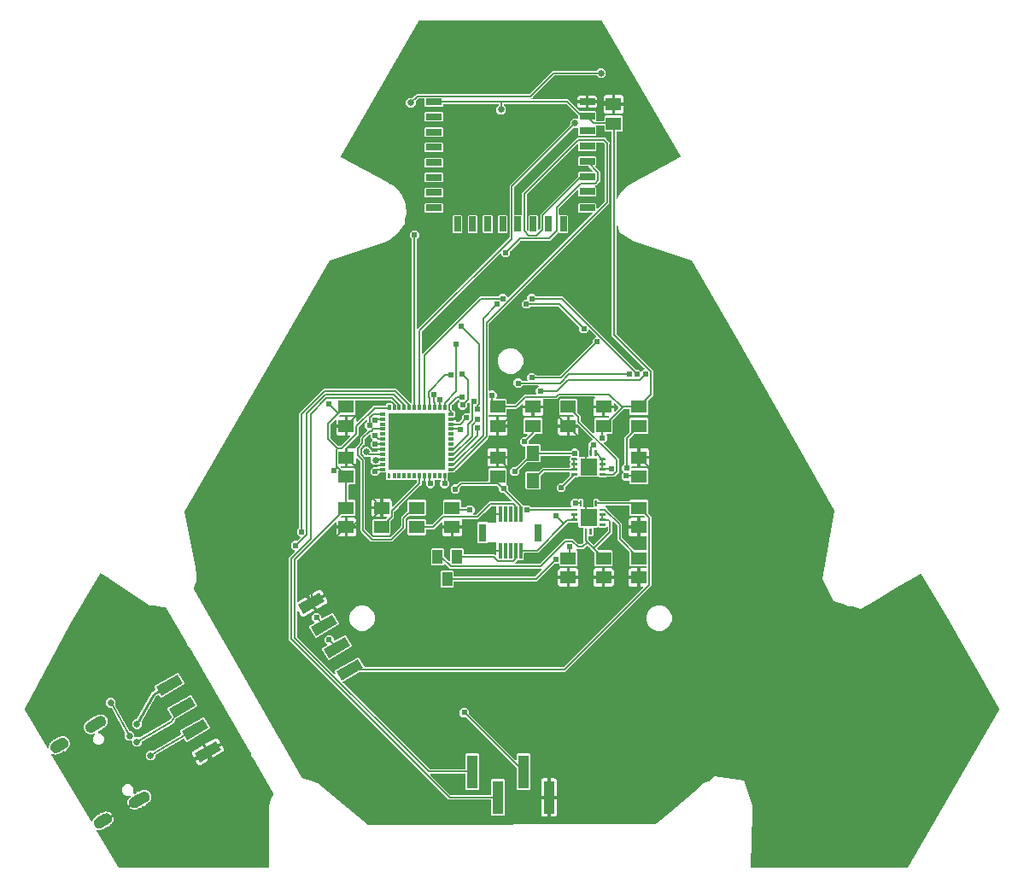
<source format=gtl>
G04 EAGLE Gerber RS-274X export*
G75*
%MOMM*%
%FSLAX34Y34*%
%LPD*%
%INTop Copper*%
%IPPOS*%
%AMOC8*
5,1,8,0,0,1.08239X$1,22.5*%
G01*
%ADD10C,1.108000*%
%ADD11R,1.500000X0.635000*%
%ADD12R,0.635000X1.500000*%
%ADD13R,0.200000X0.400000*%
%ADD14R,5.600000X5.600000*%
%ADD15R,0.300000X0.550000*%
%ADD16R,0.550000X0.300000*%
%ADD17R,1.500000X1.300000*%
%ADD18R,0.500000X0.140000*%
%ADD19R,1.580000X1.580000*%
%ADD20R,0.140000X0.500000*%
%ADD21C,0.100000*%
%ADD22R,1.200000X1.500000*%
%ADD23R,0.300000X1.600000*%
%ADD24R,0.800000X1.800000*%
%ADD25R,1.000000X1.400000*%
%ADD26R,1.016000X3.302000*%
%ADD27R,2.500000X1.040000*%
%ADD28R,2.500000X1.020000*%
%ADD29C,0.152400*%
%ADD30C,0.609600*%
%ADD31C,0.654800*%
%ADD32C,0.254000*%

G36*
X881506Y2552D02*
X881506Y2552D01*
X881574Y2553D01*
X881627Y2571D01*
X881682Y2580D01*
X881742Y2612D01*
X881806Y2635D01*
X881850Y2669D01*
X881900Y2696D01*
X881946Y2744D01*
X882000Y2786D01*
X882046Y2850D01*
X882069Y2874D01*
X882078Y2893D01*
X882099Y2921D01*
X972568Y159619D01*
X972592Y159683D01*
X972625Y159742D01*
X972636Y159797D01*
X972655Y159849D01*
X972658Y159917D01*
X972670Y159983D01*
X972662Y160039D01*
X972664Y160095D01*
X972645Y160160D01*
X972636Y160227D01*
X972604Y160299D01*
X972595Y160331D01*
X972583Y160348D01*
X972568Y160381D01*
X919535Y252236D01*
X919533Y252239D01*
X919531Y252244D01*
X895155Y293388D01*
X895144Y293401D01*
X895138Y293415D01*
X895066Y293494D01*
X894997Y293577D01*
X894983Y293585D01*
X894972Y293597D01*
X894879Y293649D01*
X894787Y293705D01*
X894771Y293709D01*
X894757Y293717D01*
X894652Y293736D01*
X894547Y293760D01*
X894531Y293758D01*
X894515Y293761D01*
X894410Y293746D01*
X894303Y293735D01*
X894288Y293729D01*
X894272Y293726D01*
X894118Y293659D01*
X869101Y279153D01*
X869097Y279149D01*
X869089Y279146D01*
X848367Y266610D01*
X847304Y265967D01*
X847124Y265858D01*
X847123Y265858D01*
X842706Y263185D01*
X840992Y262812D01*
X840960Y262799D01*
X840926Y262794D01*
X840772Y262727D01*
X834900Y259322D01*
X827259Y261545D01*
X827227Y261549D01*
X827134Y261570D01*
X822018Y262164D01*
X817222Y264454D01*
X817191Y264463D01*
X817107Y264498D01*
X808024Y267140D01*
X796795Y288623D01*
X808750Y356368D01*
X808750Y356424D01*
X808761Y356478D01*
X808752Y356546D01*
X808753Y356614D01*
X808736Y356667D01*
X808728Y356722D01*
X808697Y356794D01*
X808695Y356802D01*
X808690Y356812D01*
X808687Y356819D01*
X808677Y356848D01*
X808670Y356858D01*
X808662Y356876D01*
X713671Y523952D01*
X713670Y523953D01*
X713669Y523956D01*
X667209Y604427D01*
X667167Y604478D01*
X667134Y604534D01*
X667090Y604573D01*
X667053Y604617D01*
X666998Y604652D01*
X666948Y604695D01*
X666873Y604731D01*
X666845Y604748D01*
X666826Y604753D01*
X666796Y604767D01*
X631847Y616717D01*
X631843Y616718D01*
X631836Y616721D01*
X608825Y624195D01*
X595697Y632461D01*
X594749Y638389D01*
X594724Y638462D01*
X594709Y638538D01*
X594681Y638594D01*
X594671Y638623D01*
X594655Y638644D01*
X594633Y638687D01*
X594184Y639370D01*
X594167Y639389D01*
X594154Y639412D01*
X594141Y639425D01*
X594134Y639437D01*
X594082Y639481D01*
X594018Y639551D01*
X593995Y639563D01*
X593976Y639581D01*
X593951Y639593D01*
X593947Y639597D01*
X593920Y639607D01*
X593887Y639623D01*
X593802Y639669D01*
X593776Y639674D01*
X593753Y639685D01*
X593656Y639696D01*
X593560Y639713D01*
X593534Y639709D01*
X593509Y639712D01*
X593413Y639691D01*
X593317Y639677D01*
X593293Y639665D01*
X593268Y639660D01*
X593184Y639610D01*
X593097Y639565D01*
X593079Y639547D01*
X593057Y639534D01*
X592994Y639459D01*
X592925Y639390D01*
X592914Y639366D01*
X592897Y639347D01*
X592861Y639256D01*
X592818Y639168D01*
X592816Y639154D01*
X592815Y639151D01*
X592814Y639139D01*
X592805Y639119D01*
X592787Y638952D01*
X592787Y532263D01*
X592801Y532172D01*
X592809Y532082D01*
X592821Y532052D01*
X592826Y532020D01*
X592869Y531939D01*
X592905Y531855D01*
X592931Y531823D01*
X592942Y531802D01*
X592965Y531780D01*
X593010Y531724D01*
X629287Y495447D01*
X629287Y470553D01*
X624248Y465514D01*
X624195Y465440D01*
X624135Y465370D01*
X624123Y465340D01*
X624104Y465314D01*
X624077Y465227D01*
X624043Y465142D01*
X624039Y465101D01*
X624032Y465079D01*
X624033Y465047D01*
X624025Y464975D01*
X624025Y452368D01*
X623132Y451475D01*
X606868Y451475D01*
X605975Y452368D01*
X605975Y456452D01*
X605972Y456472D01*
X605974Y456491D01*
X605952Y456593D01*
X605936Y456695D01*
X605926Y456712D01*
X605922Y456732D01*
X605869Y456821D01*
X605820Y456912D01*
X605806Y456926D01*
X605796Y456943D01*
X605717Y457010D01*
X605642Y457082D01*
X605624Y457090D01*
X605609Y457103D01*
X605513Y457142D01*
X605419Y457185D01*
X605399Y457187D01*
X605381Y457195D01*
X605214Y457213D01*
X600263Y457213D01*
X600172Y457199D01*
X600082Y457191D01*
X600052Y457179D01*
X600020Y457174D01*
X599939Y457131D01*
X599855Y457095D01*
X599823Y457069D01*
X599802Y457058D01*
X599780Y457035D01*
X599724Y456990D01*
X589248Y446514D01*
X589195Y446440D01*
X589135Y446370D01*
X589123Y446340D01*
X589104Y446314D01*
X589077Y446227D01*
X589043Y446142D01*
X589039Y446101D01*
X589032Y446079D01*
X589033Y446047D01*
X589025Y445975D01*
X589025Y433368D01*
X588132Y432475D01*
X583829Y432475D01*
X583759Y432464D01*
X583687Y432462D01*
X583638Y432444D01*
X583587Y432436D01*
X583523Y432402D01*
X583456Y432377D01*
X583415Y432345D01*
X583369Y432320D01*
X583320Y432268D01*
X583264Y432224D01*
X583236Y432180D01*
X583200Y432142D01*
X583170Y432077D01*
X583131Y432017D01*
X583118Y431966D01*
X583096Y431919D01*
X583088Y431848D01*
X583071Y431778D01*
X583075Y431726D01*
X583069Y431675D01*
X583084Y431604D01*
X583090Y431533D01*
X583110Y431485D01*
X583121Y431434D01*
X583158Y431373D01*
X583186Y431307D01*
X583231Y431251D01*
X583248Y431223D01*
X583265Y431208D01*
X583291Y431176D01*
X583573Y430894D01*
X583573Y427106D01*
X580894Y424427D01*
X580644Y424427D01*
X580574Y424416D01*
X580502Y424414D01*
X580453Y424396D01*
X580402Y424388D01*
X580338Y424354D01*
X580271Y424329D01*
X580230Y424297D01*
X580184Y424272D01*
X580135Y424220D01*
X580079Y424176D01*
X580051Y424132D01*
X580015Y424094D01*
X579985Y424029D01*
X579946Y423969D01*
X579933Y423918D01*
X579911Y423871D01*
X579903Y423800D01*
X579886Y423730D01*
X579890Y423678D01*
X579884Y423627D01*
X579899Y423556D01*
X579905Y423485D01*
X579925Y423437D01*
X579936Y423386D01*
X579973Y423325D01*
X580001Y423259D01*
X580046Y423203D01*
X580063Y423175D01*
X580080Y423160D01*
X580106Y423128D01*
X595287Y407947D01*
X595287Y394553D01*
X590947Y390213D01*
X583092Y390213D01*
X583002Y390199D01*
X582911Y390191D01*
X582881Y390179D01*
X582849Y390174D01*
X582769Y390131D01*
X582685Y390095D01*
X582652Y390069D01*
X582632Y390058D01*
X582610Y390035D01*
X582554Y389990D01*
X582339Y389775D01*
X575661Y389775D01*
X575088Y390348D01*
X575072Y390360D01*
X575060Y390375D01*
X574973Y390431D01*
X574889Y390492D01*
X574870Y390498D01*
X574853Y390508D01*
X574752Y390534D01*
X574653Y390564D01*
X574633Y390564D01*
X574614Y390569D01*
X574511Y390561D01*
X574408Y390558D01*
X574389Y390551D01*
X574369Y390549D01*
X574274Y390509D01*
X574177Y390473D01*
X574161Y390461D01*
X574143Y390453D01*
X574012Y390348D01*
X573739Y390075D01*
X556261Y390075D01*
X555988Y390348D01*
X555972Y390360D01*
X555960Y390375D01*
X555873Y390431D01*
X555789Y390492D01*
X555770Y390498D01*
X555753Y390508D01*
X555652Y390534D01*
X555554Y390564D01*
X555534Y390564D01*
X555514Y390569D01*
X555411Y390561D01*
X555308Y390558D01*
X555289Y390551D01*
X555269Y390549D01*
X555174Y390509D01*
X555077Y390473D01*
X555061Y390461D01*
X555043Y390453D01*
X554912Y390348D01*
X554339Y389775D01*
X551824Y389775D01*
X551734Y389761D01*
X551643Y389753D01*
X551614Y389741D01*
X551582Y389736D01*
X551501Y389693D01*
X551417Y389657D01*
X551385Y389631D01*
X551364Y389620D01*
X551342Y389597D01*
X551286Y389552D01*
X542796Y381062D01*
X542743Y380988D01*
X542683Y380918D01*
X542671Y380888D01*
X542652Y380862D01*
X542625Y380775D01*
X542591Y380690D01*
X542587Y380649D01*
X542580Y380627D01*
X542581Y380595D01*
X542573Y380523D01*
X542573Y377606D01*
X539894Y374927D01*
X536106Y374927D01*
X533427Y377606D01*
X533427Y381394D01*
X536106Y384073D01*
X539023Y384073D01*
X539114Y384087D01*
X539204Y384095D01*
X539234Y384107D01*
X539266Y384112D01*
X539347Y384155D01*
X539431Y384191D01*
X539463Y384217D01*
X539484Y384228D01*
X539506Y384251D01*
X539562Y384296D01*
X546252Y390986D01*
X546305Y391060D01*
X546365Y391130D01*
X546377Y391160D01*
X546396Y391186D01*
X546423Y391273D01*
X546457Y391358D01*
X546461Y391399D01*
X546468Y391421D01*
X546467Y391453D01*
X546475Y391524D01*
X546475Y393952D01*
X546472Y393972D01*
X546474Y393991D01*
X546452Y394093D01*
X546436Y394195D01*
X546426Y394212D01*
X546422Y394232D01*
X546369Y394321D01*
X546320Y394412D01*
X546306Y394426D01*
X546296Y394443D01*
X546217Y394510D01*
X546142Y394582D01*
X546124Y394590D01*
X546109Y394603D01*
X546013Y394642D01*
X545919Y394685D01*
X545899Y394687D01*
X545881Y394695D01*
X545714Y394713D01*
X521763Y394713D01*
X521672Y394699D01*
X521582Y394691D01*
X521552Y394679D01*
X521520Y394674D01*
X521439Y394631D01*
X521355Y394595D01*
X521323Y394569D01*
X521302Y394558D01*
X521280Y394535D01*
X521224Y394490D01*
X517748Y391014D01*
X517695Y390940D01*
X517635Y390870D01*
X517623Y390840D01*
X517604Y390814D01*
X517577Y390727D01*
X517543Y390642D01*
X517539Y390601D01*
X517532Y390579D01*
X517533Y390547D01*
X517525Y390475D01*
X517525Y378368D01*
X516632Y377475D01*
X503368Y377475D01*
X502475Y378368D01*
X502475Y394632D01*
X503368Y395525D01*
X515475Y395525D01*
X515566Y395539D01*
X515656Y395547D01*
X515686Y395559D01*
X515718Y395564D01*
X515799Y395607D01*
X515883Y395643D01*
X515915Y395669D01*
X515936Y395680D01*
X515958Y395703D01*
X516014Y395748D01*
X519553Y399287D01*
X546312Y399287D01*
X546383Y399298D01*
X546454Y399300D01*
X546503Y399318D01*
X546555Y399326D01*
X546618Y399360D01*
X546686Y399385D01*
X546726Y399417D01*
X546772Y399442D01*
X546821Y399493D01*
X546878Y399538D01*
X546906Y399582D01*
X546942Y399620D01*
X546972Y399685D01*
X547011Y399745D01*
X547023Y399796D01*
X547045Y399843D01*
X547053Y399914D01*
X547071Y399984D01*
X547067Y400036D01*
X547072Y400087D01*
X547057Y400158D01*
X547051Y400229D01*
X547031Y400277D01*
X547020Y400328D01*
X546983Y400389D01*
X546955Y400455D01*
X546910Y400511D01*
X546894Y400539D01*
X546876Y400554D01*
X546850Y400586D01*
X546475Y400961D01*
X546475Y404039D01*
X546898Y404462D01*
X546910Y404478D01*
X546925Y404490D01*
X546982Y404578D01*
X547042Y404661D01*
X547048Y404680D01*
X547058Y404697D01*
X547084Y404798D01*
X547114Y404897D01*
X547114Y404916D01*
X547119Y404936D01*
X547111Y405039D01*
X547108Y405142D01*
X547101Y405161D01*
X547099Y405181D01*
X547059Y405276D01*
X547023Y405373D01*
X547011Y405389D01*
X547003Y405407D01*
X546898Y405538D01*
X546475Y405961D01*
X546475Y409039D01*
X547350Y409914D01*
X547392Y409972D01*
X547442Y410024D01*
X547463Y410071D01*
X547494Y410113D01*
X547515Y410182D01*
X547545Y410247D01*
X547551Y410299D01*
X547566Y410349D01*
X547564Y410420D01*
X547572Y410491D01*
X547561Y410542D01*
X547560Y410594D01*
X547535Y410662D01*
X547520Y410732D01*
X547493Y410777D01*
X547475Y410825D01*
X547431Y410881D01*
X547394Y410943D01*
X547354Y410977D01*
X547322Y411017D01*
X547261Y411056D01*
X547207Y411103D01*
X547159Y411122D01*
X547115Y411150D01*
X547045Y411168D01*
X546979Y411195D01*
X546907Y411203D01*
X546876Y411211D01*
X546853Y411209D01*
X546812Y411213D01*
X518286Y411213D01*
X518266Y411210D01*
X518247Y411212D01*
X518145Y411190D01*
X518043Y411174D01*
X518026Y411164D01*
X518006Y411160D01*
X517917Y411107D01*
X517826Y411058D01*
X517812Y411044D01*
X517795Y411034D01*
X517728Y410955D01*
X517656Y410880D01*
X517648Y410862D01*
X517635Y410847D01*
X517596Y410751D01*
X517553Y410657D01*
X517551Y410637D01*
X517543Y410619D01*
X517525Y410452D01*
X517525Y405368D01*
X516632Y404475D01*
X504525Y404475D01*
X504434Y404461D01*
X504344Y404453D01*
X504314Y404441D01*
X504282Y404436D01*
X504201Y404393D01*
X504117Y404357D01*
X504085Y404331D01*
X504064Y404320D01*
X504042Y404297D01*
X503986Y404252D01*
X496796Y397062D01*
X496743Y396988D01*
X496683Y396918D01*
X496671Y396888D01*
X496652Y396862D01*
X496625Y396775D01*
X496591Y396690D01*
X496587Y396649D01*
X496580Y396627D01*
X496581Y396595D01*
X496573Y396524D01*
X496573Y393606D01*
X493894Y390927D01*
X490106Y390927D01*
X487427Y393606D01*
X487427Y397394D01*
X490106Y400073D01*
X493024Y400073D01*
X493114Y400087D01*
X493205Y400095D01*
X493234Y400107D01*
X493266Y400112D01*
X493347Y400155D01*
X493431Y400191D01*
X493463Y400217D01*
X493484Y400228D01*
X493506Y400251D01*
X493562Y400296D01*
X502252Y408986D01*
X502305Y409060D01*
X502365Y409130D01*
X502377Y409160D01*
X502396Y409186D01*
X502423Y409273D01*
X502457Y409358D01*
X502461Y409399D01*
X502468Y409421D01*
X502467Y409453D01*
X502475Y409525D01*
X502475Y419666D01*
X502472Y419686D01*
X502474Y419705D01*
X502452Y419807D01*
X502436Y419909D01*
X502426Y419926D01*
X502422Y419946D01*
X502369Y420035D01*
X502320Y420126D01*
X502306Y420140D01*
X502296Y420157D01*
X502217Y420224D01*
X502142Y420296D01*
X502124Y420304D01*
X502109Y420317D01*
X502013Y420356D01*
X501919Y420399D01*
X501899Y420401D01*
X501881Y420409D01*
X501714Y420427D01*
X499606Y420427D01*
X496927Y423106D01*
X496927Y426894D01*
X499606Y429573D01*
X502523Y429573D01*
X502614Y429587D01*
X502704Y429595D01*
X502734Y429607D01*
X502766Y429612D01*
X502847Y429655D01*
X502931Y429691D01*
X502963Y429717D01*
X502984Y429728D01*
X503006Y429751D01*
X503062Y429796D01*
X504442Y431176D01*
X504484Y431234D01*
X504533Y431286D01*
X504555Y431333D01*
X504585Y431375D01*
X504606Y431444D01*
X504637Y431509D01*
X504642Y431561D01*
X504658Y431611D01*
X504656Y431682D01*
X504664Y431753D01*
X504653Y431804D01*
X504651Y431856D01*
X504627Y431924D01*
X504612Y431994D01*
X504585Y432039D01*
X504567Y432087D01*
X504522Y432143D01*
X504485Y432205D01*
X504446Y432239D01*
X504413Y432279D01*
X504353Y432318D01*
X504298Y432365D01*
X504250Y432384D01*
X504206Y432412D01*
X504137Y432430D01*
X504070Y432457D01*
X503999Y432465D01*
X503968Y432473D01*
X503944Y432471D01*
X503904Y432475D01*
X501868Y432475D01*
X500975Y433368D01*
X500975Y447632D01*
X501868Y448525D01*
X518132Y448525D01*
X519025Y447632D01*
X519025Y433368D01*
X518132Y432475D01*
X512524Y432475D01*
X512434Y432461D01*
X512343Y432453D01*
X512314Y432441D01*
X512282Y432436D01*
X512201Y432393D01*
X512117Y432357D01*
X512085Y432331D01*
X512064Y432320D01*
X512042Y432297D01*
X511986Y432252D01*
X506296Y426562D01*
X506243Y426488D01*
X506183Y426418D01*
X506171Y426388D01*
X506152Y426362D01*
X506125Y426275D01*
X506091Y426190D01*
X506087Y426149D01*
X506080Y426127D01*
X506081Y426095D01*
X506073Y426023D01*
X506073Y423286D01*
X506076Y423266D01*
X506074Y423247D01*
X506096Y423145D01*
X506112Y423043D01*
X506122Y423026D01*
X506126Y423006D01*
X506179Y422917D01*
X506228Y422826D01*
X506242Y422812D01*
X506252Y422795D01*
X506331Y422728D01*
X506406Y422656D01*
X506424Y422648D01*
X506439Y422635D01*
X506535Y422596D01*
X506629Y422553D01*
X506649Y422551D01*
X506667Y422543D01*
X506834Y422525D01*
X516632Y422525D01*
X517525Y421632D01*
X517525Y416548D01*
X517528Y416528D01*
X517526Y416509D01*
X517548Y416407D01*
X517564Y416305D01*
X517574Y416288D01*
X517578Y416268D01*
X517631Y416179D01*
X517680Y416088D01*
X517694Y416074D01*
X517704Y416057D01*
X517783Y415990D01*
X517858Y415918D01*
X517876Y415910D01*
X517891Y415897D01*
X517987Y415858D01*
X518081Y415815D01*
X518101Y415813D01*
X518119Y415805D01*
X518286Y415787D01*
X547005Y415787D01*
X547095Y415801D01*
X547186Y415809D01*
X547215Y415821D01*
X547247Y415826D01*
X547328Y415869D01*
X547412Y415905D01*
X547444Y415931D01*
X547465Y415942D01*
X547487Y415965D01*
X547543Y416010D01*
X549606Y418073D01*
X553394Y418073D01*
X556073Y415394D01*
X556073Y411606D01*
X555691Y411224D01*
X555649Y411166D01*
X555600Y411114D01*
X555578Y411067D01*
X555548Y411025D01*
X555526Y410956D01*
X555496Y410891D01*
X555491Y410839D01*
X555475Y410789D01*
X555477Y410718D01*
X555469Y410647D01*
X555480Y410596D01*
X555482Y410544D01*
X555506Y410476D01*
X555521Y410406D01*
X555548Y410361D01*
X555566Y410313D01*
X555611Y410257D01*
X555648Y410195D01*
X555687Y410161D01*
X555720Y410121D01*
X555780Y410082D01*
X555834Y410035D01*
X555883Y410016D01*
X555927Y409988D01*
X555996Y409970D01*
X556063Y409943D01*
X556134Y409935D01*
X556165Y409927D01*
X556188Y409929D01*
X556229Y409925D01*
X564014Y409925D01*
X564034Y409928D01*
X564053Y409926D01*
X564155Y409948D01*
X564257Y409964D01*
X564274Y409974D01*
X564294Y409978D01*
X564383Y410031D01*
X564474Y410080D01*
X564488Y410094D01*
X564505Y410104D01*
X564572Y410183D01*
X564644Y410258D01*
X564652Y410276D01*
X564665Y410291D01*
X564704Y410387D01*
X564747Y410481D01*
X564749Y410501D01*
X564757Y410519D01*
X564775Y410686D01*
X564775Y417339D01*
X564990Y417554D01*
X565044Y417628D01*
X565103Y417697D01*
X565115Y417727D01*
X565134Y417753D01*
X565161Y417840D01*
X565195Y417925D01*
X565199Y417966D01*
X565206Y417988D01*
X565205Y418021D01*
X565213Y418092D01*
X565213Y420451D01*
X565257Y420512D01*
X565317Y420582D01*
X565329Y420612D01*
X565348Y420638D01*
X565375Y420725D01*
X565409Y420810D01*
X565413Y420851D01*
X565420Y420873D01*
X565419Y420905D01*
X565427Y420977D01*
X565427Y423894D01*
X568106Y426573D01*
X568356Y426573D01*
X568426Y426584D01*
X568498Y426586D01*
X568547Y426604D01*
X568598Y426612D01*
X568662Y426646D01*
X568729Y426671D01*
X568770Y426703D01*
X568816Y426728D01*
X568865Y426779D01*
X568921Y426824D01*
X568949Y426868D01*
X568985Y426906D01*
X569015Y426971D01*
X569054Y427031D01*
X569067Y427082D01*
X569089Y427129D01*
X569097Y427200D01*
X569114Y427270D01*
X569110Y427322D01*
X569116Y427373D01*
X569101Y427444D01*
X569095Y427515D01*
X569075Y427563D01*
X569064Y427614D01*
X569027Y427675D01*
X568999Y427741D01*
X568954Y427797D01*
X568937Y427825D01*
X568920Y427840D01*
X568894Y427872D01*
X554966Y441800D01*
X554892Y441853D01*
X554822Y441913D01*
X554792Y441925D01*
X554766Y441944D01*
X554679Y441971D01*
X554594Y442005D01*
X554553Y442009D01*
X554531Y442016D01*
X554499Y442015D01*
X554428Y442023D01*
X546523Y442023D01*
X546523Y449541D01*
X549888Y449541D01*
X549958Y449552D01*
X550030Y449554D01*
X550079Y449572D01*
X550130Y449580D01*
X550194Y449614D01*
X550261Y449639D01*
X550302Y449671D01*
X550348Y449696D01*
X550397Y449747D01*
X550453Y449792D01*
X550481Y449836D01*
X550517Y449874D01*
X550547Y449939D01*
X550586Y449999D01*
X550599Y450050D01*
X550621Y450097D01*
X550629Y450168D01*
X550646Y450238D01*
X550642Y450290D01*
X550648Y450341D01*
X550633Y450412D01*
X550627Y450483D01*
X550607Y450531D01*
X550596Y450582D01*
X550559Y450643D01*
X550531Y450709D01*
X550486Y450765D01*
X550469Y450793D01*
X550452Y450808D01*
X550426Y450840D01*
X550014Y451252D01*
X549940Y451305D01*
X549870Y451365D01*
X549840Y451377D01*
X549814Y451396D01*
X549727Y451423D01*
X549642Y451457D01*
X549601Y451461D01*
X549579Y451468D01*
X549547Y451467D01*
X549476Y451475D01*
X536868Y451475D01*
X535975Y452368D01*
X535975Y466632D01*
X536868Y467525D01*
X553132Y467525D01*
X554025Y466632D01*
X554025Y454024D01*
X554039Y453934D01*
X554047Y453843D01*
X554059Y453814D01*
X554064Y453782D01*
X554107Y453701D01*
X554143Y453617D01*
X554169Y453585D01*
X554180Y453564D01*
X554203Y453542D01*
X554248Y453486D01*
X557287Y450447D01*
X557287Y446262D01*
X557301Y446172D01*
X557309Y446081D01*
X557321Y446052D01*
X557326Y446020D01*
X557369Y445939D01*
X557405Y445855D01*
X557431Y445823D01*
X557442Y445802D01*
X557465Y445780D01*
X557510Y445724D01*
X569676Y433558D01*
X569734Y433516D01*
X569786Y433467D01*
X569833Y433445D01*
X569875Y433415D01*
X569944Y433394D01*
X570009Y433363D01*
X570061Y433358D01*
X570111Y433342D01*
X570182Y433344D01*
X570253Y433336D01*
X570304Y433347D01*
X570356Y433349D01*
X570424Y433373D01*
X570494Y433388D01*
X570538Y433415D01*
X570587Y433433D01*
X570643Y433478D01*
X570705Y433515D01*
X570739Y433554D01*
X570779Y433587D01*
X570818Y433647D01*
X570865Y433702D01*
X570884Y433750D01*
X570912Y433794D01*
X570930Y433863D01*
X570957Y433930D01*
X570965Y434001D01*
X570973Y434032D01*
X570971Y434056D01*
X570975Y434096D01*
X570975Y447632D01*
X571868Y448525D01*
X584475Y448525D01*
X584565Y448539D01*
X584656Y448547D01*
X584686Y448559D01*
X584718Y448564D01*
X584799Y448607D01*
X584883Y448643D01*
X584915Y448669D01*
X584936Y448680D01*
X584958Y448703D01*
X585014Y448748D01*
X585426Y449160D01*
X585468Y449218D01*
X585517Y449270D01*
X585539Y449317D01*
X585569Y449359D01*
X585590Y449428D01*
X585621Y449493D01*
X585626Y449545D01*
X585642Y449595D01*
X585640Y449666D01*
X585648Y449737D01*
X585637Y449788D01*
X585635Y449840D01*
X585611Y449908D01*
X585596Y449978D01*
X585569Y450023D01*
X585551Y450071D01*
X585506Y450127D01*
X585469Y450189D01*
X585430Y450223D01*
X585397Y450263D01*
X585337Y450302D01*
X585282Y450349D01*
X585234Y450368D01*
X585190Y450396D01*
X585121Y450414D01*
X585054Y450441D01*
X584983Y450449D01*
X584952Y450457D01*
X584928Y450455D01*
X584888Y450459D01*
X581523Y450459D01*
X581523Y457977D01*
X590041Y457977D01*
X590041Y455612D01*
X590052Y455542D01*
X590054Y455470D01*
X590072Y455421D01*
X590080Y455370D01*
X590114Y455306D01*
X590139Y455239D01*
X590171Y455198D01*
X590196Y455152D01*
X590247Y455103D01*
X590292Y455047D01*
X590336Y455019D01*
X590374Y454983D01*
X590439Y454953D01*
X590499Y454914D01*
X590550Y454901D01*
X590597Y454879D01*
X590668Y454871D01*
X590738Y454854D01*
X590790Y454858D01*
X590841Y454852D01*
X590912Y454867D01*
X590983Y454873D01*
X591031Y454893D01*
X591082Y454904D01*
X591143Y454941D01*
X591209Y454969D01*
X591265Y455014D01*
X591293Y455031D01*
X591308Y455048D01*
X591340Y455074D01*
X594728Y458462D01*
X594739Y458478D01*
X594755Y458490D01*
X594811Y458578D01*
X594871Y458661D01*
X594877Y458680D01*
X594888Y458697D01*
X594913Y458798D01*
X594944Y458897D01*
X594943Y458916D01*
X594948Y458936D01*
X594940Y459039D01*
X594937Y459142D01*
X594930Y459161D01*
X594929Y459181D01*
X594889Y459276D01*
X594853Y459373D01*
X594840Y459389D01*
X594833Y459407D01*
X594728Y459538D01*
X591340Y462926D01*
X591282Y462968D01*
X591230Y463017D01*
X591183Y463039D01*
X591141Y463069D01*
X591072Y463090D01*
X591007Y463121D01*
X590955Y463126D01*
X590905Y463142D01*
X590834Y463140D01*
X590763Y463148D01*
X590712Y463137D01*
X590660Y463135D01*
X590592Y463111D01*
X590522Y463096D01*
X590477Y463069D01*
X590429Y463051D01*
X590373Y463006D01*
X590311Y462969D01*
X590277Y462930D01*
X590237Y462897D01*
X590198Y462837D01*
X590151Y462782D01*
X590132Y462734D01*
X590104Y462690D01*
X590086Y462621D01*
X590059Y462554D01*
X590051Y462483D01*
X590043Y462452D01*
X590045Y462428D01*
X590041Y462388D01*
X590041Y461023D01*
X580762Y461023D01*
X580742Y461020D01*
X580723Y461022D01*
X580621Y461000D01*
X580519Y460983D01*
X580502Y460974D01*
X580482Y460970D01*
X580393Y460917D01*
X580302Y460868D01*
X580288Y460854D01*
X580271Y460844D01*
X580204Y460765D01*
X580133Y460690D01*
X580124Y460672D01*
X580111Y460657D01*
X580072Y460561D01*
X580029Y460467D01*
X580027Y460447D01*
X580019Y460429D01*
X580001Y460262D01*
X580001Y459499D01*
X579999Y459499D01*
X579999Y460262D01*
X579996Y460282D01*
X579998Y460301D01*
X579976Y460403D01*
X579959Y460505D01*
X579950Y460522D01*
X579946Y460542D01*
X579893Y460631D01*
X579844Y460722D01*
X579830Y460736D01*
X579820Y460753D01*
X579741Y460820D01*
X579666Y460891D01*
X579648Y460900D01*
X579633Y460913D01*
X579537Y460952D01*
X579443Y460995D01*
X579423Y460997D01*
X579405Y461005D01*
X579238Y461023D01*
X569959Y461023D01*
X569959Y466334D01*
X570132Y466981D01*
X570467Y467560D01*
X570940Y468033D01*
X571390Y468293D01*
X571427Y468323D01*
X571469Y468346D01*
X571521Y468400D01*
X571580Y468449D01*
X571606Y468489D01*
X571639Y468524D01*
X571671Y468593D01*
X571711Y468657D01*
X571722Y468703D01*
X571742Y468747D01*
X571751Y468822D01*
X571768Y468896D01*
X571764Y468944D01*
X571769Y468991D01*
X571753Y469066D01*
X571747Y469141D01*
X571727Y469185D01*
X571717Y469232D01*
X571678Y469297D01*
X571648Y469366D01*
X571615Y469402D01*
X571591Y469443D01*
X571533Y469492D01*
X571482Y469548D01*
X571441Y469572D01*
X571404Y469603D01*
X571334Y469631D01*
X571267Y469668D01*
X571220Y469677D01*
X571176Y469695D01*
X571048Y469709D01*
X571026Y469713D01*
X571019Y469712D01*
X571009Y469713D01*
X536263Y469713D01*
X536172Y469699D01*
X536082Y469691D01*
X536052Y469679D01*
X536020Y469674D01*
X535939Y469631D01*
X535855Y469595D01*
X535823Y469569D01*
X535802Y469558D01*
X535780Y469535D01*
X535724Y469490D01*
X533447Y467213D01*
X520797Y467213D01*
X520680Y467194D01*
X520561Y467176D01*
X520558Y467174D01*
X520555Y467174D01*
X520450Y467118D01*
X520343Y467063D01*
X520340Y467060D01*
X520337Y467058D01*
X520256Y466973D01*
X520172Y466886D01*
X520170Y466883D01*
X520168Y466880D01*
X520118Y466772D01*
X520066Y466664D01*
X520066Y466660D01*
X520064Y466657D01*
X520051Y466539D01*
X520037Y466420D01*
X520037Y466415D01*
X520037Y466413D01*
X520040Y466400D01*
X520041Y466394D01*
X520041Y461023D01*
X510762Y461023D01*
X510742Y461020D01*
X510723Y461022D01*
X510621Y461000D01*
X510519Y460983D01*
X510502Y460974D01*
X510482Y460970D01*
X510393Y460917D01*
X510302Y460868D01*
X510288Y460854D01*
X510271Y460844D01*
X510204Y460765D01*
X510133Y460690D01*
X510124Y460672D01*
X510111Y460657D01*
X510072Y460561D01*
X510029Y460467D01*
X510027Y460447D01*
X510019Y460429D01*
X510001Y460262D01*
X510001Y459499D01*
X509999Y459499D01*
X509999Y460262D01*
X509996Y460282D01*
X509998Y460301D01*
X509976Y460403D01*
X509959Y460505D01*
X509950Y460522D01*
X509946Y460542D01*
X509893Y460631D01*
X509844Y460722D01*
X509830Y460736D01*
X509820Y460753D01*
X509741Y460820D01*
X509666Y460891D01*
X509648Y460900D01*
X509633Y460913D01*
X509537Y460952D01*
X509443Y460995D01*
X509423Y460997D01*
X509405Y461005D01*
X509238Y461023D01*
X499959Y461023D01*
X499959Y461888D01*
X499948Y461958D01*
X499946Y462030D01*
X499928Y462079D01*
X499920Y462130D01*
X499886Y462194D01*
X499861Y462261D01*
X499829Y462302D01*
X499804Y462348D01*
X499752Y462397D01*
X499708Y462453D01*
X499664Y462481D01*
X499626Y462517D01*
X499561Y462547D01*
X499501Y462586D01*
X499450Y462599D01*
X499403Y462621D01*
X499332Y462629D01*
X499262Y462646D01*
X499210Y462642D01*
X499159Y462648D01*
X499088Y462633D01*
X499017Y462627D01*
X498969Y462607D01*
X498918Y462596D01*
X498857Y462559D01*
X498791Y462531D01*
X498735Y462486D01*
X498707Y462469D01*
X498692Y462452D01*
X498660Y462426D01*
X493947Y457713D01*
X484786Y457713D01*
X484766Y457710D01*
X484747Y457712D01*
X484645Y457690D01*
X484543Y457674D01*
X484526Y457664D01*
X484506Y457660D01*
X484417Y457607D01*
X484326Y457558D01*
X484312Y457544D01*
X484295Y457534D01*
X484228Y457455D01*
X484156Y457380D01*
X484148Y457362D01*
X484135Y457347D01*
X484096Y457251D01*
X484053Y457157D01*
X484051Y457137D01*
X484043Y457119D01*
X484025Y456952D01*
X484025Y452368D01*
X483132Y451475D01*
X467048Y451475D01*
X467028Y451472D01*
X467009Y451474D01*
X466907Y451452D01*
X466805Y451436D01*
X466788Y451426D01*
X466768Y451422D01*
X466679Y451369D01*
X466588Y451320D01*
X466574Y451306D01*
X466557Y451296D01*
X466490Y451217D01*
X466418Y451142D01*
X466410Y451124D01*
X466397Y451109D01*
X466358Y451013D01*
X466315Y450919D01*
X466313Y450899D01*
X466305Y450881D01*
X466287Y450714D01*
X466287Y450297D01*
X466306Y450180D01*
X466324Y450061D01*
X466326Y450058D01*
X466326Y450055D01*
X466383Y449949D01*
X466437Y449843D01*
X466440Y449840D01*
X466442Y449837D01*
X466527Y449756D01*
X466614Y449672D01*
X466617Y449670D01*
X466620Y449668D01*
X466728Y449618D01*
X466836Y449566D01*
X466840Y449566D01*
X466843Y449564D01*
X466961Y449551D01*
X467080Y449537D01*
X467085Y449537D01*
X467087Y449537D01*
X467100Y449540D01*
X467106Y449541D01*
X473477Y449541D01*
X473477Y441262D01*
X473480Y441242D01*
X473478Y441223D01*
X473500Y441121D01*
X473517Y441019D01*
X473526Y441002D01*
X473530Y440982D01*
X473583Y440893D01*
X473632Y440802D01*
X473646Y440788D01*
X473656Y440771D01*
X473735Y440704D01*
X473810Y440633D01*
X473828Y440624D01*
X473843Y440611D01*
X473939Y440572D01*
X474033Y440529D01*
X474053Y440527D01*
X474071Y440519D01*
X474238Y440501D01*
X475001Y440501D01*
X475001Y440499D01*
X474238Y440499D01*
X474218Y440496D01*
X474199Y440498D01*
X474097Y440476D01*
X473995Y440459D01*
X473978Y440450D01*
X473958Y440446D01*
X473869Y440393D01*
X473778Y440344D01*
X473764Y440330D01*
X473747Y440320D01*
X473680Y440241D01*
X473609Y440166D01*
X473600Y440148D01*
X473587Y440133D01*
X473548Y440037D01*
X473505Y439943D01*
X473503Y439923D01*
X473495Y439905D01*
X473477Y439738D01*
X473477Y431459D01*
X467065Y431459D01*
X467056Y431458D01*
X467009Y431463D01*
X467005Y431462D01*
X467001Y431462D01*
X466885Y431436D01*
X466768Y431411D01*
X466765Y431409D01*
X466761Y431408D01*
X466660Y431346D01*
X466557Y431284D01*
X466555Y431282D01*
X466552Y431280D01*
X466475Y431189D01*
X466397Y431098D01*
X466396Y431094D01*
X466393Y431091D01*
X466351Y430982D01*
X466305Y430869D01*
X466305Y430865D01*
X466304Y430862D01*
X466303Y430850D01*
X466287Y430703D01*
X466287Y429053D01*
X464724Y427490D01*
X434010Y396776D01*
X433248Y396014D01*
X433195Y395940D01*
X433135Y395870D01*
X433123Y395840D01*
X433104Y395814D01*
X433077Y395727D01*
X433043Y395642D01*
X433039Y395601D01*
X433032Y395579D01*
X433033Y395547D01*
X433025Y395475D01*
X433025Y395368D01*
X432132Y394475D01*
X426286Y394475D01*
X426266Y394472D01*
X426247Y394474D01*
X426145Y394452D01*
X426043Y394436D01*
X426026Y394426D01*
X426006Y394422D01*
X425917Y394369D01*
X425826Y394320D01*
X425812Y394306D01*
X425795Y394296D01*
X425728Y394217D01*
X425656Y394142D01*
X425648Y394124D01*
X425635Y394109D01*
X425596Y394013D01*
X425553Y393919D01*
X425551Y393899D01*
X425543Y393881D01*
X425525Y393714D01*
X425525Y387840D01*
X425517Y387828D01*
X425456Y387744D01*
X425450Y387725D01*
X425440Y387708D01*
X425414Y387608D01*
X425384Y387509D01*
X425384Y387489D01*
X425380Y387469D01*
X425388Y387366D01*
X425390Y387263D01*
X425397Y387244D01*
X425399Y387224D01*
X425439Y387129D01*
X425475Y387032D01*
X425487Y387016D01*
X425495Y386998D01*
X425600Y386867D01*
X427073Y385394D01*
X427073Y381606D01*
X424394Y378927D01*
X420606Y378927D01*
X417927Y381606D01*
X417927Y385394D01*
X418209Y385676D01*
X418251Y385734D01*
X418300Y385786D01*
X418322Y385833D01*
X418352Y385875D01*
X418374Y385944D01*
X418404Y386009D01*
X418409Y386061D01*
X418425Y386111D01*
X418423Y386182D01*
X418431Y386253D01*
X418420Y386304D01*
X418418Y386356D01*
X418394Y386424D01*
X418379Y386494D01*
X418352Y386539D01*
X418334Y386587D01*
X418289Y386643D01*
X418252Y386705D01*
X418213Y386739D01*
X418180Y386779D01*
X418120Y386818D01*
X418066Y386865D01*
X418017Y386884D01*
X417973Y386912D01*
X417904Y386930D01*
X417837Y386957D01*
X417766Y386965D01*
X417735Y386973D01*
X417712Y386971D01*
X417671Y386975D01*
X415264Y386975D01*
X415202Y386991D01*
X415103Y387021D01*
X415083Y387021D01*
X415064Y387026D01*
X414961Y387018D01*
X414858Y387015D01*
X414839Y387008D01*
X414819Y387007D01*
X414745Y386975D01*
X413329Y386975D01*
X413259Y386964D01*
X413187Y386962D01*
X413138Y386944D01*
X413087Y386936D01*
X413023Y386902D01*
X412956Y386877D01*
X412915Y386845D01*
X412869Y386820D01*
X412820Y386768D01*
X412764Y386724D01*
X412736Y386680D01*
X412700Y386642D01*
X412670Y386577D01*
X412631Y386517D01*
X412618Y386466D01*
X412596Y386419D01*
X412588Y386348D01*
X412571Y386278D01*
X412575Y386226D01*
X412569Y386175D01*
X412584Y386104D01*
X412590Y386033D01*
X412610Y385985D01*
X412621Y385934D01*
X412658Y385873D01*
X412686Y385807D01*
X412731Y385751D01*
X412748Y385723D01*
X412750Y385721D01*
X412751Y385720D01*
X412766Y385707D01*
X412791Y385676D01*
X413073Y385394D01*
X413073Y381606D01*
X410394Y378927D01*
X406606Y378927D01*
X403927Y381606D01*
X403927Y385198D01*
X403924Y385218D01*
X403926Y385237D01*
X403904Y385339D01*
X403888Y385441D01*
X403878Y385458D01*
X403874Y385478D01*
X403821Y385567D01*
X403772Y385658D01*
X403758Y385672D01*
X403748Y385689D01*
X403669Y385756D01*
X403594Y385828D01*
X403576Y385836D01*
X403561Y385849D01*
X403465Y385888D01*
X403371Y385931D01*
X403351Y385933D01*
X403333Y385941D01*
X403261Y385949D01*
X403261Y391250D01*
X403258Y391269D01*
X403260Y391289D01*
X403238Y391390D01*
X403222Y391492D01*
X403212Y391510D01*
X403208Y391529D01*
X403155Y391619D01*
X403107Y391710D01*
X403092Y391723D01*
X403082Y391741D01*
X403003Y391808D01*
X402928Y391879D01*
X402910Y391888D01*
X402895Y391901D01*
X402799Y391939D01*
X402705Y391983D01*
X402685Y391985D01*
X402667Y391992D01*
X402500Y392011D01*
X402480Y392008D01*
X402461Y392010D01*
X402460Y392010D01*
X402359Y391988D01*
X402257Y391971D01*
X402240Y391962D01*
X402220Y391958D01*
X402131Y391904D01*
X402040Y391856D01*
X402026Y391842D01*
X402009Y391831D01*
X401942Y391753D01*
X401870Y391678D01*
X401862Y391660D01*
X401849Y391645D01*
X401810Y391548D01*
X401767Y391455D01*
X401765Y391435D01*
X401757Y391416D01*
X401739Y391250D01*
X401739Y385959D01*
X400565Y385959D01*
X400556Y385958D01*
X400509Y385963D01*
X400505Y385962D01*
X400501Y385962D01*
X400385Y385936D01*
X400268Y385911D01*
X400265Y385909D01*
X400261Y385908D01*
X400160Y385846D01*
X400057Y385784D01*
X400055Y385782D01*
X400052Y385780D01*
X399975Y385689D01*
X399897Y385598D01*
X399896Y385594D01*
X399893Y385591D01*
X399851Y385482D01*
X399805Y385369D01*
X399805Y385365D01*
X399804Y385362D01*
X399803Y385350D01*
X399787Y385203D01*
X399787Y383053D01*
X372510Y355776D01*
X372457Y355702D01*
X372397Y355632D01*
X372385Y355602D01*
X372366Y355576D01*
X372339Y355489D01*
X372305Y355404D01*
X372301Y355363D01*
X372294Y355341D01*
X372295Y355309D01*
X372287Y355237D01*
X372287Y349553D01*
X369248Y346514D01*
X369195Y346440D01*
X369135Y346370D01*
X369123Y346340D01*
X369104Y346314D01*
X369077Y346227D01*
X369043Y346142D01*
X369039Y346101D01*
X369032Y346079D01*
X369033Y346047D01*
X369025Y345975D01*
X369025Y333368D01*
X368132Y332475D01*
X351868Y332475D01*
X350975Y333368D01*
X350975Y347632D01*
X351868Y348525D01*
X364475Y348525D01*
X364565Y348539D01*
X364656Y348547D01*
X364686Y348559D01*
X364718Y348564D01*
X364799Y348607D01*
X364883Y348643D01*
X364915Y348669D01*
X364936Y348680D01*
X364958Y348703D01*
X365014Y348748D01*
X365426Y349160D01*
X365468Y349218D01*
X365517Y349270D01*
X365539Y349317D01*
X365569Y349359D01*
X365590Y349428D01*
X365621Y349493D01*
X365626Y349545D01*
X365642Y349595D01*
X365640Y349666D01*
X365648Y349737D01*
X365637Y349788D01*
X365635Y349840D01*
X365611Y349908D01*
X365596Y349978D01*
X365569Y350023D01*
X365551Y350071D01*
X365506Y350127D01*
X365469Y350189D01*
X365430Y350223D01*
X365397Y350263D01*
X365337Y350302D01*
X365282Y350349D01*
X365234Y350368D01*
X365190Y350396D01*
X365121Y350414D01*
X365054Y350441D01*
X364983Y350449D01*
X364952Y350457D01*
X364928Y350455D01*
X364888Y350459D01*
X361523Y350459D01*
X361523Y358738D01*
X361520Y358758D01*
X361522Y358777D01*
X361500Y358879D01*
X361483Y358981D01*
X361474Y358998D01*
X361470Y359018D01*
X361417Y359107D01*
X361368Y359198D01*
X361354Y359212D01*
X361344Y359229D01*
X361265Y359296D01*
X361190Y359367D01*
X361172Y359376D01*
X361157Y359389D01*
X361061Y359428D01*
X360967Y359471D01*
X360947Y359473D01*
X360929Y359481D01*
X360762Y359499D01*
X359999Y359499D01*
X359999Y359501D01*
X360762Y359501D01*
X360782Y359504D01*
X360801Y359502D01*
X360903Y359524D01*
X361005Y359541D01*
X361022Y359550D01*
X361042Y359554D01*
X361131Y359607D01*
X361222Y359656D01*
X361236Y359670D01*
X361253Y359680D01*
X361320Y359759D01*
X361391Y359834D01*
X361400Y359852D01*
X361413Y359867D01*
X361452Y359963D01*
X361495Y360057D01*
X361497Y360077D01*
X361505Y360095D01*
X361523Y360262D01*
X361523Y368541D01*
X367834Y368541D01*
X368481Y368368D01*
X369060Y368033D01*
X369533Y367560D01*
X369868Y366981D01*
X370041Y366334D01*
X370041Y361612D01*
X370052Y361542D01*
X370054Y361470D01*
X370072Y361421D01*
X370080Y361370D01*
X370114Y361306D01*
X370139Y361239D01*
X370171Y361198D01*
X370196Y361152D01*
X370248Y361103D01*
X370292Y361047D01*
X370336Y361019D01*
X370374Y360983D01*
X370439Y360953D01*
X370499Y360914D01*
X370550Y360901D01*
X370597Y360879D01*
X370668Y360871D01*
X370738Y360854D01*
X370790Y360858D01*
X370841Y360852D01*
X370912Y360867D01*
X370983Y360873D01*
X371031Y360893D01*
X371082Y360904D01*
X371143Y360941D01*
X371209Y360969D01*
X371265Y361014D01*
X371293Y361031D01*
X371308Y361048D01*
X371340Y361074D01*
X394990Y384724D01*
X395043Y384798D01*
X395103Y384868D01*
X395115Y384898D01*
X395134Y384924D01*
X395161Y385011D01*
X395195Y385096D01*
X395199Y385137D01*
X395206Y385159D01*
X395205Y385191D01*
X395213Y385263D01*
X395213Y386214D01*
X395210Y386232D01*
X395212Y386250D01*
X395212Y386251D01*
X395212Y386253D01*
X395190Y386355D01*
X395174Y386457D01*
X395164Y386474D01*
X395160Y386494D01*
X395107Y386583D01*
X395058Y386674D01*
X395044Y386688D01*
X395034Y386705D01*
X394955Y386772D01*
X394880Y386844D01*
X394862Y386852D01*
X394847Y386865D01*
X394751Y386904D01*
X394657Y386947D01*
X394637Y386949D01*
X394619Y386957D01*
X394452Y386975D01*
X390264Y386975D01*
X390202Y386991D01*
X390103Y387021D01*
X390083Y387021D01*
X390064Y387026D01*
X389961Y387018D01*
X389858Y387015D01*
X389839Y387008D01*
X389819Y387007D01*
X389745Y386975D01*
X385264Y386975D01*
X385202Y386991D01*
X385103Y387021D01*
X385083Y387021D01*
X385064Y387026D01*
X384961Y387018D01*
X384858Y387015D01*
X384839Y387008D01*
X384819Y387007D01*
X384745Y386975D01*
X380264Y386975D01*
X380202Y386991D01*
X380103Y387021D01*
X380083Y387021D01*
X380064Y387026D01*
X379961Y387018D01*
X379858Y387015D01*
X379839Y387008D01*
X379819Y387007D01*
X379745Y386975D01*
X375264Y386975D01*
X375202Y386991D01*
X375103Y387021D01*
X375083Y387021D01*
X375064Y387026D01*
X374961Y387018D01*
X374858Y387015D01*
X374839Y387008D01*
X374819Y387007D01*
X374745Y386975D01*
X370264Y386975D01*
X370202Y386991D01*
X370103Y387021D01*
X370083Y387021D01*
X370064Y387026D01*
X369961Y387018D01*
X369858Y387015D01*
X369839Y387008D01*
X369819Y387007D01*
X369745Y386975D01*
X365368Y386975D01*
X364475Y387868D01*
X364475Y393714D01*
X364472Y393734D01*
X364474Y393753D01*
X364452Y393855D01*
X364436Y393957D01*
X364426Y393974D01*
X364422Y393994D01*
X364369Y394083D01*
X364320Y394174D01*
X364306Y394188D01*
X364296Y394205D01*
X364217Y394272D01*
X364142Y394344D01*
X364124Y394352D01*
X364109Y394365D01*
X364013Y394404D01*
X363919Y394447D01*
X363899Y394449D01*
X363881Y394457D01*
X363714Y394475D01*
X358834Y394475D01*
X358814Y394472D01*
X358795Y394474D01*
X358693Y394452D01*
X358591Y394436D01*
X358574Y394426D01*
X358554Y394422D01*
X358465Y394369D01*
X358374Y394320D01*
X358360Y394306D01*
X358343Y394296D01*
X358276Y394217D01*
X358204Y394142D01*
X358196Y394124D01*
X358183Y394109D01*
X358144Y394013D01*
X358101Y393919D01*
X358099Y393899D01*
X358091Y393881D01*
X358073Y393714D01*
X358073Y393606D01*
X355394Y390927D01*
X351606Y390927D01*
X348927Y393606D01*
X348927Y397394D01*
X351606Y400073D01*
X355198Y400073D01*
X355218Y400076D01*
X355237Y400074D01*
X355339Y400096D01*
X355441Y400112D01*
X355458Y400122D01*
X355478Y400126D01*
X355567Y400179D01*
X355658Y400228D01*
X355672Y400242D01*
X355689Y400252D01*
X355756Y400331D01*
X355828Y400406D01*
X355836Y400424D01*
X355849Y400439D01*
X355888Y400535D01*
X355931Y400629D01*
X355933Y400649D01*
X355941Y400667D01*
X355959Y400834D01*
X355959Y401368D01*
X355956Y401388D01*
X355958Y401407D01*
X355936Y401509D01*
X355920Y401611D01*
X355910Y401628D01*
X355906Y401648D01*
X355853Y401737D01*
X355804Y401828D01*
X355790Y401842D01*
X355780Y401859D01*
X355701Y401926D01*
X355626Y401998D01*
X355608Y402006D01*
X355593Y402019D01*
X355497Y402058D01*
X355403Y402101D01*
X355383Y402103D01*
X355365Y402111D01*
X355198Y402129D01*
X352012Y402129D01*
X349201Y404940D01*
X349201Y408916D01*
X349241Y408972D01*
X349291Y409024D01*
X349312Y409071D01*
X349343Y409113D01*
X349364Y409182D01*
X349394Y409247D01*
X349400Y409299D01*
X349415Y409348D01*
X349413Y409420D01*
X349421Y409491D01*
X349410Y409542D01*
X349409Y409594D01*
X349384Y409662D01*
X349369Y409732D01*
X349342Y409777D01*
X349324Y409825D01*
X349280Y409881D01*
X349243Y409943D01*
X349203Y409977D01*
X349171Y410017D01*
X349110Y410056D01*
X349056Y410103D01*
X349008Y410122D01*
X348964Y410150D01*
X348894Y410168D01*
X348828Y410195D01*
X348757Y410203D01*
X348725Y410211D01*
X348702Y410209D01*
X348661Y410213D01*
X347315Y410213D01*
X347242Y410201D01*
X343012Y410201D01*
X340201Y413012D01*
X340201Y416988D01*
X343012Y419799D01*
X346988Y419799D01*
X349799Y416988D01*
X349799Y415548D01*
X349802Y415528D01*
X349800Y415509D01*
X349822Y415407D01*
X349838Y415305D01*
X349848Y415288D01*
X349852Y415268D01*
X349905Y415179D01*
X349954Y415088D01*
X349968Y415074D01*
X349978Y415057D01*
X350057Y414990D01*
X350132Y414918D01*
X350150Y414910D01*
X350165Y414897D01*
X350261Y414858D01*
X350355Y414815D01*
X350375Y414813D01*
X350393Y414805D01*
X350560Y414787D01*
X355203Y414787D01*
X355320Y414806D01*
X355439Y414824D01*
X355442Y414826D01*
X355445Y414826D01*
X355550Y414882D01*
X355657Y414937D01*
X355660Y414940D01*
X355663Y414942D01*
X355744Y415027D01*
X355828Y415114D01*
X355830Y415117D01*
X355832Y415120D01*
X355882Y415228D01*
X355934Y415336D01*
X355934Y415340D01*
X355936Y415343D01*
X355949Y415461D01*
X355963Y415580D01*
X355963Y415585D01*
X355963Y415587D01*
X355960Y415600D01*
X355959Y415606D01*
X355959Y417166D01*
X355956Y417186D01*
X355958Y417205D01*
X355936Y417307D01*
X355920Y417409D01*
X355910Y417426D01*
X355906Y417446D01*
X355853Y417535D01*
X355804Y417626D01*
X355790Y417640D01*
X355780Y417657D01*
X355701Y417724D01*
X355626Y417796D01*
X355608Y417804D01*
X355593Y417817D01*
X355497Y417856D01*
X355403Y417899D01*
X355383Y417901D01*
X355365Y417909D01*
X355198Y417927D01*
X351606Y417927D01*
X348927Y420606D01*
X348927Y424394D01*
X350745Y426212D01*
X350757Y426228D01*
X350772Y426240D01*
X350828Y426328D01*
X350888Y426411D01*
X350894Y426430D01*
X350905Y426447D01*
X350930Y426548D01*
X350961Y426647D01*
X350960Y426666D01*
X350965Y426686D01*
X350957Y426789D01*
X350954Y426892D01*
X350948Y426911D01*
X350946Y426931D01*
X350906Y427026D01*
X350870Y427123D01*
X350857Y427139D01*
X350850Y427157D01*
X350745Y427288D01*
X348927Y429106D01*
X348927Y431356D01*
X348916Y431426D01*
X348914Y431498D01*
X348896Y431547D01*
X348888Y431598D01*
X348854Y431662D01*
X348829Y431729D01*
X348797Y431770D01*
X348772Y431816D01*
X348720Y431865D01*
X348676Y431921D01*
X348632Y431949D01*
X348594Y431985D01*
X348529Y432015D01*
X348469Y432054D01*
X348418Y432067D01*
X348371Y432089D01*
X348300Y432097D01*
X348230Y432114D01*
X348178Y432110D01*
X348127Y432116D01*
X348056Y432101D01*
X347985Y432095D01*
X347937Y432075D01*
X347886Y432064D01*
X347825Y432027D01*
X347759Y431999D01*
X347703Y431954D01*
X347675Y431937D01*
X347660Y431920D01*
X347628Y431894D01*
X343510Y427776D01*
X343457Y427702D01*
X343397Y427632D01*
X343385Y427602D01*
X343366Y427576D01*
X343339Y427489D01*
X343305Y427404D01*
X343301Y427363D01*
X343294Y427341D01*
X343295Y427309D01*
X343287Y427237D01*
X343287Y422226D01*
X338902Y417841D01*
X338849Y417767D01*
X338789Y417698D01*
X338777Y417668D01*
X338758Y417642D01*
X338731Y417555D01*
X338697Y417470D01*
X338693Y417429D01*
X338686Y417407D01*
X338687Y417374D01*
X338679Y417303D01*
X338679Y412697D01*
X338693Y412607D01*
X338701Y412516D01*
X338713Y412486D01*
X338718Y412454D01*
X338761Y412373D01*
X338797Y412290D01*
X338823Y412257D01*
X338834Y412237D01*
X338857Y412215D01*
X338902Y412159D01*
X343621Y407440D01*
X343621Y338429D01*
X343635Y338338D01*
X343643Y338248D01*
X343655Y338218D01*
X343660Y338186D01*
X343703Y338105D01*
X343739Y338021D01*
X343765Y337989D01*
X343776Y337968D01*
X343799Y337946D01*
X343844Y337890D01*
X351224Y330510D01*
X351298Y330457D01*
X351368Y330397D01*
X351398Y330385D01*
X351424Y330366D01*
X351511Y330339D01*
X351596Y330305D01*
X351637Y330301D01*
X351659Y330294D01*
X351691Y330295D01*
X351763Y330287D01*
X368237Y330287D01*
X368328Y330301D01*
X368418Y330309D01*
X368448Y330321D01*
X368480Y330326D01*
X368561Y330369D01*
X368645Y330405D01*
X368677Y330431D01*
X368698Y330442D01*
X368720Y330465D01*
X368776Y330510D01*
X378990Y340724D01*
X379043Y340798D01*
X379103Y340868D01*
X379115Y340898D01*
X379134Y340924D01*
X379161Y341011D01*
X379195Y341096D01*
X379199Y341137D01*
X379206Y341159D01*
X379205Y341191D01*
X379213Y341263D01*
X379213Y349947D01*
X385752Y356486D01*
X385805Y356560D01*
X385865Y356630D01*
X385877Y356660D01*
X385896Y356686D01*
X385923Y356773D01*
X385957Y356858D01*
X385961Y356899D01*
X385968Y356921D01*
X385967Y356953D01*
X385975Y357024D01*
X385975Y366632D01*
X386868Y367525D01*
X403132Y367525D01*
X404025Y366632D01*
X404025Y352368D01*
X403132Y351475D01*
X387524Y351475D01*
X387434Y351461D01*
X387343Y351453D01*
X387314Y351441D01*
X387282Y351436D01*
X387201Y351393D01*
X387117Y351357D01*
X387085Y351331D01*
X387064Y351320D01*
X387042Y351297D01*
X386986Y351252D01*
X384010Y348276D01*
X383957Y348202D01*
X383897Y348132D01*
X383885Y348102D01*
X383866Y348076D01*
X383839Y347989D01*
X383805Y347904D01*
X383801Y347863D01*
X383794Y347841D01*
X383795Y347809D01*
X383787Y347737D01*
X383787Y339053D01*
X370447Y325713D01*
X349553Y325713D01*
X339047Y336219D01*
X339047Y405230D01*
X339033Y405320D01*
X339025Y405411D01*
X339013Y405441D01*
X339008Y405473D01*
X338982Y405521D01*
X338982Y405522D01*
X338979Y405527D01*
X338965Y405553D01*
X338929Y405637D01*
X338903Y405669D01*
X338892Y405690D01*
X338869Y405712D01*
X338865Y405717D01*
X338856Y405733D01*
X338846Y405742D01*
X338824Y405768D01*
X336340Y408252D01*
X336282Y408294D01*
X336230Y408343D01*
X336183Y408365D01*
X336141Y408396D01*
X336072Y408417D01*
X336007Y408447D01*
X335955Y408453D01*
X335905Y408468D01*
X335834Y408466D01*
X335763Y408474D01*
X335712Y408463D01*
X335660Y408462D01*
X335592Y408437D01*
X335522Y408422D01*
X335477Y408395D01*
X335429Y408377D01*
X335373Y408332D01*
X335311Y408296D01*
X335277Y408256D01*
X335237Y408224D01*
X335198Y408163D01*
X335151Y408109D01*
X335132Y408060D01*
X335104Y408017D01*
X335086Y407947D01*
X335059Y407881D01*
X335051Y407809D01*
X335043Y407778D01*
X335045Y407755D01*
X335041Y407714D01*
X335041Y402666D01*
X334868Y402019D01*
X334533Y401440D01*
X334060Y400967D01*
X333481Y400632D01*
X332834Y400459D01*
X326523Y400459D01*
X326523Y408738D01*
X326520Y408758D01*
X326522Y408777D01*
X326500Y408879D01*
X326483Y408981D01*
X326474Y408998D01*
X326470Y409018D01*
X326417Y409107D01*
X326368Y409198D01*
X326354Y409212D01*
X326344Y409229D01*
X326265Y409296D01*
X326190Y409367D01*
X326172Y409376D01*
X326157Y409389D01*
X326061Y409428D01*
X325967Y409471D01*
X325947Y409473D01*
X325929Y409481D01*
X325762Y409499D01*
X324238Y409499D01*
X324218Y409496D01*
X324199Y409498D01*
X324097Y409476D01*
X323995Y409459D01*
X323978Y409450D01*
X323958Y409446D01*
X323869Y409393D01*
X323778Y409344D01*
X323764Y409330D01*
X323747Y409320D01*
X323680Y409241D01*
X323609Y409166D01*
X323600Y409148D01*
X323587Y409133D01*
X323548Y409037D01*
X323505Y408943D01*
X323503Y408923D01*
X323495Y408905D01*
X323477Y408738D01*
X323477Y400459D01*
X320112Y400459D01*
X320042Y400448D01*
X319970Y400446D01*
X319921Y400428D01*
X319870Y400420D01*
X319806Y400386D01*
X319739Y400361D01*
X319698Y400329D01*
X319652Y400304D01*
X319603Y400253D01*
X319547Y400208D01*
X319519Y400164D01*
X319483Y400126D01*
X319453Y400061D01*
X319414Y400001D01*
X319401Y399950D01*
X319379Y399903D01*
X319371Y399832D01*
X319354Y399762D01*
X319358Y399710D01*
X319352Y399659D01*
X319367Y399588D01*
X319373Y399517D01*
X319393Y399469D01*
X319404Y399418D01*
X319441Y399357D01*
X319469Y399291D01*
X319514Y399235D01*
X319531Y399207D01*
X319548Y399192D01*
X319574Y399160D01*
X319986Y398748D01*
X320060Y398694D01*
X320130Y398635D01*
X320160Y398623D01*
X320186Y398604D01*
X320273Y398577D01*
X320358Y398543D01*
X320399Y398539D01*
X320421Y398532D01*
X320453Y398533D01*
X320525Y398525D01*
X333132Y398525D01*
X334025Y397632D01*
X334025Y383368D01*
X333132Y382475D01*
X328048Y382475D01*
X328028Y382472D01*
X328009Y382474D01*
X327907Y382452D01*
X327805Y382436D01*
X327788Y382426D01*
X327768Y382422D01*
X327679Y382369D01*
X327588Y382320D01*
X327574Y382306D01*
X327557Y382296D01*
X327490Y382217D01*
X327418Y382142D01*
X327410Y382124D01*
X327397Y382109D01*
X327358Y382013D01*
X327315Y381919D01*
X327313Y381899D01*
X327305Y381881D01*
X327287Y381714D01*
X327287Y368286D01*
X327290Y368266D01*
X327288Y368247D01*
X327310Y368145D01*
X327326Y368043D01*
X327336Y368026D01*
X327340Y368006D01*
X327393Y367917D01*
X327442Y367826D01*
X327456Y367812D01*
X327466Y367795D01*
X327545Y367728D01*
X327620Y367656D01*
X327638Y367648D01*
X327653Y367635D01*
X327749Y367596D01*
X327843Y367553D01*
X327863Y367551D01*
X327881Y367543D01*
X328048Y367525D01*
X333132Y367525D01*
X334025Y366632D01*
X334025Y352368D01*
X333132Y351475D01*
X320524Y351475D01*
X320434Y351461D01*
X320343Y351453D01*
X320314Y351441D01*
X320282Y351436D01*
X320201Y351393D01*
X320117Y351357D01*
X320085Y351331D01*
X320064Y351320D01*
X320042Y351297D01*
X319986Y351252D01*
X319574Y350840D01*
X319532Y350782D01*
X319483Y350730D01*
X319461Y350683D01*
X319431Y350641D01*
X319410Y350572D01*
X319379Y350507D01*
X319374Y350455D01*
X319358Y350405D01*
X319360Y350334D01*
X319352Y350263D01*
X319363Y350212D01*
X319365Y350160D01*
X319389Y350092D01*
X319404Y350022D01*
X319431Y349978D01*
X319449Y349929D01*
X319494Y349873D01*
X319531Y349811D01*
X319570Y349777D01*
X319603Y349737D01*
X319663Y349698D01*
X319718Y349651D01*
X319766Y349632D01*
X319810Y349604D01*
X319879Y349586D01*
X319946Y349559D01*
X320017Y349551D01*
X320048Y349543D01*
X320072Y349545D01*
X320112Y349541D01*
X323477Y349541D01*
X323477Y342023D01*
X314959Y342023D01*
X314959Y344388D01*
X314948Y344458D01*
X314946Y344530D01*
X314928Y344579D01*
X314920Y344630D01*
X314886Y344694D01*
X314861Y344761D01*
X314829Y344802D01*
X314804Y344848D01*
X314752Y344897D01*
X314708Y344953D01*
X314664Y344981D01*
X314626Y345017D01*
X314561Y345047D01*
X314501Y345086D01*
X314450Y345099D01*
X314403Y345121D01*
X314332Y345129D01*
X314262Y345146D01*
X314210Y345142D01*
X314159Y345148D01*
X314088Y345133D01*
X314017Y345127D01*
X313969Y345107D01*
X313918Y345096D01*
X313857Y345059D01*
X313791Y345031D01*
X313735Y344986D01*
X313707Y344969D01*
X313692Y344952D01*
X313660Y344926D01*
X276510Y307776D01*
X276457Y307702D01*
X276397Y307632D01*
X276385Y307602D01*
X276366Y307576D01*
X276339Y307489D01*
X276305Y307404D01*
X276301Y307363D01*
X276294Y307341D01*
X276295Y307309D01*
X276287Y307237D01*
X276287Y267096D01*
X276302Y267002D01*
X276311Y266907D01*
X276322Y266881D01*
X276326Y266853D01*
X276371Y266769D01*
X276409Y266682D01*
X276428Y266661D01*
X276442Y266636D01*
X276511Y266570D01*
X276575Y266499D01*
X276599Y266486D01*
X276620Y266466D01*
X276706Y266426D01*
X276790Y266380D01*
X276817Y266375D01*
X276843Y266363D01*
X276938Y266352D01*
X277031Y266335D01*
X277059Y266339D01*
X277087Y266336D01*
X277181Y266356D01*
X277275Y266369D01*
X277307Y266383D01*
X277328Y266388D01*
X277356Y266405D01*
X277429Y266437D01*
X285138Y270888D01*
X288627Y264844D01*
X288640Y264829D01*
X288648Y264810D01*
X288718Y264733D01*
X288783Y264654D01*
X288800Y264643D01*
X288813Y264628D01*
X288904Y264578D01*
X288992Y264523D01*
X289011Y264518D01*
X289028Y264509D01*
X289130Y264490D01*
X289231Y264465D01*
X289251Y264467D01*
X289270Y264464D01*
X289373Y264478D01*
X289476Y264487D01*
X289494Y264495D01*
X289514Y264498D01*
X289667Y264565D01*
X290328Y264947D01*
X290329Y264945D01*
X289668Y264564D01*
X289653Y264551D01*
X289634Y264543D01*
X289558Y264473D01*
X289478Y264408D01*
X289467Y264391D01*
X289452Y264378D01*
X289402Y264287D01*
X289347Y264200D01*
X289342Y264180D01*
X289333Y264163D01*
X289314Y264061D01*
X289290Y263961D01*
X289291Y263941D01*
X289288Y263921D01*
X289302Y263819D01*
X289311Y263716D01*
X289319Y263697D01*
X289322Y263678D01*
X289390Y263524D01*
X292879Y257480D01*
X283083Y251825D01*
X282437Y251652D01*
X281768Y251652D01*
X281122Y251825D01*
X280542Y252159D01*
X280069Y252632D01*
X277707Y256723D01*
X277677Y256760D01*
X277654Y256803D01*
X277599Y256855D01*
X277551Y256914D01*
X277511Y256939D01*
X277476Y256972D01*
X277407Y257004D01*
X277343Y257044D01*
X277296Y257056D01*
X277253Y257076D01*
X277178Y257084D01*
X277104Y257102D01*
X277056Y257098D01*
X277009Y257103D01*
X276934Y257087D01*
X276859Y257080D01*
X276815Y257061D01*
X276768Y257051D01*
X276703Y257012D01*
X276634Y256981D01*
X276598Y256949D01*
X276557Y256924D01*
X276508Y256867D01*
X276452Y256816D01*
X276428Y256774D01*
X276397Y256737D01*
X276369Y256667D01*
X276332Y256601D01*
X276323Y256554D01*
X276305Y256509D01*
X276291Y256381D01*
X276287Y256359D01*
X276288Y256353D01*
X276287Y256343D01*
X276287Y231762D01*
X276301Y231672D01*
X276309Y231581D01*
X276321Y231552D01*
X276326Y231520D01*
X276369Y231439D01*
X276405Y231355D01*
X276431Y231323D01*
X276442Y231302D01*
X276465Y231280D01*
X276510Y231224D01*
X312862Y194871D01*
X312882Y194857D01*
X312897Y194839D01*
X312982Y194786D01*
X313062Y194728D01*
X313085Y194721D01*
X313106Y194708D01*
X313202Y194685D01*
X313297Y194656D01*
X313321Y194656D01*
X313345Y194651D01*
X313444Y194659D01*
X313543Y194662D01*
X313566Y194670D01*
X313590Y194672D01*
X313681Y194712D01*
X313774Y194746D01*
X313793Y194761D01*
X313815Y194771D01*
X313888Y194838D01*
X313966Y194900D01*
X313979Y194920D01*
X313997Y194937D01*
X314045Y195023D01*
X314099Y195107D01*
X314105Y195130D01*
X314117Y195151D01*
X314135Y195249D01*
X314159Y195346D01*
X314157Y195370D01*
X314162Y195393D01*
X314148Y195492D01*
X314140Y195591D01*
X314131Y195613D01*
X314127Y195637D01*
X314060Y195790D01*
X313366Y196992D01*
X313693Y198212D01*
X336437Y211344D01*
X337658Y211017D01*
X343056Y201667D01*
X343098Y201615D01*
X343133Y201557D01*
X343176Y201520D01*
X343211Y201477D01*
X343269Y201441D01*
X343320Y201397D01*
X343372Y201376D01*
X343420Y201346D01*
X343485Y201330D01*
X343548Y201305D01*
X343627Y201296D01*
X343659Y201289D01*
X343680Y201291D01*
X343715Y201287D01*
X539737Y201287D01*
X539828Y201301D01*
X539918Y201309D01*
X539948Y201321D01*
X539980Y201326D01*
X540061Y201369D01*
X540145Y201405D01*
X540177Y201431D01*
X540198Y201442D01*
X540220Y201465D01*
X540276Y201510D01*
X618926Y280160D01*
X618968Y280218D01*
X619017Y280270D01*
X619039Y280317D01*
X619069Y280359D01*
X619090Y280428D01*
X619121Y280493D01*
X619126Y280545D01*
X619142Y280595D01*
X619140Y280666D01*
X619148Y280737D01*
X619137Y280788D01*
X619135Y280840D01*
X619111Y280908D01*
X619096Y280978D01*
X619069Y281022D01*
X619051Y281071D01*
X619006Y281127D01*
X618969Y281189D01*
X618930Y281223D01*
X618897Y281263D01*
X618837Y281302D01*
X618782Y281349D01*
X618734Y281368D01*
X618690Y281396D01*
X618621Y281414D01*
X618554Y281441D01*
X618483Y281449D01*
X618452Y281457D01*
X618428Y281455D01*
X618388Y281459D01*
X616523Y281459D01*
X616523Y289738D01*
X616520Y289758D01*
X616522Y289777D01*
X616500Y289879D01*
X616483Y289981D01*
X616474Y289998D01*
X616470Y290018D01*
X616417Y290107D01*
X616368Y290198D01*
X616354Y290212D01*
X616344Y290229D01*
X616265Y290296D01*
X616190Y290367D01*
X616172Y290376D01*
X616157Y290389D01*
X616061Y290428D01*
X615967Y290471D01*
X615947Y290473D01*
X615929Y290481D01*
X615762Y290499D01*
X614999Y290499D01*
X614999Y290501D01*
X615762Y290501D01*
X615782Y290504D01*
X615801Y290502D01*
X615903Y290524D01*
X616005Y290541D01*
X616022Y290550D01*
X616042Y290554D01*
X616131Y290607D01*
X616222Y290656D01*
X616236Y290670D01*
X616253Y290680D01*
X616320Y290759D01*
X616391Y290834D01*
X616400Y290852D01*
X616413Y290867D01*
X616452Y290963D01*
X616495Y291057D01*
X616497Y291077D01*
X616505Y291095D01*
X616523Y291262D01*
X616523Y299541D01*
X621952Y299541D01*
X621972Y299544D01*
X621991Y299542D01*
X622093Y299564D01*
X622195Y299580D01*
X622212Y299590D01*
X622232Y299594D01*
X622321Y299647D01*
X622412Y299696D01*
X622426Y299710D01*
X622443Y299720D01*
X622510Y299799D01*
X622582Y299874D01*
X622590Y299892D01*
X622603Y299907D01*
X622642Y300003D01*
X622685Y300097D01*
X622687Y300117D01*
X622695Y300135D01*
X622713Y300302D01*
X622713Y300714D01*
X622710Y300734D01*
X622712Y300753D01*
X622690Y300855D01*
X622674Y300957D01*
X622664Y300974D01*
X622660Y300994D01*
X622607Y301083D01*
X622558Y301174D01*
X622544Y301188D01*
X622534Y301205D01*
X622455Y301272D01*
X622380Y301344D01*
X622362Y301352D01*
X622347Y301365D01*
X622251Y301404D01*
X622157Y301447D01*
X622137Y301449D01*
X622119Y301457D01*
X621952Y301475D01*
X606868Y301475D01*
X605975Y302368D01*
X605975Y314976D01*
X605961Y315066D01*
X605953Y315157D01*
X605941Y315186D01*
X605936Y315218D01*
X605893Y315299D01*
X605857Y315383D01*
X605831Y315415D01*
X605820Y315436D01*
X605797Y315458D01*
X605752Y315514D01*
X593713Y327553D01*
X593713Y341738D01*
X593699Y341828D01*
X593691Y341919D01*
X593679Y341948D01*
X593674Y341980D01*
X593631Y342061D01*
X593595Y342145D01*
X593569Y342177D01*
X593558Y342198D01*
X593535Y342220D01*
X593490Y342276D01*
X590086Y345680D01*
X590028Y345722D01*
X589976Y345771D01*
X589929Y345793D01*
X589887Y345823D01*
X589818Y345844D01*
X589753Y345875D01*
X589701Y345880D01*
X589651Y345896D01*
X589580Y345894D01*
X589509Y345902D01*
X589458Y345891D01*
X589406Y345889D01*
X589338Y345865D01*
X589268Y345850D01*
X589224Y345823D01*
X589175Y345805D01*
X589119Y345760D01*
X589057Y345723D01*
X589023Y345684D01*
X588983Y345651D01*
X588944Y345591D01*
X588897Y345536D01*
X588878Y345488D01*
X588850Y345444D01*
X588832Y345375D01*
X588805Y345308D01*
X588797Y345237D01*
X588789Y345206D01*
X588791Y345182D01*
X588787Y345142D01*
X588787Y334553D01*
X574022Y319788D01*
X574011Y319772D01*
X573995Y319760D01*
X573939Y319672D01*
X573879Y319589D01*
X573873Y319570D01*
X573862Y319553D01*
X573837Y319452D01*
X573806Y319353D01*
X573807Y319334D01*
X573802Y319314D01*
X573810Y319211D01*
X573813Y319108D01*
X573820Y319089D01*
X573821Y319069D01*
X573861Y318974D01*
X573897Y318877D01*
X573910Y318861D01*
X573917Y318843D01*
X574022Y318712D01*
X574986Y317748D01*
X575060Y317695D01*
X575130Y317635D01*
X575160Y317623D01*
X575186Y317604D01*
X575273Y317577D01*
X575358Y317543D01*
X575399Y317539D01*
X575421Y317532D01*
X575453Y317533D01*
X575525Y317525D01*
X588132Y317525D01*
X589025Y316632D01*
X589025Y302368D01*
X588132Y301475D01*
X571868Y301475D01*
X570975Y302368D01*
X570975Y314975D01*
X570961Y315066D01*
X570953Y315156D01*
X570941Y315186D01*
X570936Y315218D01*
X570893Y315299D01*
X570857Y315383D01*
X570831Y315415D01*
X570820Y315436D01*
X570797Y315458D01*
X570752Y315514D01*
X564538Y321728D01*
X564522Y321739D01*
X564510Y321755D01*
X564422Y321811D01*
X564339Y321871D01*
X564320Y321877D01*
X564303Y321888D01*
X564202Y321913D01*
X564103Y321944D01*
X564084Y321943D01*
X564064Y321948D01*
X563961Y321940D01*
X563858Y321937D01*
X563839Y321930D01*
X563819Y321929D01*
X563724Y321889D01*
X563627Y321853D01*
X563611Y321840D01*
X563593Y321833D01*
X563462Y321728D01*
X560447Y318713D01*
X553781Y318713D01*
X553710Y318702D01*
X553638Y318700D01*
X553589Y318682D01*
X553538Y318674D01*
X553475Y318640D01*
X553407Y318615D01*
X553367Y318583D01*
X553321Y318558D01*
X553271Y318506D01*
X553215Y318462D01*
X553187Y318418D01*
X553151Y318380D01*
X553121Y318315D01*
X553082Y318255D01*
X553070Y318204D01*
X553048Y318157D01*
X553040Y318086D01*
X553022Y318016D01*
X553026Y317964D01*
X553021Y317913D01*
X553036Y317842D01*
X553041Y317771D01*
X553062Y317723D01*
X553073Y317672D01*
X553110Y317611D01*
X553138Y317545D01*
X553183Y317489D01*
X553199Y317461D01*
X553217Y317446D01*
X553243Y317414D01*
X554025Y316632D01*
X554025Y302368D01*
X553132Y301475D01*
X536868Y301475D01*
X535975Y302368D01*
X535975Y303671D01*
X535964Y303741D01*
X535962Y303813D01*
X535944Y303862D01*
X535936Y303913D01*
X535902Y303977D01*
X535877Y304044D01*
X535845Y304085D01*
X535820Y304131D01*
X535768Y304180D01*
X535724Y304236D01*
X535680Y304264D01*
X535642Y304300D01*
X535577Y304330D01*
X535517Y304369D01*
X535466Y304382D01*
X535419Y304404D01*
X535348Y304412D01*
X535278Y304429D01*
X535226Y304425D01*
X535175Y304431D01*
X535104Y304416D01*
X535033Y304410D01*
X534985Y304390D01*
X534934Y304379D01*
X534873Y304342D01*
X534807Y304314D01*
X534751Y304269D01*
X534723Y304252D01*
X534708Y304235D01*
X534676Y304209D01*
X534394Y303927D01*
X531477Y303927D01*
X531386Y303913D01*
X531296Y303905D01*
X531266Y303893D01*
X531234Y303888D01*
X531153Y303845D01*
X531069Y303809D01*
X531037Y303783D01*
X531016Y303772D01*
X530994Y303749D01*
X530938Y303704D01*
X513947Y286713D01*
X432286Y286713D01*
X432266Y286710D01*
X432247Y286712D01*
X432145Y286690D01*
X432043Y286674D01*
X432026Y286664D01*
X432006Y286660D01*
X431917Y286607D01*
X431826Y286558D01*
X431812Y286544D01*
X431795Y286534D01*
X431728Y286455D01*
X431656Y286380D01*
X431648Y286362D01*
X431635Y286347D01*
X431596Y286251D01*
X431553Y286157D01*
X431551Y286137D01*
X431543Y286119D01*
X431525Y285952D01*
X431525Y281368D01*
X430632Y280475D01*
X419368Y280475D01*
X418475Y281368D01*
X418475Y296632D01*
X419368Y297525D01*
X430632Y297525D01*
X431525Y296632D01*
X431525Y292048D01*
X431528Y292028D01*
X431526Y292009D01*
X431548Y291907D01*
X431564Y291805D01*
X431574Y291788D01*
X431578Y291768D01*
X431631Y291679D01*
X431680Y291588D01*
X431694Y291574D01*
X431704Y291557D01*
X431783Y291490D01*
X431858Y291418D01*
X431876Y291410D01*
X431891Y291397D01*
X431987Y291358D01*
X432081Y291315D01*
X432101Y291313D01*
X432119Y291305D01*
X432286Y291287D01*
X511737Y291287D01*
X511828Y291301D01*
X511918Y291309D01*
X511948Y291321D01*
X511980Y291326D01*
X512061Y291369D01*
X512145Y291405D01*
X512177Y291431D01*
X512198Y291442D01*
X512220Y291465D01*
X512276Y291510D01*
X518680Y297914D01*
X518722Y297972D01*
X518771Y298024D01*
X518793Y298071D01*
X518823Y298113D01*
X518844Y298182D01*
X518875Y298247D01*
X518880Y298299D01*
X518896Y298349D01*
X518894Y298420D01*
X518902Y298491D01*
X518891Y298542D01*
X518889Y298594D01*
X518865Y298662D01*
X518850Y298732D01*
X518823Y298777D01*
X518805Y298825D01*
X518760Y298881D01*
X518723Y298943D01*
X518684Y298977D01*
X518651Y299017D01*
X518591Y299056D01*
X518536Y299103D01*
X518488Y299122D01*
X518444Y299150D01*
X518375Y299168D01*
X518308Y299195D01*
X518237Y299203D01*
X518206Y299211D01*
X518182Y299209D01*
X518142Y299213D01*
X427553Y299213D01*
X423249Y303517D01*
X423233Y303528D01*
X423221Y303544D01*
X423133Y303600D01*
X423050Y303660D01*
X423031Y303666D01*
X423014Y303677D01*
X422913Y303702D01*
X422815Y303733D01*
X422795Y303732D01*
X422775Y303737D01*
X422672Y303729D01*
X422569Y303726D01*
X422550Y303719D01*
X422530Y303718D01*
X422435Y303677D01*
X422338Y303642D01*
X422322Y303629D01*
X422304Y303621D01*
X422173Y303517D01*
X421132Y302475D01*
X409868Y302475D01*
X408975Y303368D01*
X408975Y318632D01*
X409868Y319525D01*
X421132Y319525D01*
X422025Y318632D01*
X422025Y311525D01*
X422039Y311434D01*
X422047Y311344D01*
X422059Y311314D01*
X422064Y311282D01*
X422107Y311201D01*
X422143Y311117D01*
X422169Y311085D01*
X422180Y311064D01*
X422203Y311042D01*
X422248Y310986D01*
X426676Y306558D01*
X426734Y306516D01*
X426786Y306467D01*
X426833Y306445D01*
X426875Y306415D01*
X426944Y306394D01*
X427009Y306363D01*
X427061Y306358D01*
X427111Y306342D01*
X427182Y306344D01*
X427253Y306336D01*
X427304Y306347D01*
X427356Y306349D01*
X427424Y306373D01*
X427494Y306388D01*
X427539Y306415D01*
X427587Y306433D01*
X427643Y306478D01*
X427705Y306515D01*
X427739Y306554D01*
X427779Y306587D01*
X427818Y306647D01*
X427865Y306702D01*
X427884Y306750D01*
X427912Y306794D01*
X427930Y306863D01*
X427957Y306930D01*
X427965Y307001D01*
X427973Y307032D01*
X427971Y307056D01*
X427975Y307096D01*
X427975Y318632D01*
X428868Y319525D01*
X440132Y319525D01*
X441025Y318632D01*
X441025Y314048D01*
X441028Y314028D01*
X441026Y314009D01*
X441048Y313907D01*
X441064Y313805D01*
X441074Y313788D01*
X441078Y313768D01*
X441131Y313679D01*
X441180Y313588D01*
X441194Y313574D01*
X441204Y313557D01*
X441283Y313490D01*
X441358Y313418D01*
X441376Y313410D01*
X441391Y313397D01*
X441487Y313358D01*
X441581Y313315D01*
X441601Y313313D01*
X441619Y313305D01*
X441786Y313287D01*
X471947Y313287D01*
X472520Y312714D01*
X472578Y312672D01*
X472630Y312623D01*
X472677Y312601D01*
X472719Y312571D01*
X472788Y312550D01*
X472853Y312519D01*
X472905Y312514D01*
X472955Y312498D01*
X473026Y312500D01*
X473097Y312492D01*
X473148Y312503D01*
X473200Y312505D01*
X473268Y312529D01*
X473338Y312544D01*
X473383Y312571D01*
X473431Y312589D01*
X473487Y312634D01*
X473549Y312671D01*
X473583Y312710D01*
X473623Y312743D01*
X473662Y312803D01*
X473709Y312858D01*
X473728Y312906D01*
X473756Y312950D01*
X473774Y313019D01*
X473801Y313086D01*
X473809Y313157D01*
X473817Y313188D01*
X473815Y313212D01*
X473819Y313252D01*
X473819Y316239D01*
X477860Y316239D01*
X477879Y316242D01*
X477899Y316240D01*
X478000Y316262D01*
X478102Y316278D01*
X478120Y316288D01*
X478139Y316292D01*
X478229Y316345D01*
X478320Y316393D01*
X478333Y316408D01*
X478351Y316418D01*
X478418Y316497D01*
X478489Y316572D01*
X478498Y316590D01*
X478511Y316605D01*
X478549Y316701D01*
X478593Y316795D01*
X478595Y316815D01*
X478602Y316833D01*
X478621Y317000D01*
X478618Y317020D01*
X478620Y317039D01*
X478620Y317040D01*
X478598Y317141D01*
X478581Y317243D01*
X478572Y317260D01*
X478568Y317280D01*
X478514Y317369D01*
X478466Y317460D01*
X478452Y317474D01*
X478441Y317491D01*
X478363Y317558D01*
X478288Y317630D01*
X478270Y317638D01*
X478255Y317651D01*
X478158Y317690D01*
X478065Y317733D01*
X478045Y317735D01*
X478026Y317743D01*
X477860Y317761D01*
X473819Y317761D01*
X473819Y324238D01*
X473816Y324258D01*
X473818Y324277D01*
X473796Y324379D01*
X473780Y324481D01*
X473770Y324498D01*
X473766Y324518D01*
X473713Y324607D01*
X473664Y324698D01*
X473650Y324712D01*
X473640Y324729D01*
X473561Y324796D01*
X473486Y324868D01*
X473468Y324876D01*
X473453Y324889D01*
X473357Y324928D01*
X473263Y324971D01*
X473243Y324973D01*
X473225Y324981D01*
X473058Y324999D01*
X465831Y324999D01*
X465741Y324985D01*
X465650Y324977D01*
X465620Y324965D01*
X465588Y324960D01*
X465507Y324917D01*
X465424Y324881D01*
X465391Y324855D01*
X465371Y324844D01*
X465349Y324821D01*
X465293Y324776D01*
X464992Y324475D01*
X455728Y324475D01*
X454835Y325368D01*
X454835Y344632D01*
X455728Y345525D01*
X464992Y345525D01*
X465293Y345224D01*
X465367Y345171D01*
X465436Y345111D01*
X465466Y345099D01*
X465492Y345080D01*
X465579Y345053D01*
X465664Y345019D01*
X465705Y345015D01*
X465727Y345008D01*
X465760Y345009D01*
X465831Y345001D01*
X473058Y345001D01*
X473078Y345004D01*
X473097Y345002D01*
X473199Y345024D01*
X473301Y345040D01*
X473318Y345050D01*
X473338Y345054D01*
X473427Y345107D01*
X473518Y345156D01*
X473532Y345170D01*
X473549Y345180D01*
X473616Y345259D01*
X473688Y345334D01*
X473696Y345352D01*
X473709Y345367D01*
X473748Y345463D01*
X473791Y345557D01*
X473793Y345577D01*
X473801Y345595D01*
X473819Y345762D01*
X473819Y352239D01*
X477860Y352239D01*
X477879Y352242D01*
X477899Y352240D01*
X478000Y352262D01*
X478102Y352278D01*
X478120Y352288D01*
X478139Y352292D01*
X478229Y352345D01*
X478320Y352393D01*
X478333Y352408D01*
X478351Y352418D01*
X478418Y352497D01*
X478489Y352572D01*
X478498Y352590D01*
X478511Y352605D01*
X478549Y352701D01*
X478593Y352795D01*
X478595Y352815D01*
X478602Y352833D01*
X478621Y353000D01*
X478618Y353020D01*
X478620Y353039D01*
X478620Y353040D01*
X478598Y353141D01*
X478581Y353243D01*
X478572Y353260D01*
X478568Y353280D01*
X478514Y353369D01*
X478466Y353460D01*
X478452Y353474D01*
X478441Y353491D01*
X478363Y353558D01*
X478288Y353630D01*
X478270Y353638D01*
X478255Y353651D01*
X478158Y353690D01*
X478065Y353733D01*
X478045Y353735D01*
X478026Y353743D01*
X477860Y353761D01*
X473819Y353761D01*
X473819Y360452D01*
X473816Y360472D01*
X473818Y360491D01*
X473796Y360593D01*
X473780Y360695D01*
X473770Y360712D01*
X473766Y360732D01*
X473713Y360821D01*
X473664Y360912D01*
X473650Y360926D01*
X473640Y360943D01*
X473561Y361010D01*
X473486Y361082D01*
X473468Y361090D01*
X473453Y361103D01*
X473357Y361142D01*
X473263Y361185D01*
X473243Y361187D01*
X473225Y361195D01*
X473058Y361213D01*
X469263Y361213D01*
X469172Y361199D01*
X469082Y361191D01*
X469052Y361179D01*
X469020Y361174D01*
X468939Y361131D01*
X468855Y361095D01*
X468823Y361069D01*
X468802Y361058D01*
X468780Y361035D01*
X468724Y360990D01*
X455947Y348213D01*
X440797Y348213D01*
X440680Y348194D01*
X440561Y348176D01*
X440558Y348174D01*
X440555Y348174D01*
X440450Y348118D01*
X440343Y348063D01*
X440340Y348060D01*
X440337Y348058D01*
X440256Y347973D01*
X440172Y347886D01*
X440170Y347883D01*
X440168Y347880D01*
X440118Y347772D01*
X440066Y347664D01*
X440066Y347660D01*
X440064Y347657D01*
X440051Y347539D01*
X440037Y347420D01*
X440037Y347415D01*
X440037Y347413D01*
X440040Y347400D01*
X440041Y347394D01*
X440041Y342023D01*
X430762Y342023D01*
X430742Y342020D01*
X430723Y342022D01*
X430621Y342000D01*
X430519Y341983D01*
X430502Y341974D01*
X430482Y341970D01*
X430393Y341917D01*
X430302Y341868D01*
X430288Y341854D01*
X430271Y341844D01*
X430204Y341765D01*
X430133Y341690D01*
X430124Y341672D01*
X430111Y341657D01*
X430072Y341561D01*
X430029Y341467D01*
X430027Y341447D01*
X430019Y341429D01*
X430001Y341262D01*
X430001Y340499D01*
X429999Y340499D01*
X429999Y341262D01*
X429996Y341282D01*
X429998Y341301D01*
X429976Y341403D01*
X429959Y341505D01*
X429950Y341522D01*
X429946Y341542D01*
X429893Y341631D01*
X429844Y341722D01*
X429830Y341736D01*
X429820Y341753D01*
X429741Y341820D01*
X429666Y341891D01*
X429648Y341900D01*
X429633Y341913D01*
X429537Y341952D01*
X429443Y341995D01*
X429423Y341997D01*
X429405Y342005D01*
X429238Y342023D01*
X419959Y342023D01*
X419959Y344388D01*
X419948Y344458D01*
X419946Y344530D01*
X419928Y344579D01*
X419920Y344630D01*
X419886Y344694D01*
X419861Y344761D01*
X419829Y344802D01*
X419804Y344848D01*
X419752Y344897D01*
X419708Y344953D01*
X419664Y344981D01*
X419626Y345017D01*
X419561Y345047D01*
X419501Y345086D01*
X419450Y345099D01*
X419403Y345121D01*
X419332Y345129D01*
X419262Y345146D01*
X419210Y345142D01*
X419159Y345148D01*
X419088Y345133D01*
X419017Y345127D01*
X418969Y345107D01*
X418918Y345096D01*
X418857Y345059D01*
X418791Y345031D01*
X418735Y344986D01*
X418707Y344969D01*
X418692Y344952D01*
X418660Y344926D01*
X411947Y338213D01*
X404786Y338213D01*
X404766Y338210D01*
X404747Y338212D01*
X404645Y338190D01*
X404543Y338174D01*
X404526Y338164D01*
X404506Y338160D01*
X404417Y338107D01*
X404326Y338058D01*
X404312Y338044D01*
X404295Y338034D01*
X404228Y337955D01*
X404156Y337880D01*
X404148Y337862D01*
X404135Y337847D01*
X404096Y337751D01*
X404053Y337657D01*
X404051Y337637D01*
X404043Y337619D01*
X404025Y337452D01*
X404025Y333368D01*
X403132Y332475D01*
X386868Y332475D01*
X385975Y333368D01*
X385975Y347632D01*
X386868Y348525D01*
X403132Y348525D01*
X404025Y347632D01*
X404025Y343548D01*
X404026Y343542D01*
X404026Y343541D01*
X404026Y343540D01*
X404028Y343528D01*
X404026Y343509D01*
X404048Y343407D01*
X404064Y343305D01*
X404074Y343288D01*
X404078Y343268D01*
X404131Y343179D01*
X404180Y343088D01*
X404194Y343074D01*
X404204Y343057D01*
X404283Y342990D01*
X404358Y342918D01*
X404376Y342910D01*
X404391Y342897D01*
X404487Y342858D01*
X404581Y342815D01*
X404601Y342813D01*
X404619Y342805D01*
X404786Y342787D01*
X409737Y342787D01*
X409828Y342801D01*
X409918Y342809D01*
X409948Y342821D01*
X409980Y342826D01*
X410061Y342869D01*
X410145Y342905D01*
X410177Y342931D01*
X410198Y342942D01*
X410220Y342965D01*
X410276Y343010D01*
X420053Y352787D01*
X420214Y352787D01*
X420234Y352790D01*
X420253Y352788D01*
X420355Y352810D01*
X420457Y352826D01*
X420474Y352836D01*
X420494Y352840D01*
X420583Y352893D01*
X420674Y352942D01*
X420688Y352956D01*
X420705Y352966D01*
X420772Y353045D01*
X420844Y353120D01*
X420852Y353138D01*
X420865Y353153D01*
X420904Y353249D01*
X420947Y353343D01*
X420949Y353363D01*
X420957Y353381D01*
X420975Y353548D01*
X420975Y366632D01*
X421868Y367525D01*
X438132Y367525D01*
X439025Y366632D01*
X439025Y360548D01*
X439028Y360528D01*
X439026Y360509D01*
X439048Y360407D01*
X439064Y360305D01*
X439074Y360288D01*
X439078Y360268D01*
X439131Y360179D01*
X439180Y360088D01*
X439194Y360074D01*
X439204Y360057D01*
X439283Y359990D01*
X439358Y359918D01*
X439376Y359910D01*
X439391Y359897D01*
X439487Y359858D01*
X439581Y359815D01*
X439601Y359813D01*
X439619Y359805D01*
X439786Y359787D01*
X443005Y359787D01*
X443095Y359801D01*
X443186Y359809D01*
X443215Y359821D01*
X443247Y359826D01*
X443328Y359869D01*
X443412Y359905D01*
X443444Y359931D01*
X443465Y359942D01*
X443487Y359965D01*
X443543Y360010D01*
X445606Y362073D01*
X449394Y362073D01*
X452073Y359394D01*
X452073Y355606D01*
X450553Y354086D01*
X450511Y354028D01*
X450462Y353976D01*
X450440Y353929D01*
X450410Y353887D01*
X450388Y353818D01*
X450358Y353753D01*
X450353Y353701D01*
X450337Y353651D01*
X450339Y353580D01*
X450331Y353509D01*
X450342Y353458D01*
X450344Y353406D01*
X450368Y353338D01*
X450383Y353268D01*
X450410Y353223D01*
X450428Y353175D01*
X450473Y353119D01*
X450510Y353057D01*
X450549Y353023D01*
X450582Y352983D01*
X450642Y352944D01*
X450696Y352897D01*
X450745Y352878D01*
X450789Y352850D01*
X450858Y352832D01*
X450925Y352805D01*
X450996Y352797D01*
X451027Y352789D01*
X451050Y352791D01*
X451091Y352787D01*
X453737Y352787D01*
X453828Y352801D01*
X453918Y352809D01*
X453948Y352821D01*
X453980Y352826D01*
X454061Y352869D01*
X454145Y352905D01*
X454177Y352931D01*
X454198Y352942D01*
X454220Y352965D01*
X454276Y353010D01*
X467053Y365787D01*
X488142Y365787D01*
X488212Y365798D01*
X488284Y365800D01*
X488333Y365818D01*
X488384Y365826D01*
X488448Y365860D01*
X488515Y365885D01*
X488556Y365917D01*
X488602Y365942D01*
X488651Y365993D01*
X488707Y366038D01*
X488735Y366082D01*
X488771Y366120D01*
X488801Y366185D01*
X488840Y366245D01*
X488853Y366296D01*
X488875Y366343D01*
X488883Y366414D01*
X488900Y366484D01*
X488896Y366536D01*
X488902Y366587D01*
X488887Y366658D01*
X488881Y366729D01*
X488861Y366777D01*
X488850Y366828D01*
X488813Y366889D01*
X488785Y366955D01*
X488740Y367011D01*
X488723Y367039D01*
X488706Y367054D01*
X488680Y367086D01*
X481562Y374204D01*
X481488Y374257D01*
X481418Y374317D01*
X481388Y374329D01*
X481362Y374348D01*
X481275Y374375D01*
X481190Y374409D01*
X481149Y374413D01*
X481127Y374420D01*
X481095Y374419D01*
X481024Y374427D01*
X479106Y374427D01*
X476427Y377106D01*
X476427Y379024D01*
X476413Y379114D01*
X476405Y379205D01*
X476393Y379234D01*
X476388Y379266D01*
X476345Y379347D01*
X476309Y379431D01*
X476283Y379463D01*
X476272Y379484D01*
X476249Y379506D01*
X476204Y379562D01*
X474776Y380990D01*
X474702Y381043D01*
X474632Y381103D01*
X474602Y381115D01*
X474576Y381134D01*
X474489Y381161D01*
X474404Y381195D01*
X474363Y381199D01*
X474341Y381206D01*
X474309Y381205D01*
X474238Y381213D01*
X439763Y381213D01*
X439672Y381199D01*
X439582Y381191D01*
X439552Y381179D01*
X439520Y381174D01*
X439439Y381131D01*
X439355Y381095D01*
X439323Y381069D01*
X439302Y381058D01*
X439280Y381035D01*
X439224Y380990D01*
X437796Y379562D01*
X437743Y379488D01*
X437683Y379418D01*
X437671Y379388D01*
X437652Y379362D01*
X437625Y379275D01*
X437591Y379190D01*
X437587Y379149D01*
X437580Y379127D01*
X437581Y379095D01*
X437573Y379023D01*
X437573Y376106D01*
X434894Y373427D01*
X431106Y373427D01*
X428427Y376106D01*
X428427Y379894D01*
X431106Y382573D01*
X434023Y382573D01*
X434114Y382587D01*
X434204Y382595D01*
X434234Y382607D01*
X434266Y382612D01*
X434347Y382655D01*
X434431Y382691D01*
X434463Y382717D01*
X434484Y382728D01*
X434506Y382751D01*
X434562Y382796D01*
X437553Y385787D01*
X465214Y385787D01*
X465234Y385790D01*
X465253Y385788D01*
X465355Y385810D01*
X465457Y385826D01*
X465474Y385836D01*
X465494Y385840D01*
X465583Y385893D01*
X465674Y385942D01*
X465688Y385956D01*
X465705Y385966D01*
X465772Y386045D01*
X465844Y386120D01*
X465852Y386138D01*
X465865Y386153D01*
X465904Y386249D01*
X465947Y386343D01*
X465949Y386363D01*
X465957Y386381D01*
X465975Y386548D01*
X465975Y397632D01*
X466868Y398525D01*
X483132Y398525D01*
X484025Y397632D01*
X484025Y383340D01*
X484017Y383328D01*
X483956Y383244D01*
X483950Y383225D01*
X483940Y383208D01*
X483914Y383108D01*
X483884Y383009D01*
X483884Y382989D01*
X483880Y382969D01*
X483888Y382866D01*
X483890Y382763D01*
X483897Y382744D01*
X483899Y382724D01*
X483939Y382629D01*
X483975Y382532D01*
X483987Y382516D01*
X483995Y382498D01*
X484100Y382367D01*
X485573Y380894D01*
X485573Y376976D01*
X485587Y376886D01*
X485595Y376795D01*
X485607Y376766D01*
X485612Y376734D01*
X485655Y376653D01*
X485691Y376569D01*
X485717Y376537D01*
X485728Y376516D01*
X485751Y376494D01*
X485796Y376438D01*
X498224Y364010D01*
X499486Y362748D01*
X499560Y362695D01*
X499630Y362635D01*
X499660Y362623D01*
X499686Y362604D01*
X499773Y362577D01*
X499858Y362543D01*
X499899Y362539D01*
X499921Y362532D01*
X499953Y362533D01*
X499987Y362529D01*
X500736Y361780D01*
X500753Y361768D01*
X500765Y361753D01*
X500852Y361697D01*
X500936Y361636D01*
X500955Y361630D01*
X500972Y361620D01*
X501072Y361594D01*
X501171Y361564D01*
X501191Y361564D01*
X501211Y361560D01*
X501314Y361568D01*
X501417Y361570D01*
X501436Y361577D01*
X501456Y361579D01*
X501551Y361619D01*
X501648Y361655D01*
X501664Y361667D01*
X501682Y361675D01*
X501813Y361780D01*
X502106Y362073D01*
X505894Y362073D01*
X507957Y360010D01*
X508031Y359957D01*
X508101Y359897D01*
X508131Y359885D01*
X508157Y359866D01*
X508244Y359839D01*
X508329Y359805D01*
X508370Y359801D01*
X508392Y359794D01*
X508424Y359795D01*
X508495Y359787D01*
X546908Y359787D01*
X546998Y359801D01*
X547089Y359809D01*
X547119Y359821D01*
X547151Y359826D01*
X547231Y359869D01*
X547315Y359905D01*
X547347Y359931D01*
X547368Y359942D01*
X547390Y359965D01*
X547446Y360010D01*
X547699Y360262D01*
X547713Y360264D01*
X547777Y360298D01*
X547844Y360323D01*
X547885Y360355D01*
X547931Y360380D01*
X547980Y360432D01*
X548036Y360476D01*
X548064Y360520D01*
X548100Y360558D01*
X548130Y360623D01*
X548169Y360683D01*
X548182Y360734D01*
X548204Y360781D01*
X548212Y360852D01*
X548229Y360922D01*
X548225Y360974D01*
X548231Y361025D01*
X548216Y361096D01*
X548210Y361167D01*
X548190Y361215D01*
X548179Y361266D01*
X548142Y361327D01*
X548114Y361393D01*
X548069Y361449D01*
X548052Y361477D01*
X548035Y361492D01*
X548009Y361524D01*
X547427Y362106D01*
X547427Y365894D01*
X550106Y368573D01*
X553894Y368573D01*
X554413Y368053D01*
X554430Y368042D01*
X554442Y368026D01*
X554529Y367970D01*
X554613Y367910D01*
X554632Y367904D01*
X554649Y367893D01*
X554749Y367868D01*
X554848Y367837D01*
X554868Y367838D01*
X554887Y367833D01*
X554990Y367841D01*
X555094Y367844D01*
X555113Y367851D01*
X555133Y367852D01*
X555228Y367893D01*
X555325Y367928D01*
X555341Y367941D01*
X555359Y367949D01*
X555490Y368053D01*
X555961Y368525D01*
X559039Y368525D01*
X560225Y367339D01*
X560225Y360686D01*
X560228Y360666D01*
X560226Y360647D01*
X560248Y360545D01*
X560264Y360443D01*
X560274Y360426D01*
X560278Y360406D01*
X560331Y360317D01*
X560380Y360226D01*
X560394Y360212D01*
X560404Y360195D01*
X560483Y360128D01*
X560558Y360056D01*
X560576Y360048D01*
X560591Y360035D01*
X560687Y359996D01*
X560781Y359953D01*
X560801Y359951D01*
X560819Y359943D01*
X560986Y359925D01*
X569014Y359925D01*
X569034Y359928D01*
X569053Y359926D01*
X569155Y359948D01*
X569257Y359964D01*
X569274Y359974D01*
X569294Y359978D01*
X569383Y360031D01*
X569474Y360080D01*
X569488Y360094D01*
X569505Y360104D01*
X569572Y360183D01*
X569644Y360258D01*
X569652Y360276D01*
X569665Y360291D01*
X569704Y360387D01*
X569747Y360481D01*
X569749Y360501D01*
X569757Y360519D01*
X569775Y360686D01*
X569775Y367339D01*
X570961Y368525D01*
X574039Y368525D01*
X575225Y367339D01*
X575225Y367048D01*
X575228Y367028D01*
X575226Y367009D01*
X575248Y366907D01*
X575264Y366805D01*
X575274Y366788D01*
X575278Y366768D01*
X575331Y366679D01*
X575380Y366588D01*
X575394Y366574D01*
X575404Y366557D01*
X575483Y366490D01*
X575558Y366418D01*
X575576Y366410D01*
X575591Y366397D01*
X575687Y366358D01*
X575781Y366315D01*
X575801Y366313D01*
X575819Y366305D01*
X575986Y366287D01*
X605315Y366287D01*
X605405Y366301D01*
X605496Y366309D01*
X605526Y366321D01*
X605558Y366326D01*
X605639Y366369D01*
X605722Y366405D01*
X605755Y366431D01*
X605775Y366442D01*
X605797Y366465D01*
X605853Y366510D01*
X606868Y367525D01*
X623132Y367525D01*
X624025Y366632D01*
X624025Y354025D01*
X624039Y353934D01*
X624047Y353844D01*
X624059Y353814D01*
X624064Y353782D01*
X624107Y353701D01*
X624143Y353617D01*
X624169Y353585D01*
X624180Y353564D01*
X624203Y353542D01*
X624248Y353486D01*
X627287Y350447D01*
X627287Y282053D01*
X541947Y196713D01*
X338199Y196713D01*
X338086Y196695D01*
X337972Y196679D01*
X337963Y196675D01*
X337957Y196674D01*
X337937Y196663D01*
X337819Y196611D01*
X321753Y187336D01*
X321662Y187262D01*
X321568Y187186D01*
X321566Y187183D01*
X321563Y187180D01*
X321500Y187080D01*
X321435Y186979D01*
X321434Y186975D01*
X321432Y186972D01*
X321404Y186856D01*
X321375Y186741D01*
X321376Y186737D01*
X321375Y186733D01*
X321385Y186613D01*
X321394Y186496D01*
X321396Y186492D01*
X321396Y186488D01*
X321445Y186377D01*
X321491Y186269D01*
X321494Y186266D01*
X321495Y186262D01*
X321505Y186252D01*
X321596Y186138D01*
X407224Y100510D01*
X407298Y100457D01*
X407368Y100397D01*
X407398Y100385D01*
X407424Y100366D01*
X407511Y100339D01*
X407596Y100305D01*
X407637Y100301D01*
X407659Y100294D01*
X407691Y100295D01*
X407762Y100287D01*
X442394Y100287D01*
X442414Y100290D01*
X442433Y100288D01*
X442535Y100310D01*
X442637Y100326D01*
X442654Y100336D01*
X442674Y100340D01*
X442763Y100393D01*
X442854Y100442D01*
X442868Y100456D01*
X442885Y100466D01*
X442952Y100545D01*
X443024Y100620D01*
X443032Y100638D01*
X443045Y100653D01*
X443084Y100749D01*
X443127Y100843D01*
X443129Y100863D01*
X443137Y100881D01*
X443155Y101048D01*
X443155Y114842D01*
X444048Y115735D01*
X455472Y115735D01*
X456365Y114842D01*
X456365Y80558D01*
X455472Y79665D01*
X444048Y79665D01*
X443155Y80558D01*
X443155Y94952D01*
X443152Y94972D01*
X443154Y94991D01*
X443132Y95093D01*
X443116Y95195D01*
X443106Y95212D01*
X443102Y95232D01*
X443049Y95321D01*
X443000Y95412D01*
X442986Y95426D01*
X442976Y95443D01*
X442897Y95510D01*
X442822Y95582D01*
X442804Y95590D01*
X442789Y95603D01*
X442693Y95642D01*
X442599Y95685D01*
X442579Y95687D01*
X442561Y95695D01*
X442394Y95713D01*
X409358Y95713D01*
X409288Y95702D01*
X409216Y95700D01*
X409167Y95682D01*
X409116Y95674D01*
X409052Y95640D01*
X408985Y95615D01*
X408944Y95583D01*
X408898Y95558D01*
X408849Y95506D01*
X408793Y95462D01*
X408765Y95418D01*
X408729Y95380D01*
X408699Y95315D01*
X408660Y95255D01*
X408647Y95204D01*
X408625Y95157D01*
X408617Y95086D01*
X408600Y95016D01*
X408604Y94964D01*
X408598Y94913D01*
X408613Y94842D01*
X408619Y94771D01*
X408639Y94723D01*
X408650Y94672D01*
X408687Y94611D01*
X408715Y94545D01*
X408760Y94489D01*
X408777Y94461D01*
X408794Y94446D01*
X408820Y94414D01*
X428224Y75010D01*
X428298Y74957D01*
X428368Y74897D01*
X428398Y74885D01*
X428424Y74866D01*
X428511Y74839D01*
X428596Y74805D01*
X428637Y74801D01*
X428659Y74794D01*
X428691Y74795D01*
X428763Y74787D01*
X467794Y74787D01*
X467814Y74790D01*
X467833Y74788D01*
X467935Y74810D01*
X468037Y74826D01*
X468054Y74836D01*
X468074Y74840D01*
X468163Y74893D01*
X468254Y74942D01*
X468268Y74956D01*
X468285Y74966D01*
X468352Y75045D01*
X468424Y75120D01*
X468432Y75138D01*
X468445Y75153D01*
X468484Y75249D01*
X468527Y75343D01*
X468529Y75363D01*
X468537Y75381D01*
X468555Y75548D01*
X468555Y89442D01*
X469448Y90335D01*
X480872Y90335D01*
X481765Y89442D01*
X481765Y55158D01*
X480872Y54265D01*
X469448Y54265D01*
X468555Y55158D01*
X468555Y69452D01*
X468552Y69472D01*
X468554Y69491D01*
X468532Y69593D01*
X468516Y69695D01*
X468506Y69712D01*
X468502Y69732D01*
X468449Y69821D01*
X468400Y69912D01*
X468386Y69926D01*
X468376Y69943D01*
X468297Y70010D01*
X468222Y70082D01*
X468204Y70090D01*
X468189Y70103D01*
X468093Y70142D01*
X467999Y70185D01*
X467979Y70187D01*
X467961Y70195D01*
X467794Y70213D01*
X426553Y70213D01*
X268213Y228553D01*
X268213Y310447D01*
X269776Y312010D01*
X273894Y316128D01*
X273936Y316186D01*
X273985Y316238D01*
X274007Y316285D01*
X274037Y316327D01*
X274058Y316396D01*
X274089Y316461D01*
X274094Y316513D01*
X274110Y316563D01*
X274108Y316634D01*
X274116Y316705D01*
X274105Y316756D01*
X274103Y316808D01*
X274079Y316876D01*
X274064Y316946D01*
X274037Y316991D01*
X274019Y317039D01*
X273974Y317095D01*
X273937Y317157D01*
X273898Y317191D01*
X273865Y317231D01*
X273805Y317270D01*
X273750Y317317D01*
X273702Y317336D01*
X273658Y317364D01*
X273589Y317382D01*
X273522Y317409D01*
X273451Y317417D01*
X273420Y317425D01*
X273396Y317423D01*
X273356Y317427D01*
X273106Y317427D01*
X270427Y320106D01*
X270427Y323894D01*
X273106Y326573D01*
X276023Y326573D01*
X276114Y326587D01*
X276204Y326595D01*
X276234Y326607D01*
X276266Y326612D01*
X276347Y326655D01*
X276431Y326691D01*
X276463Y326717D01*
X276484Y326728D01*
X276506Y326751D01*
X276562Y326796D01*
X279394Y329628D01*
X279436Y329686D01*
X279485Y329738D01*
X279507Y329785D01*
X279537Y329827D01*
X279558Y329896D01*
X279589Y329961D01*
X279594Y330013D01*
X279610Y330063D01*
X279608Y330134D01*
X279616Y330205D01*
X279605Y330256D01*
X279603Y330308D01*
X279579Y330376D01*
X279564Y330446D01*
X279537Y330491D01*
X279519Y330539D01*
X279474Y330595D01*
X279437Y330657D01*
X279398Y330691D01*
X279365Y330731D01*
X279305Y330770D01*
X279250Y330817D01*
X279202Y330836D01*
X279158Y330864D01*
X279089Y330882D01*
X279022Y330909D01*
X278951Y330917D01*
X278920Y330925D01*
X278896Y330923D01*
X278856Y330927D01*
X278606Y330927D01*
X275927Y333606D01*
X275927Y337394D01*
X277990Y339457D01*
X278043Y339531D01*
X278103Y339601D01*
X278115Y339631D01*
X278134Y339657D01*
X278161Y339744D01*
X278195Y339829D01*
X278199Y339870D01*
X278206Y339892D01*
X278205Y339924D01*
X278213Y339995D01*
X278213Y453447D01*
X302553Y477787D01*
X374447Y477787D01*
X376010Y476224D01*
X388914Y463320D01*
X388972Y463278D01*
X389024Y463229D01*
X389071Y463207D01*
X389113Y463177D01*
X389182Y463156D01*
X389247Y463125D01*
X389299Y463120D01*
X389349Y463104D01*
X389420Y463106D01*
X389491Y463098D01*
X389542Y463109D01*
X389594Y463111D01*
X389662Y463135D01*
X389732Y463150D01*
X389777Y463177D01*
X389825Y463195D01*
X389881Y463240D01*
X389943Y463277D01*
X389977Y463316D01*
X390017Y463349D01*
X390056Y463409D01*
X390103Y463464D01*
X390122Y463512D01*
X390150Y463556D01*
X390168Y463625D01*
X390195Y463692D01*
X390203Y463763D01*
X390211Y463794D01*
X390209Y463818D01*
X390213Y463858D01*
X390213Y625505D01*
X390199Y625595D01*
X390191Y625686D01*
X390179Y625715D01*
X390174Y625747D01*
X390131Y625828D01*
X390095Y625912D01*
X390069Y625944D01*
X390058Y625965D01*
X390035Y625987D01*
X389990Y626043D01*
X387927Y628106D01*
X387927Y631894D01*
X390606Y634573D01*
X394394Y634573D01*
X397073Y631894D01*
X397073Y628106D01*
X395010Y626043D01*
X394957Y625969D01*
X394897Y625899D01*
X394885Y625869D01*
X394866Y625843D01*
X394839Y625756D01*
X394805Y625671D01*
X394801Y625630D01*
X394794Y625608D01*
X394795Y625576D01*
X394787Y625505D01*
X394787Y537358D01*
X394798Y537288D01*
X394800Y537216D01*
X394818Y537167D01*
X394826Y537116D01*
X394860Y537052D01*
X394885Y536985D01*
X394917Y536944D01*
X394942Y536898D01*
X394993Y536849D01*
X395038Y536793D01*
X395082Y536765D01*
X395120Y536729D01*
X395185Y536699D01*
X395245Y536660D01*
X395296Y536647D01*
X395343Y536625D01*
X395414Y536617D01*
X395484Y536600D01*
X395536Y536604D01*
X395587Y536598D01*
X395658Y536613D01*
X395729Y536619D01*
X395777Y536639D01*
X395828Y536650D01*
X395889Y536687D01*
X395955Y536715D01*
X396011Y536760D01*
X396039Y536777D01*
X396054Y536794D01*
X396086Y536820D01*
X486359Y627093D01*
X486416Y627172D01*
X486478Y627247D01*
X486491Y627277D01*
X486502Y627292D01*
X486512Y627324D01*
X486546Y627400D01*
X486616Y627619D01*
X486647Y627638D01*
X486672Y627667D01*
X486703Y627690D01*
X486751Y627760D01*
X486807Y627824D01*
X486821Y627860D01*
X486843Y627892D01*
X486867Y627974D01*
X486899Y628053D01*
X486904Y628102D01*
X486912Y628128D01*
X486911Y628158D01*
X486917Y628219D01*
X486917Y679127D01*
X546666Y738876D01*
X546719Y738950D01*
X546779Y739020D01*
X546791Y739050D01*
X546810Y739076D01*
X546837Y739163D01*
X546871Y739248D01*
X546875Y739289D01*
X546882Y739311D01*
X546881Y739343D01*
X546889Y739415D01*
X546889Y742652D01*
X549700Y745463D01*
X553730Y745463D01*
X553735Y745459D01*
X553804Y745438D01*
X553869Y745408D01*
X553921Y745402D01*
X553970Y745387D01*
X554042Y745389D01*
X554113Y745381D01*
X554164Y745392D01*
X554216Y745393D01*
X554284Y745418D01*
X554354Y745433D01*
X554398Y745460D01*
X554447Y745478D01*
X554503Y745522D01*
X554565Y745559D01*
X554599Y745599D01*
X554639Y745631D01*
X554678Y745691D01*
X554725Y745746D01*
X554744Y745794D01*
X554772Y745838D01*
X554790Y745908D01*
X554817Y745974D01*
X554825Y746045D01*
X554833Y746077D01*
X554831Y746100D01*
X554835Y746141D01*
X554835Y747684D01*
X554821Y747774D01*
X554813Y747865D01*
X554801Y747894D01*
X554796Y747926D01*
X554753Y748007D01*
X554717Y748091D01*
X554691Y748123D01*
X554680Y748144D01*
X554657Y748166D01*
X554612Y748222D01*
X543344Y759490D01*
X543270Y759543D01*
X543200Y759603D01*
X543170Y759615D01*
X543144Y759634D01*
X543057Y759661D01*
X542972Y759695D01*
X542931Y759699D01*
X542909Y759706D01*
X542877Y759705D01*
X542805Y759713D01*
X481827Y759713D01*
X481756Y759702D01*
X481685Y759700D01*
X481636Y759682D01*
X481584Y759674D01*
X481521Y759640D01*
X481454Y759615D01*
X481413Y759583D01*
X481367Y759558D01*
X481317Y759506D01*
X481261Y759462D01*
X481233Y759418D01*
X481197Y759380D01*
X481167Y759315D01*
X481128Y759255D01*
X481116Y759204D01*
X481094Y759157D01*
X481086Y759086D01*
X481068Y759016D01*
X481072Y758964D01*
X481067Y758913D01*
X481082Y758842D01*
X481088Y758771D01*
X481108Y758723D01*
X481119Y758672D01*
X481156Y758611D01*
X481184Y758545D01*
X481229Y758489D01*
X481245Y758461D01*
X481263Y758446D01*
X481289Y758414D01*
X483335Y756368D01*
X483335Y752392D01*
X480524Y749581D01*
X476548Y749581D01*
X473737Y752392D01*
X473737Y756368D01*
X475783Y758414D01*
X475825Y758472D01*
X475875Y758524D01*
X475896Y758571D01*
X475927Y758613D01*
X475948Y758682D01*
X475978Y758747D01*
X475984Y758799D01*
X475999Y758849D01*
X475997Y758920D01*
X476005Y758991D01*
X475994Y759042D01*
X475993Y759094D01*
X475968Y759162D01*
X475953Y759232D01*
X475926Y759277D01*
X475908Y759325D01*
X475864Y759381D01*
X475827Y759443D01*
X475787Y759477D01*
X475755Y759517D01*
X475694Y759556D01*
X475640Y759603D01*
X475592Y759622D01*
X475548Y759650D01*
X475478Y759668D01*
X475412Y759695D01*
X475340Y759703D01*
X475309Y759711D01*
X475286Y759709D01*
X475245Y759713D01*
X421646Y759713D01*
X421626Y759710D01*
X421607Y759712D01*
X421505Y759690D01*
X421403Y759674D01*
X421386Y759664D01*
X421366Y759660D01*
X421277Y759607D01*
X421186Y759558D01*
X421172Y759544D01*
X421155Y759534D01*
X421088Y759455D01*
X421016Y759380D01*
X421008Y759362D01*
X420995Y759347D01*
X420956Y759251D01*
X420913Y759157D01*
X420911Y759137D01*
X420903Y759119D01*
X420885Y758952D01*
X420885Y758193D01*
X419992Y757300D01*
X403728Y757300D01*
X402835Y758193D01*
X402835Y764413D01*
X402832Y764433D01*
X402834Y764452D01*
X402812Y764554D01*
X402796Y764656D01*
X402786Y764673D01*
X402782Y764693D01*
X402729Y764782D01*
X402680Y764873D01*
X402666Y764887D01*
X402656Y764904D01*
X402577Y764971D01*
X402502Y765043D01*
X402484Y765051D01*
X402469Y765064D01*
X402373Y765103D01*
X402279Y765146D01*
X402259Y765148D01*
X402241Y765156D01*
X402074Y765174D01*
X396723Y765174D01*
X396633Y765160D01*
X396542Y765152D01*
X396513Y765140D01*
X396481Y765135D01*
X396400Y765092D01*
X396316Y765056D01*
X396284Y765030D01*
X396263Y765019D01*
X396241Y764996D01*
X396185Y764951D01*
X394022Y762788D01*
X393977Y762726D01*
X393949Y762696D01*
X393944Y762685D01*
X393909Y762644D01*
X393897Y762614D01*
X393878Y762588D01*
X393851Y762501D01*
X393817Y762416D01*
X393813Y762375D01*
X393806Y762353D01*
X393807Y762321D01*
X393799Y762250D01*
X393799Y759012D01*
X390988Y756201D01*
X387012Y756201D01*
X384201Y759012D01*
X384201Y762988D01*
X387012Y765799D01*
X390250Y765799D01*
X390340Y765813D01*
X390431Y765821D01*
X390460Y765833D01*
X390492Y765838D01*
X390573Y765881D01*
X390657Y765917D01*
X390689Y765943D01*
X390710Y765954D01*
X390732Y765977D01*
X390788Y766022D01*
X392951Y768185D01*
X394514Y769748D01*
X506199Y769748D01*
X506289Y769762D01*
X506380Y769770D01*
X506409Y769782D01*
X506441Y769787D01*
X506522Y769830D01*
X506606Y769866D01*
X506638Y769892D01*
X506659Y769903D01*
X506681Y769926D01*
X506737Y769971D01*
X527990Y791224D01*
X529553Y792787D01*
X572685Y792787D01*
X572775Y792801D01*
X572866Y792809D01*
X572896Y792821D01*
X572928Y792826D01*
X573008Y792869D01*
X573092Y792905D01*
X573124Y792931D01*
X573145Y792942D01*
X573167Y792965D01*
X573223Y793010D01*
X575512Y795299D01*
X579488Y795299D01*
X582299Y792488D01*
X582299Y788512D01*
X579488Y785701D01*
X575512Y785701D01*
X573223Y787990D01*
X573149Y788043D01*
X573080Y788103D01*
X573050Y788115D01*
X573024Y788134D01*
X572937Y788161D01*
X572852Y788195D01*
X572811Y788199D01*
X572788Y788206D01*
X572756Y788205D01*
X572685Y788213D01*
X531762Y788213D01*
X531672Y788199D01*
X531581Y788191D01*
X531552Y788179D01*
X531520Y788174D01*
X531439Y788131D01*
X531355Y788095D01*
X531323Y788069D01*
X531302Y788058D01*
X531280Y788035D01*
X531224Y787990D01*
X509971Y766737D01*
X508820Y765586D01*
X508778Y765528D01*
X508729Y765476D01*
X508707Y765429D01*
X508677Y765387D01*
X508656Y765318D01*
X508625Y765253D01*
X508620Y765201D01*
X508604Y765151D01*
X508606Y765080D01*
X508598Y765009D01*
X508609Y764958D01*
X508611Y764906D01*
X508635Y764838D01*
X508650Y764768D01*
X508677Y764723D01*
X508695Y764675D01*
X508740Y764619D01*
X508777Y764557D01*
X508816Y764523D01*
X508849Y764483D01*
X508909Y764444D01*
X508964Y764397D01*
X509012Y764378D01*
X509056Y764350D01*
X509125Y764332D01*
X509192Y764305D01*
X509263Y764297D01*
X509294Y764289D01*
X509318Y764291D01*
X509358Y764287D01*
X545015Y764287D01*
X556379Y752923D01*
X556453Y752870D01*
X556523Y752810D01*
X556553Y752798D01*
X556579Y752779D01*
X556666Y752752D01*
X556751Y752718D01*
X556792Y752714D01*
X556814Y752707D01*
X556846Y752708D01*
X556917Y752700D01*
X571992Y752700D01*
X572885Y751807D01*
X572885Y744176D01*
X572850Y744140D01*
X572828Y744093D01*
X572798Y744051D01*
X572777Y743982D01*
X572747Y743917D01*
X572741Y743865D01*
X572726Y743816D01*
X572728Y743744D01*
X572720Y743673D01*
X572731Y743622D01*
X572732Y743570D01*
X572757Y743502D01*
X572772Y743432D01*
X572799Y743387D01*
X572816Y743339D01*
X572861Y743283D01*
X572898Y743221D01*
X572938Y743187D01*
X572970Y743147D01*
X573030Y743108D01*
X573085Y743061D01*
X573133Y743042D01*
X573177Y743014D01*
X573247Y742996D01*
X573313Y742969D01*
X573384Y742961D01*
X573416Y742953D01*
X573439Y742955D01*
X573480Y742951D01*
X580214Y742951D01*
X580234Y742954D01*
X580253Y742952D01*
X580355Y742974D01*
X580457Y742990D01*
X580474Y743000D01*
X580494Y743004D01*
X580583Y743057D01*
X580674Y743106D01*
X580688Y743120D01*
X580705Y743130D01*
X580772Y743209D01*
X580844Y743284D01*
X580852Y743302D01*
X580865Y743317D01*
X580904Y743413D01*
X580947Y743507D01*
X580949Y743527D01*
X580957Y743545D01*
X580975Y743712D01*
X580975Y747632D01*
X581868Y748525D01*
X598132Y748525D01*
X599025Y747632D01*
X599025Y733368D01*
X598132Y732475D01*
X593548Y732475D01*
X593528Y732472D01*
X593509Y732474D01*
X593407Y732452D01*
X593305Y732436D01*
X593288Y732426D01*
X593268Y732422D01*
X593179Y732369D01*
X593088Y732320D01*
X593074Y732306D01*
X593057Y732296D01*
X592990Y732217D01*
X592918Y732142D01*
X592910Y732124D01*
X592897Y732109D01*
X592858Y732013D01*
X592815Y731919D01*
X592813Y731899D01*
X592805Y731881D01*
X592787Y731714D01*
X592787Y666628D01*
X592802Y666537D01*
X592809Y666446D01*
X592821Y666417D01*
X592826Y666385D01*
X592869Y666304D01*
X592905Y666220D01*
X592927Y666196D01*
X592942Y666168D01*
X593008Y666105D01*
X593069Y666036D01*
X593097Y666020D01*
X593120Y665998D01*
X593203Y665960D01*
X593283Y665914D01*
X593314Y665908D01*
X593343Y665895D01*
X593434Y665885D01*
X593524Y665867D01*
X593556Y665871D01*
X593587Y665868D01*
X593677Y665887D01*
X593768Y665899D01*
X593797Y665913D01*
X593828Y665920D01*
X593907Y665967D01*
X593989Y666007D01*
X594012Y666030D01*
X594039Y666046D01*
X594099Y666116D01*
X594164Y666180D01*
X594184Y666215D01*
X594199Y666233D01*
X594211Y666263D01*
X594247Y666326D01*
X596027Y670444D01*
X600115Y674941D01*
X600132Y674967D01*
X600155Y674989D01*
X600242Y675133D01*
X601086Y676954D01*
X602705Y677851D01*
X602737Y677876D01*
X602774Y677894D01*
X602808Y677923D01*
X602809Y677924D01*
X602813Y677928D01*
X602895Y678000D01*
X602898Y678003D01*
X602899Y678004D01*
X602900Y678005D01*
X603089Y678213D01*
X606490Y680084D01*
X606490Y680085D01*
X608755Y681331D01*
X608886Y681403D01*
X649854Y703951D01*
X649855Y703951D01*
X649856Y703952D01*
X655908Y707302D01*
X655929Y707319D01*
X655954Y707330D01*
X656026Y707395D01*
X656102Y707455D01*
X656116Y707477D01*
X656136Y707495D01*
X656183Y707580D01*
X656236Y707661D01*
X656243Y707687D01*
X656256Y707710D01*
X656273Y707805D01*
X656298Y707899D01*
X656296Y707926D01*
X656301Y707952D01*
X656287Y708048D01*
X656280Y708144D01*
X656270Y708169D01*
X656266Y708195D01*
X656199Y708349D01*
X578990Y842079D01*
X578947Y842131D01*
X578912Y842189D01*
X578870Y842226D01*
X578834Y842269D01*
X578777Y842305D01*
X578725Y842349D01*
X578673Y842370D01*
X578626Y842400D01*
X578560Y842416D01*
X578497Y842441D01*
X578419Y842450D01*
X578387Y842457D01*
X578366Y842455D01*
X578331Y842459D01*
X397391Y842459D01*
X397325Y842448D01*
X397257Y842447D01*
X397204Y842429D01*
X397149Y842420D01*
X397089Y842388D01*
X397025Y842365D01*
X396981Y842331D01*
X396931Y842304D01*
X396885Y842256D01*
X396831Y842214D01*
X396785Y842150D01*
X396762Y842126D01*
X396753Y842107D01*
X396732Y842079D01*
X319514Y708334D01*
X319505Y708308D01*
X319489Y708286D01*
X319461Y708194D01*
X319428Y708104D01*
X319426Y708077D01*
X319419Y708050D01*
X319422Y707954D01*
X319418Y707858D01*
X319426Y707832D01*
X319427Y707804D01*
X319461Y707715D01*
X319488Y707623D01*
X319504Y707600D01*
X319514Y707574D01*
X319575Y707500D01*
X319630Y707421D01*
X319652Y707405D01*
X319670Y707383D01*
X319807Y707287D01*
X366836Y681403D01*
X367215Y681195D01*
X369232Y680085D01*
X369232Y680084D01*
X372633Y678213D01*
X378133Y672163D01*
X378160Y672141D01*
X378182Y672114D01*
X378317Y672015D01*
X378378Y671980D01*
X378408Y671925D01*
X378431Y671862D01*
X378478Y671797D01*
X378494Y671768D01*
X378509Y671755D01*
X378530Y671726D01*
X379695Y670444D01*
X383861Y660806D01*
X384680Y650339D01*
X383392Y645333D01*
X383392Y645332D01*
X383369Y645167D01*
X383249Y641339D01*
X382230Y640384D01*
X382226Y640379D01*
X382221Y640376D01*
X382114Y640247D01*
X376297Y631398D01*
X367998Y624966D01*
X364325Y623711D01*
X364325Y623710D01*
X308926Y604767D01*
X308868Y604736D01*
X308806Y604714D01*
X308760Y604678D01*
X308709Y604651D01*
X308664Y604603D01*
X308612Y604562D01*
X308563Y604495D01*
X308541Y604471D01*
X308533Y604454D01*
X308513Y604427D01*
X164857Y355606D01*
X164833Y355545D01*
X164801Y355488D01*
X164790Y355430D01*
X164770Y355376D01*
X164767Y355310D01*
X164755Y355246D01*
X164762Y355164D01*
X164761Y355130D01*
X164766Y355111D01*
X164769Y355079D01*
X175535Y300314D01*
X175733Y299307D01*
X175898Y298468D01*
X176611Y294840D01*
X176011Y286440D01*
X173979Y280637D01*
X173976Y280617D01*
X173969Y280602D01*
X173966Y280578D01*
X173944Y280493D01*
X173746Y279108D01*
X173747Y279064D01*
X173739Y279020D01*
X173750Y278941D01*
X173751Y278862D01*
X173766Y278820D01*
X173772Y278776D01*
X173830Y278644D01*
X173835Y278630D01*
X173837Y278627D01*
X173839Y278623D01*
X280339Y92123D01*
X280381Y92071D01*
X280415Y92013D01*
X280458Y91976D01*
X280494Y91931D01*
X280550Y91896D01*
X280601Y91852D01*
X280674Y91817D01*
X280702Y91800D01*
X280721Y91795D01*
X280753Y91780D01*
X286162Y89921D01*
X286194Y89915D01*
X286268Y89893D01*
X289882Y89210D01*
X293835Y87289D01*
X293864Y87280D01*
X293920Y87254D01*
X296623Y86325D01*
X346517Y45411D01*
X346565Y45384D01*
X346607Y45348D01*
X346671Y45322D01*
X346730Y45288D01*
X346785Y45277D01*
X346836Y45257D01*
X346942Y45245D01*
X346971Y45239D01*
X346983Y45241D01*
X347003Y45239D01*
X632003Y46239D01*
X632053Y46247D01*
X632104Y46246D01*
X632173Y46267D01*
X632245Y46279D01*
X632290Y46303D01*
X632339Y46318D01*
X632439Y46383D01*
X632462Y46395D01*
X632468Y46402D01*
X632480Y46409D01*
X646413Y57722D01*
X646420Y57730D01*
X646434Y57740D01*
X674960Y82644D01*
X675093Y82760D01*
X679048Y86212D01*
X683881Y88187D01*
X683905Y88202D01*
X683932Y88210D01*
X684073Y88301D01*
X690712Y93692D01*
X719416Y88827D01*
X727257Y64323D01*
X727268Y64273D01*
X727270Y64253D01*
X727272Y64248D01*
X727274Y64240D01*
X727478Y63604D01*
X727370Y58355D01*
X727342Y56988D01*
X726244Y3318D01*
X726248Y3290D01*
X726245Y3263D01*
X726265Y3169D01*
X726279Y3074D01*
X726291Y3049D01*
X726297Y3022D01*
X726346Y2940D01*
X726389Y2854D01*
X726409Y2835D01*
X726423Y2811D01*
X726496Y2749D01*
X726564Y2681D01*
X726589Y2669D01*
X726610Y2651D01*
X726699Y2615D01*
X726785Y2573D01*
X726813Y2570D01*
X726839Y2559D01*
X727005Y2541D01*
X881440Y2541D01*
X881506Y2552D01*
G37*
G36*
X248020Y2544D02*
X248020Y2544D01*
X248039Y2542D01*
X248141Y2564D01*
X248243Y2580D01*
X248260Y2590D01*
X248280Y2594D01*
X248369Y2647D01*
X248460Y2696D01*
X248474Y2710D01*
X248491Y2720D01*
X248558Y2799D01*
X248630Y2874D01*
X248638Y2892D01*
X248651Y2907D01*
X248690Y3003D01*
X248733Y3097D01*
X248735Y3117D01*
X248743Y3135D01*
X248761Y3302D01*
X248761Y38335D01*
X248760Y38341D01*
X248761Y38350D01*
X248380Y56988D01*
X248362Y57878D01*
X248324Y59722D01*
X248251Y63304D01*
X251090Y72788D01*
X252220Y74431D01*
X252220Y74432D01*
X252714Y75150D01*
X252755Y75238D01*
X252803Y75323D01*
X252807Y75349D01*
X252819Y75373D01*
X252830Y75469D01*
X252848Y75565D01*
X252844Y75591D01*
X252847Y75617D01*
X252827Y75712D01*
X252813Y75808D01*
X252800Y75839D01*
X252796Y75858D01*
X252779Y75886D01*
X252746Y75962D01*
X232126Y111676D01*
X231876Y112111D01*
X230628Y114271D01*
X230286Y116871D01*
X230267Y116935D01*
X230257Y117000D01*
X230225Y117075D01*
X230215Y117106D01*
X230203Y117123D01*
X230190Y117154D01*
X169727Y221264D01*
X169686Y221313D01*
X169653Y221369D01*
X169592Y221428D01*
X169571Y221454D01*
X169555Y221464D01*
X169532Y221485D01*
X168087Y222594D01*
X167524Y223570D01*
X167523Y223571D01*
X166849Y224738D01*
X166840Y224755D01*
X166156Y225938D01*
X166156Y225939D01*
X145970Y260903D01*
X145909Y260978D01*
X145853Y261058D01*
X145831Y261073D01*
X145815Y261094D01*
X145732Y261145D01*
X145654Y261202D01*
X145629Y261210D01*
X145606Y261224D01*
X145512Y261247D01*
X145419Y261276D01*
X145386Y261277D01*
X145367Y261282D01*
X145334Y261279D01*
X145251Y261281D01*
X142394Y261056D01*
X135288Y262741D01*
X135283Y262741D01*
X135279Y262743D01*
X135112Y262761D01*
X130229Y262761D01*
X91906Y288054D01*
X91895Y288059D01*
X91881Y288070D01*
X88388Y290183D01*
X82097Y293989D01*
X81424Y294396D01*
X81399Y294406D01*
X81376Y294422D01*
X81285Y294452D01*
X81196Y294487D01*
X81169Y294489D01*
X81142Y294497D01*
X81046Y294496D01*
X80951Y294501D01*
X80924Y294494D01*
X80896Y294494D01*
X80806Y294462D01*
X80713Y294436D01*
X80690Y294421D01*
X80664Y294412D01*
X80589Y294353D01*
X80509Y294299D01*
X80492Y294277D01*
X80471Y294260D01*
X80371Y294125D01*
X51212Y243619D01*
X51209Y243612D01*
X51202Y243602D01*
X5967Y160364D01*
X5946Y160304D01*
X5916Y160249D01*
X5906Y160189D01*
X5886Y160131D01*
X5885Y160069D01*
X5875Y160007D01*
X5884Y159946D01*
X5883Y159885D01*
X5903Y159826D01*
X5912Y159764D01*
X5949Y159683D01*
X5959Y159651D01*
X5969Y159637D01*
X5981Y159611D01*
X28421Y121876D01*
X28461Y121829D01*
X28493Y121775D01*
X28540Y121735D01*
X28580Y121688D01*
X28633Y121656D01*
X28680Y121615D01*
X28737Y121592D01*
X28790Y121560D01*
X28850Y121546D01*
X28908Y121523D01*
X28969Y121519D01*
X29029Y121506D01*
X29091Y121512D01*
X29153Y121508D01*
X29213Y121524D01*
X29274Y121530D01*
X29331Y121556D01*
X29391Y121572D01*
X29442Y121607D01*
X29498Y121632D01*
X29544Y121675D01*
X29595Y121709D01*
X29654Y121778D01*
X29678Y121800D01*
X29684Y121812D01*
X29687Y121814D01*
X29690Y121819D01*
X29705Y121836D01*
X29719Y121858D01*
X29760Y121945D01*
X29806Y122029D01*
X29811Y122056D01*
X29823Y122081D01*
X29834Y122176D01*
X29851Y122271D01*
X29848Y122298D01*
X29851Y122325D01*
X29847Y122344D01*
X30011Y122957D01*
X30011Y122959D01*
X30011Y122960D01*
X30036Y123126D01*
X30061Y123779D01*
X30093Y123852D01*
X30095Y123880D01*
X30104Y123906D01*
X30104Y123925D01*
X30401Y124487D01*
X30401Y124488D01*
X30402Y124489D01*
X30463Y124645D01*
X30632Y125276D01*
X30680Y125341D01*
X30688Y125367D01*
X30703Y125391D01*
X30707Y125410D01*
X31121Y125891D01*
X31122Y125892D01*
X31123Y125893D01*
X31217Y126032D01*
X31523Y126609D01*
X31583Y126662D01*
X31597Y126685D01*
X31617Y126705D01*
X31625Y126722D01*
X32136Y127099D01*
X32137Y127100D01*
X32138Y127101D01*
X32261Y127215D01*
X32617Y127629D01*
X32688Y127639D01*
X32731Y127658D01*
X32757Y127664D01*
X32783Y127681D01*
X32841Y127706D01*
X33304Y127973D01*
X33374Y128031D01*
X33448Y128081D01*
X33475Y128114D01*
X33494Y128129D01*
X33511Y128156D01*
X33556Y128210D01*
X34179Y129142D01*
X35176Y130139D01*
X35265Y129984D01*
X35277Y129969D01*
X35285Y129951D01*
X35355Y129874D01*
X35420Y129794D01*
X35437Y129784D01*
X35451Y129769D01*
X35541Y129718D01*
X35629Y129663D01*
X35648Y129659D01*
X35665Y129649D01*
X35767Y129630D01*
X35868Y129606D01*
X35888Y129608D01*
X35907Y129604D01*
X36010Y129619D01*
X36113Y129628D01*
X36131Y129636D01*
X36151Y129638D01*
X36304Y129706D01*
X37583Y130444D01*
X37598Y130456D01*
X37616Y130464D01*
X37693Y130534D01*
X37773Y130600D01*
X37784Y130616D01*
X37798Y130630D01*
X37849Y130720D01*
X37904Y130808D01*
X37909Y130827D01*
X37918Y130845D01*
X37937Y130946D01*
X37961Y131047D01*
X37960Y131067D01*
X37963Y131087D01*
X37949Y131189D01*
X37940Y131292D01*
X37932Y131310D01*
X37929Y131330D01*
X37861Y131484D01*
X37778Y131628D01*
X38099Y131761D01*
X39660Y132072D01*
X40199Y132072D01*
X40312Y132091D01*
X40426Y132107D01*
X40435Y132111D01*
X40442Y132112D01*
X40461Y132122D01*
X40579Y132174D01*
X41046Y132443D01*
X41113Y132498D01*
X41185Y132547D01*
X41216Y132583D01*
X41236Y132599D01*
X41238Y132601D01*
X41761Y132700D01*
X41763Y132701D01*
X41764Y132701D01*
X41924Y132750D01*
X42523Y133012D01*
X42603Y133015D01*
X42629Y133025D01*
X42657Y133028D01*
X42674Y133036D01*
X43309Y133012D01*
X43310Y133013D01*
X43311Y133012D01*
X43479Y133025D01*
X44120Y133147D01*
X44199Y133132D01*
X44227Y133136D01*
X44254Y133133D01*
X44273Y133137D01*
X44886Y132972D01*
X44887Y132972D01*
X44889Y132972D01*
X45055Y132947D01*
X45707Y132923D01*
X45781Y132891D01*
X45809Y132888D01*
X45835Y132879D01*
X45854Y132879D01*
X46415Y132582D01*
X46417Y132582D01*
X46418Y132581D01*
X46574Y132520D01*
X47205Y132351D01*
X47270Y132303D01*
X47296Y132295D01*
X47319Y132280D01*
X47338Y132276D01*
X47820Y131862D01*
X47821Y131861D01*
X47822Y131860D01*
X47960Y131766D01*
X48538Y131461D01*
X48590Y131400D01*
X48614Y131386D01*
X48634Y131366D01*
X48651Y131358D01*
X49028Y130847D01*
X49029Y130846D01*
X49030Y130845D01*
X49144Y130722D01*
X49639Y130296D01*
X49677Y130225D01*
X49697Y130206D01*
X49712Y130183D01*
X49727Y130170D01*
X49981Y129589D01*
X49981Y129587D01*
X49982Y129586D01*
X50066Y129441D01*
X50454Y128916D01*
X50475Y128838D01*
X50490Y128815D01*
X50499Y128789D01*
X50511Y128773D01*
X50629Y128150D01*
X50630Y128149D01*
X50630Y128147D01*
X50679Y127987D01*
X50940Y127389D01*
X50944Y127308D01*
X50954Y127282D01*
X50957Y127255D01*
X50965Y127237D01*
X50941Y126603D01*
X50941Y126601D01*
X50941Y126600D01*
X50954Y126433D01*
X51075Y125791D01*
X51061Y125712D01*
X51065Y125685D01*
X51061Y125657D01*
X51066Y125638D01*
X50901Y125025D01*
X50901Y125024D01*
X50901Y125023D01*
X50876Y124857D01*
X50851Y124204D01*
X50819Y124130D01*
X50817Y124103D01*
X50808Y124076D01*
X50808Y124057D01*
X50511Y123496D01*
X50511Y123495D01*
X50510Y123494D01*
X50449Y123337D01*
X50280Y122707D01*
X50232Y122641D01*
X50224Y122615D01*
X50209Y122592D01*
X50205Y122573D01*
X49791Y122092D01*
X49790Y122091D01*
X49789Y122090D01*
X49695Y121951D01*
X49389Y121374D01*
X49329Y121321D01*
X49315Y121297D01*
X49295Y121277D01*
X49286Y121260D01*
X48776Y120883D01*
X48775Y120882D01*
X48774Y120882D01*
X48651Y120767D01*
X48295Y120354D01*
X48224Y120344D01*
X48181Y120324D01*
X48155Y120318D01*
X48129Y120302D01*
X48071Y120276D01*
X47608Y120009D01*
X47538Y119952D01*
X47464Y119901D01*
X47437Y119869D01*
X47418Y119853D01*
X47401Y119826D01*
X47356Y119773D01*
X46733Y118840D01*
X45736Y117844D01*
X45647Y117998D01*
X45635Y118014D01*
X45627Y118032D01*
X45557Y118108D01*
X45492Y118188D01*
X45475Y118199D01*
X45461Y118214D01*
X45371Y118264D01*
X45283Y118319D01*
X45264Y118324D01*
X45246Y118333D01*
X45145Y118352D01*
X45044Y118377D01*
X45024Y118375D01*
X45005Y118378D01*
X44902Y118364D01*
X44799Y118355D01*
X44781Y118347D01*
X44761Y118344D01*
X44607Y118277D01*
X43329Y117539D01*
X43314Y117526D01*
X43296Y117518D01*
X43219Y117448D01*
X43139Y117383D01*
X43128Y117366D01*
X43114Y117353D01*
X43063Y117262D01*
X43008Y117175D01*
X43003Y117155D01*
X42994Y117138D01*
X42975Y117036D01*
X42951Y116935D01*
X42952Y116915D01*
X42949Y116896D01*
X42963Y116793D01*
X42972Y116690D01*
X42980Y116672D01*
X42983Y116652D01*
X43051Y116499D01*
X43134Y116354D01*
X42813Y116221D01*
X41252Y115911D01*
X40713Y115911D01*
X40600Y115892D01*
X40486Y115876D01*
X40477Y115872D01*
X40470Y115871D01*
X40451Y115860D01*
X40333Y115809D01*
X39866Y115539D01*
X39799Y115484D01*
X39727Y115436D01*
X39696Y115400D01*
X39676Y115383D01*
X39674Y115381D01*
X39151Y115282D01*
X39149Y115282D01*
X39148Y115282D01*
X38988Y115232D01*
X38389Y114971D01*
X38309Y114968D01*
X38283Y114958D01*
X38255Y114955D01*
X38238Y114946D01*
X37604Y114970D01*
X37602Y114970D01*
X37601Y114970D01*
X37433Y114957D01*
X36792Y114836D01*
X36713Y114851D01*
X36685Y114847D01*
X36658Y114850D01*
X36639Y114846D01*
X36026Y115010D01*
X36025Y115010D01*
X36023Y115011D01*
X35857Y115036D01*
X35205Y115060D01*
X35131Y115092D01*
X35103Y115094D01*
X35077Y115103D01*
X35058Y115104D01*
X34497Y115400D01*
X34495Y115401D01*
X34494Y115401D01*
X34338Y115462D01*
X33645Y115648D01*
X33569Y115656D01*
X33494Y115673D01*
X33447Y115668D01*
X33400Y115672D01*
X33326Y115655D01*
X33250Y115648D01*
X33207Y115628D01*
X33161Y115618D01*
X33095Y115578D01*
X33026Y115546D01*
X32991Y115514D01*
X32951Y115489D01*
X32902Y115430D01*
X32846Y115378D01*
X32823Y115337D01*
X32793Y115300D01*
X32765Y115229D01*
X32729Y115162D01*
X32721Y115115D01*
X32704Y115071D01*
X32700Y114995D01*
X32687Y114919D01*
X32694Y114873D01*
X32692Y114826D01*
X32713Y114752D01*
X32724Y114676D01*
X32751Y114619D01*
X32759Y114589D01*
X32774Y114567D01*
X32794Y114524D01*
X71877Y48803D01*
X71941Y48726D01*
X72000Y48646D01*
X72020Y48632D01*
X72035Y48614D01*
X72120Y48562D01*
X72202Y48505D01*
X72225Y48498D01*
X72245Y48486D01*
X72342Y48464D01*
X72438Y48436D01*
X72462Y48437D01*
X72485Y48432D01*
X72584Y48442D01*
X72684Y48446D01*
X72706Y48454D01*
X72729Y48457D01*
X72821Y48498D01*
X72914Y48534D01*
X72937Y48551D01*
X72953Y48558D01*
X72978Y48581D01*
X73026Y48617D01*
X73030Y48619D01*
X73032Y48621D01*
X73049Y48634D01*
X73072Y48655D01*
X73111Y48705D01*
X73133Y48726D01*
X73143Y48745D01*
X73195Y48802D01*
X73206Y48827D01*
X73223Y48849D01*
X73255Y48940D01*
X73293Y49028D01*
X73295Y49055D01*
X73304Y49082D01*
X73304Y49101D01*
X73601Y49662D01*
X73601Y49663D01*
X73602Y49664D01*
X73663Y49821D01*
X73832Y50451D01*
X73880Y50516D01*
X73888Y50543D01*
X73903Y50566D01*
X73907Y50585D01*
X74321Y51066D01*
X74322Y51067D01*
X74323Y51068D01*
X74417Y51207D01*
X74723Y51784D01*
X74784Y51837D01*
X74797Y51861D01*
X74817Y51880D01*
X74825Y51898D01*
X75336Y52275D01*
X75337Y52276D01*
X75338Y52276D01*
X75461Y52391D01*
X75817Y52804D01*
X75888Y52814D01*
X75906Y52822D01*
X75909Y52823D01*
X75920Y52829D01*
X75931Y52834D01*
X75957Y52840D01*
X75983Y52856D01*
X76041Y52882D01*
X76504Y53149D01*
X76574Y53206D01*
X76648Y53257D01*
X76675Y53289D01*
X76694Y53305D01*
X76711Y53332D01*
X76756Y53385D01*
X77379Y54318D01*
X78376Y55314D01*
X78465Y55160D01*
X78477Y55144D01*
X78485Y55126D01*
X78554Y55050D01*
X78620Y54970D01*
X78637Y54959D01*
X78651Y54944D01*
X78741Y54894D01*
X78829Y54839D01*
X78848Y54834D01*
X78866Y54824D01*
X78967Y54806D01*
X79068Y54781D01*
X79088Y54783D01*
X79107Y54779D01*
X79210Y54794D01*
X79313Y54803D01*
X79331Y54811D01*
X79351Y54814D01*
X79504Y54881D01*
X80783Y55619D01*
X80798Y55632D01*
X80816Y55640D01*
X80893Y55710D01*
X80973Y55775D01*
X80984Y55792D01*
X80998Y55805D01*
X81049Y55896D01*
X81104Y55983D01*
X81109Y56003D01*
X81118Y56020D01*
X81137Y56122D01*
X81161Y56223D01*
X81160Y56242D01*
X81163Y56262D01*
X81149Y56365D01*
X81140Y56468D01*
X81132Y56486D01*
X81129Y56506D01*
X81061Y56659D01*
X80978Y56804D01*
X81299Y56937D01*
X82860Y57247D01*
X83399Y57247D01*
X83512Y57266D01*
X83626Y57282D01*
X83635Y57286D01*
X83642Y57287D01*
X83661Y57298D01*
X83779Y57349D01*
X84246Y57619D01*
X84313Y57674D01*
X84385Y57722D01*
X84416Y57758D01*
X84436Y57775D01*
X84438Y57777D01*
X84961Y57876D01*
X84963Y57876D01*
X84964Y57876D01*
X85124Y57926D01*
X85723Y58187D01*
X85803Y58190D01*
X85829Y58200D01*
X85857Y58203D01*
X85874Y58212D01*
X86509Y58188D01*
X86510Y58188D01*
X86511Y58188D01*
X86679Y58201D01*
X87320Y58322D01*
X87399Y58307D01*
X87427Y58311D01*
X87454Y58308D01*
X87473Y58312D01*
X88086Y58148D01*
X88087Y58148D01*
X88089Y58147D01*
X88255Y58122D01*
X88907Y58098D01*
X88981Y58066D01*
X89009Y58064D01*
X89035Y58055D01*
X89054Y58054D01*
X89615Y57758D01*
X89617Y57757D01*
X89618Y57757D01*
X89774Y57696D01*
X90405Y57527D01*
X90470Y57479D01*
X90496Y57471D01*
X90519Y57456D01*
X90538Y57451D01*
X91020Y57037D01*
X91021Y57037D01*
X91022Y57036D01*
X91160Y56941D01*
X91738Y56636D01*
X91790Y56575D01*
X91814Y56561D01*
X91834Y56542D01*
X91851Y56533D01*
X92228Y56023D01*
X92229Y56022D01*
X92230Y56020D01*
X92344Y55898D01*
X92839Y55472D01*
X92877Y55400D01*
X92897Y55381D01*
X92912Y55358D01*
X92927Y55346D01*
X93181Y54764D01*
X93181Y54763D01*
X93182Y54762D01*
X93266Y54616D01*
X93654Y54091D01*
X93675Y54013D01*
X93690Y53990D01*
X93699Y53964D01*
X93711Y53949D01*
X93829Y53325D01*
X93830Y53324D01*
X93830Y53323D01*
X93879Y53162D01*
X94140Y52564D01*
X94144Y52483D01*
X94154Y52458D01*
X94157Y52430D01*
X94165Y52412D01*
X94141Y51778D01*
X94141Y51777D01*
X94141Y51776D01*
X94154Y51608D01*
X94275Y50967D01*
X94261Y50887D01*
X94265Y50860D01*
X94261Y50833D01*
X94266Y50814D01*
X94101Y50201D01*
X94101Y50199D01*
X94101Y50198D01*
X94076Y50032D01*
X94051Y49379D01*
X94019Y49306D01*
X94017Y49278D01*
X94008Y49252D01*
X94008Y49232D01*
X93711Y48671D01*
X93711Y48670D01*
X93710Y48669D01*
X93649Y48513D01*
X93480Y47882D01*
X93432Y47817D01*
X93424Y47791D01*
X93409Y47767D01*
X93405Y47748D01*
X92991Y47267D01*
X92990Y47266D01*
X92989Y47265D01*
X92895Y47126D01*
X92589Y46549D01*
X92529Y46496D01*
X92515Y46472D01*
X92495Y46453D01*
X92486Y46436D01*
X91976Y46059D01*
X91975Y46058D01*
X91974Y46057D01*
X91851Y45943D01*
X91495Y45529D01*
X91424Y45519D01*
X91381Y45500D01*
X91355Y45494D01*
X91329Y45477D01*
X91271Y45452D01*
X90808Y45185D01*
X90738Y45127D01*
X90664Y45077D01*
X90637Y45044D01*
X90618Y45029D01*
X90601Y45002D01*
X90556Y44948D01*
X89933Y44015D01*
X88936Y43019D01*
X88847Y43173D01*
X88835Y43189D01*
X88827Y43207D01*
X88757Y43284D01*
X88692Y43364D01*
X88675Y43374D01*
X88661Y43389D01*
X88571Y43439D01*
X88483Y43495D01*
X88464Y43499D01*
X88446Y43509D01*
X88345Y43528D01*
X88244Y43552D01*
X88224Y43550D01*
X88205Y43554D01*
X88102Y43539D01*
X87999Y43530D01*
X87981Y43522D01*
X87961Y43519D01*
X87807Y43452D01*
X86529Y42714D01*
X86514Y42702D01*
X86496Y42693D01*
X86419Y42624D01*
X86339Y42558D01*
X86328Y42541D01*
X86314Y42528D01*
X86263Y42438D01*
X86208Y42350D01*
X86203Y42331D01*
X86194Y42313D01*
X86175Y42212D01*
X86151Y42111D01*
X86152Y42091D01*
X86149Y42071D01*
X86163Y41969D01*
X86172Y41866D01*
X86180Y41848D01*
X86183Y41828D01*
X86251Y41674D01*
X86334Y41529D01*
X86013Y41396D01*
X84452Y41086D01*
X83913Y41086D01*
X83800Y41067D01*
X83686Y41051D01*
X83677Y41047D01*
X83670Y41046D01*
X83651Y41036D01*
X83533Y40984D01*
X83066Y40715D01*
X82999Y40659D01*
X82927Y40611D01*
X82896Y40575D01*
X82876Y40559D01*
X82874Y40557D01*
X82351Y40458D01*
X82349Y40457D01*
X82348Y40457D01*
X82188Y40408D01*
X81589Y40146D01*
X81509Y40143D01*
X81483Y40133D01*
X81455Y40130D01*
X81438Y40122D01*
X80804Y40146D01*
X80802Y40145D01*
X80801Y40146D01*
X80633Y40133D01*
X79992Y40011D01*
X79913Y40026D01*
X79885Y40022D01*
X79858Y40025D01*
X79839Y40021D01*
X79226Y40186D01*
X79225Y40186D01*
X79223Y40186D01*
X79057Y40211D01*
X78336Y40238D01*
X78223Y40224D01*
X78109Y40212D01*
X78101Y40208D01*
X78092Y40207D01*
X77989Y40158D01*
X77885Y40110D01*
X77879Y40104D01*
X77871Y40100D01*
X77789Y40020D01*
X77706Y39943D01*
X77701Y39935D01*
X77695Y39929D01*
X77643Y39826D01*
X77589Y39726D01*
X77587Y39717D01*
X77583Y39709D01*
X77566Y39597D01*
X77547Y39484D01*
X77548Y39475D01*
X77547Y39466D01*
X77567Y39354D01*
X77584Y39241D01*
X77589Y39231D01*
X77590Y39224D01*
X77601Y39203D01*
X77654Y39088D01*
X99166Y2913D01*
X99206Y2865D01*
X99239Y2811D01*
X99285Y2771D01*
X99324Y2725D01*
X99378Y2692D01*
X99426Y2651D01*
X99482Y2628D01*
X99534Y2597D01*
X99596Y2583D01*
X99654Y2559D01*
X99742Y2549D01*
X99774Y2542D01*
X99792Y2544D01*
X99820Y2541D01*
X248000Y2541D01*
X248020Y2544D01*
G37*
G36*
X491828Y462301D02*
X491828Y462301D01*
X491918Y462309D01*
X491948Y462321D01*
X491980Y462326D01*
X492061Y462369D01*
X492145Y462405D01*
X492177Y462431D01*
X492198Y462442D01*
X492220Y462465D01*
X492276Y462510D01*
X501553Y471787D01*
X512409Y471787D01*
X512479Y471798D01*
X512551Y471800D01*
X512600Y471818D01*
X512651Y471826D01*
X512715Y471860D01*
X512782Y471885D01*
X512823Y471917D01*
X512869Y471942D01*
X512918Y471993D01*
X512974Y472038D01*
X513002Y472082D01*
X513038Y472120D01*
X513068Y472185D01*
X513107Y472245D01*
X513120Y472296D01*
X513142Y472343D01*
X513150Y472414D01*
X513167Y472484D01*
X513163Y472536D01*
X513169Y472587D01*
X513154Y472658D01*
X513148Y472729D01*
X513128Y472777D01*
X513117Y472828D01*
X513080Y472889D01*
X513052Y472955D01*
X513007Y473011D01*
X512990Y473039D01*
X512973Y473054D01*
X512947Y473086D01*
X512927Y473106D01*
X512927Y476894D01*
X515447Y479414D01*
X515489Y479472D01*
X515538Y479524D01*
X515560Y479571D01*
X515590Y479613D01*
X515612Y479682D01*
X515642Y479747D01*
X515647Y479799D01*
X515663Y479849D01*
X515661Y479920D01*
X515669Y479991D01*
X515658Y480042D01*
X515656Y480094D01*
X515632Y480162D01*
X515617Y480232D01*
X515590Y480277D01*
X515572Y480325D01*
X515527Y480381D01*
X515490Y480443D01*
X515451Y480477D01*
X515418Y480517D01*
X515358Y480556D01*
X515304Y480603D01*
X515255Y480622D01*
X515211Y480650D01*
X515142Y480668D01*
X515075Y480695D01*
X515004Y480703D01*
X514973Y480711D01*
X514950Y480709D01*
X514909Y480713D01*
X499995Y480713D01*
X499905Y480699D01*
X499814Y480691D01*
X499785Y480679D01*
X499753Y480674D01*
X499672Y480631D01*
X499588Y480595D01*
X499556Y480569D01*
X499535Y480558D01*
X499513Y480535D01*
X499457Y480490D01*
X497394Y478427D01*
X493606Y478427D01*
X490927Y481106D01*
X490927Y484894D01*
X493606Y487573D01*
X497394Y487573D01*
X499457Y485510D01*
X499531Y485457D01*
X499601Y485397D01*
X499631Y485385D01*
X499657Y485366D01*
X499744Y485339D01*
X499829Y485305D01*
X499870Y485301D01*
X499892Y485294D01*
X499924Y485295D01*
X499995Y485287D01*
X503909Y485287D01*
X503979Y485298D01*
X504051Y485300D01*
X504100Y485318D01*
X504151Y485326D01*
X504215Y485360D01*
X504282Y485385D01*
X504323Y485417D01*
X504369Y485442D01*
X504418Y485493D01*
X504474Y485538D01*
X504502Y485582D01*
X504538Y485620D01*
X504568Y485685D01*
X504607Y485745D01*
X504620Y485796D01*
X504642Y485843D01*
X504650Y485914D01*
X504667Y485984D01*
X504663Y486036D01*
X504669Y486087D01*
X504654Y486158D01*
X504648Y486229D01*
X504628Y486277D01*
X504617Y486328D01*
X504580Y486389D01*
X504552Y486455D01*
X504507Y486511D01*
X504490Y486539D01*
X504473Y486554D01*
X504447Y486586D01*
X504427Y486606D01*
X504427Y490394D01*
X507106Y493073D01*
X510894Y493073D01*
X512957Y491010D01*
X513031Y490957D01*
X513101Y490897D01*
X513131Y490885D01*
X513157Y490866D01*
X513244Y490839D01*
X513329Y490805D01*
X513370Y490801D01*
X513392Y490794D01*
X513424Y490795D01*
X513495Y490787D01*
X536737Y490787D01*
X536828Y490801D01*
X536918Y490809D01*
X536948Y490821D01*
X536980Y490826D01*
X537061Y490869D01*
X537145Y490905D01*
X537177Y490931D01*
X537198Y490942D01*
X537220Y490965D01*
X537276Y491010D01*
X568704Y522438D01*
X568757Y522512D01*
X568817Y522582D01*
X568829Y522612D01*
X568848Y522638D01*
X568875Y522725D01*
X568909Y522810D01*
X568913Y522851D01*
X568920Y522873D01*
X568919Y522905D01*
X568927Y522977D01*
X568927Y525894D01*
X571606Y528573D01*
X571856Y528573D01*
X571926Y528584D01*
X571998Y528586D01*
X572047Y528604D01*
X572098Y528612D01*
X572162Y528646D01*
X572229Y528671D01*
X572270Y528703D01*
X572316Y528728D01*
X572365Y528779D01*
X572421Y528824D01*
X572449Y528868D01*
X572485Y528906D01*
X572515Y528971D01*
X572554Y529031D01*
X572567Y529082D01*
X572589Y529129D01*
X572597Y529200D01*
X572614Y529270D01*
X572610Y529322D01*
X572616Y529373D01*
X572601Y529444D01*
X572595Y529515D01*
X572575Y529563D01*
X572564Y529614D01*
X572527Y529675D01*
X572499Y529741D01*
X572454Y529797D01*
X572437Y529825D01*
X572420Y529840D01*
X572394Y529872D01*
X566372Y535894D01*
X566314Y535936D01*
X566262Y535985D01*
X566215Y536007D01*
X566173Y536037D01*
X566104Y536058D01*
X566039Y536089D01*
X565987Y536094D01*
X565937Y536110D01*
X565866Y536108D01*
X565795Y536116D01*
X565744Y536105D01*
X565692Y536103D01*
X565624Y536079D01*
X565554Y536064D01*
X565510Y536037D01*
X565461Y536019D01*
X565405Y535974D01*
X565343Y535937D01*
X565309Y535898D01*
X565269Y535865D01*
X565230Y535805D01*
X565183Y535750D01*
X565164Y535702D01*
X565136Y535658D01*
X565118Y535589D01*
X565091Y535522D01*
X565083Y535451D01*
X565075Y535420D01*
X565077Y535396D01*
X565073Y535356D01*
X565073Y535106D01*
X562394Y532427D01*
X558606Y532427D01*
X555927Y535106D01*
X555927Y538023D01*
X555913Y538114D01*
X555905Y538204D01*
X555893Y538234D01*
X555888Y538266D01*
X555845Y538347D01*
X555809Y538431D01*
X555783Y538463D01*
X555772Y538484D01*
X555749Y538506D01*
X555704Y538562D01*
X535276Y558990D01*
X535202Y559043D01*
X535132Y559103D01*
X535102Y559115D01*
X535076Y559134D01*
X534989Y559161D01*
X534904Y559195D01*
X534863Y559199D01*
X534841Y559206D01*
X534809Y559205D01*
X534737Y559213D01*
X507995Y559213D01*
X507905Y559199D01*
X507814Y559191D01*
X507785Y559179D01*
X507753Y559174D01*
X507672Y559131D01*
X507588Y559095D01*
X507556Y559069D01*
X507535Y559058D01*
X507513Y559035D01*
X507457Y558990D01*
X505394Y556927D01*
X501606Y556927D01*
X498927Y559606D01*
X498927Y563394D01*
X501606Y566073D01*
X503666Y566073D01*
X503686Y566076D01*
X503705Y566074D01*
X503807Y566096D01*
X503909Y566112D01*
X503926Y566122D01*
X503946Y566126D01*
X504035Y566179D01*
X504126Y566228D01*
X504140Y566242D01*
X504157Y566252D01*
X504224Y566331D01*
X504296Y566406D01*
X504304Y566424D01*
X504317Y566439D01*
X504356Y566535D01*
X504399Y566629D01*
X504401Y566649D01*
X504409Y566667D01*
X504427Y566834D01*
X504427Y568894D01*
X507106Y571573D01*
X510894Y571573D01*
X512957Y569510D01*
X513031Y569457D01*
X513101Y569397D01*
X513131Y569385D01*
X513157Y569366D01*
X513244Y569339D01*
X513329Y569305D01*
X513370Y569301D01*
X513392Y569294D01*
X513424Y569295D01*
X513495Y569287D01*
X539447Y569287D01*
X611938Y496796D01*
X612012Y496743D01*
X612082Y496683D01*
X612112Y496671D01*
X612138Y496652D01*
X612225Y496625D01*
X612310Y496591D01*
X612351Y496587D01*
X612373Y496580D01*
X612405Y496581D01*
X612476Y496573D01*
X615394Y496573D01*
X616962Y495005D01*
X616978Y494993D01*
X616990Y494978D01*
X617078Y494922D01*
X617161Y494862D01*
X617180Y494856D01*
X617197Y494845D01*
X617298Y494820D01*
X617397Y494789D01*
X617416Y494790D01*
X617436Y494785D01*
X617539Y494793D01*
X617642Y494796D01*
X617661Y494802D01*
X617681Y494804D01*
X617776Y494844D01*
X617873Y494880D01*
X617889Y494893D01*
X617907Y494900D01*
X618038Y495005D01*
X619606Y496573D01*
X619856Y496573D01*
X619926Y496584D01*
X619998Y496586D01*
X620047Y496604D01*
X620098Y496612D01*
X620162Y496646D01*
X620229Y496671D01*
X620270Y496703D01*
X620316Y496728D01*
X620365Y496780D01*
X620421Y496824D01*
X620449Y496868D01*
X620485Y496906D01*
X620515Y496971D01*
X620554Y497031D01*
X620567Y497082D01*
X620589Y497129D01*
X620597Y497200D01*
X620614Y497270D01*
X620610Y497322D01*
X620616Y497373D01*
X620601Y497444D01*
X620595Y497515D01*
X620575Y497563D01*
X620564Y497614D01*
X620527Y497675D01*
X620499Y497741D01*
X620454Y497797D01*
X620437Y497825D01*
X620421Y497839D01*
X620418Y497844D01*
X620413Y497849D01*
X620394Y497872D01*
X588213Y530053D01*
X588213Y731714D01*
X588210Y731734D01*
X588212Y731753D01*
X588190Y731855D01*
X588174Y731957D01*
X588164Y731974D01*
X588160Y731994D01*
X588107Y732083D01*
X588058Y732174D01*
X588044Y732188D01*
X588034Y732205D01*
X587955Y732272D01*
X587880Y732344D01*
X587862Y732352D01*
X587847Y732365D01*
X587751Y732404D01*
X587657Y732447D01*
X587637Y732449D01*
X587619Y732457D01*
X587452Y732475D01*
X581868Y732475D01*
X580975Y733368D01*
X580975Y737616D01*
X580972Y737636D01*
X580974Y737655D01*
X580952Y737757D01*
X580936Y737859D01*
X580926Y737876D01*
X580922Y737896D01*
X580869Y737985D01*
X580820Y738076D01*
X580806Y738090D01*
X580796Y738107D01*
X580717Y738174D01*
X580642Y738246D01*
X580624Y738254D01*
X580609Y738267D01*
X580513Y738306D01*
X580419Y738349D01*
X580399Y738351D01*
X580381Y738359D01*
X580214Y738377D01*
X573152Y738377D01*
X573081Y738366D01*
X573009Y738364D01*
X572960Y738346D01*
X572909Y738338D01*
X572846Y738304D01*
X572778Y738279D01*
X572738Y738247D01*
X572692Y738222D01*
X572642Y738170D01*
X572586Y738126D01*
X572558Y738082D01*
X572522Y738044D01*
X572492Y737979D01*
X572453Y737919D01*
X572441Y737868D01*
X572419Y737821D01*
X572411Y737750D01*
X572393Y737680D01*
X572397Y737628D01*
X572392Y737577D01*
X572407Y737506D01*
X572412Y737435D01*
X572433Y737387D01*
X572444Y737336D01*
X572481Y737275D01*
X572509Y737209D01*
X572554Y737153D01*
X572570Y737125D01*
X572588Y737110D01*
X572614Y737078D01*
X572885Y736807D01*
X572885Y729193D01*
X571992Y728300D01*
X555728Y728300D01*
X554835Y729193D01*
X554835Y735187D01*
X554824Y735258D01*
X554822Y735330D01*
X554804Y735378D01*
X554796Y735430D01*
X554762Y735493D01*
X554737Y735561D01*
X554705Y735601D01*
X554680Y735647D01*
X554628Y735697D01*
X554584Y735753D01*
X554540Y735781D01*
X554502Y735817D01*
X554437Y735847D01*
X554377Y735886D01*
X554326Y735898D01*
X554279Y735920D01*
X554208Y735928D01*
X554138Y735946D01*
X554086Y735942D01*
X554035Y735947D01*
X553964Y735932D01*
X553893Y735926D01*
X553845Y735906D01*
X553794Y735895D01*
X553744Y735865D01*
X550439Y735865D01*
X550348Y735851D01*
X550258Y735843D01*
X550228Y735831D01*
X550196Y735826D01*
X550115Y735783D01*
X550031Y735747D01*
X549999Y735721D01*
X549978Y735710D01*
X549956Y735687D01*
X549900Y735642D01*
X491714Y677456D01*
X491661Y677382D01*
X491601Y677312D01*
X491589Y677282D01*
X491570Y677256D01*
X491543Y677169D01*
X491509Y677084D01*
X491505Y677043D01*
X491498Y677021D01*
X491499Y676989D01*
X491491Y676917D01*
X491491Y650486D01*
X491494Y650466D01*
X491492Y650447D01*
X491514Y650345D01*
X491530Y650243D01*
X491540Y650226D01*
X491544Y650206D01*
X491597Y650117D01*
X491646Y650026D01*
X491660Y650012D01*
X491670Y649995D01*
X491749Y649928D01*
X491824Y649856D01*
X491842Y649848D01*
X491857Y649835D01*
X491953Y649796D01*
X492047Y649753D01*
X492067Y649751D01*
X492085Y649743D01*
X492252Y649725D01*
X498348Y649725D01*
X498368Y649728D01*
X498387Y649726D01*
X498489Y649748D01*
X498591Y649764D01*
X498608Y649774D01*
X498628Y649778D01*
X498717Y649831D01*
X498808Y649880D01*
X498822Y649894D01*
X498839Y649904D01*
X498906Y649983D01*
X498978Y650058D01*
X498986Y650076D01*
X498999Y650091D01*
X499038Y650187D01*
X499081Y650281D01*
X499083Y650301D01*
X499091Y650319D01*
X499109Y650486D01*
X499109Y671507D01*
X553789Y726187D01*
X581591Y726187D01*
X583154Y724624D01*
X584999Y722779D01*
X585019Y722765D01*
X585035Y722745D01*
X585172Y722649D01*
X585619Y722406D01*
X585666Y722243D01*
X585712Y722148D01*
X585754Y722050D01*
X585767Y722033D01*
X585773Y722021D01*
X585795Y721999D01*
X585859Y721919D01*
X585979Y721799D01*
X585979Y721291D01*
X585983Y721266D01*
X585980Y721241D01*
X586010Y721076D01*
X586153Y720589D01*
X586072Y720439D01*
X586037Y720340D01*
X585997Y720242D01*
X585995Y720220D01*
X585990Y720207D01*
X585990Y720176D01*
X585979Y720075D01*
X585979Y719893D01*
X585957Y719862D01*
X585897Y719792D01*
X585885Y719762D01*
X585866Y719736D01*
X585839Y719649D01*
X585805Y719564D01*
X585801Y719523D01*
X585794Y719501D01*
X585795Y719469D01*
X585787Y719397D01*
X585787Y661553D01*
X466510Y542276D01*
X466457Y542202D01*
X466397Y542132D01*
X466385Y542102D01*
X466366Y542076D01*
X466339Y541989D01*
X466305Y541904D01*
X466301Y541863D01*
X466294Y541841D01*
X466295Y541809D01*
X466287Y541737D01*
X466287Y476091D01*
X466298Y476021D01*
X466300Y475949D01*
X466318Y475900D01*
X466326Y475849D01*
X466360Y475785D01*
X466385Y475718D01*
X466417Y475677D01*
X466442Y475631D01*
X466493Y475582D01*
X466538Y475526D01*
X466582Y475498D01*
X466620Y475462D01*
X466685Y475432D01*
X466745Y475393D01*
X466796Y475380D01*
X466843Y475358D01*
X466914Y475350D01*
X466984Y475333D01*
X467036Y475337D01*
X467087Y475331D01*
X467158Y475346D01*
X467229Y475352D01*
X467277Y475372D01*
X467328Y475383D01*
X467389Y475420D01*
X467455Y475448D01*
X467511Y475493D01*
X467539Y475510D01*
X467554Y475527D01*
X467586Y475553D01*
X467606Y475573D01*
X471394Y475573D01*
X474073Y472894D01*
X474073Y469106D01*
X473791Y468824D01*
X473749Y468766D01*
X473700Y468714D01*
X473678Y468667D01*
X473648Y468625D01*
X473626Y468556D01*
X473596Y468491D01*
X473591Y468439D01*
X473575Y468389D01*
X473577Y468318D01*
X473569Y468247D01*
X473580Y468196D01*
X473582Y468144D01*
X473606Y468076D01*
X473621Y468006D01*
X473648Y467961D01*
X473666Y467913D01*
X473711Y467857D01*
X473748Y467795D01*
X473787Y467761D01*
X473820Y467721D01*
X473880Y467682D01*
X473934Y467635D01*
X473983Y467616D01*
X474027Y467588D01*
X474096Y467570D01*
X474163Y467543D01*
X474234Y467535D01*
X474265Y467527D01*
X474288Y467529D01*
X474329Y467525D01*
X483132Y467525D01*
X484025Y466632D01*
X484025Y463048D01*
X484028Y463028D01*
X484026Y463009D01*
X484048Y462907D01*
X484064Y462805D01*
X484074Y462788D01*
X484078Y462768D01*
X484131Y462679D01*
X484180Y462588D01*
X484194Y462574D01*
X484204Y462557D01*
X484283Y462490D01*
X484358Y462418D01*
X484376Y462410D01*
X484391Y462397D01*
X484487Y462358D01*
X484581Y462315D01*
X484601Y462313D01*
X484619Y462305D01*
X484786Y462287D01*
X491737Y462287D01*
X491828Y462301D01*
G37*
G36*
X400658Y512613D02*
X400658Y512613D01*
X400729Y512619D01*
X400777Y512639D01*
X400828Y512650D01*
X400889Y512687D01*
X400955Y512715D01*
X401011Y512760D01*
X401039Y512777D01*
X401054Y512794D01*
X401086Y512820D01*
X455990Y567724D01*
X457553Y569287D01*
X475505Y569287D01*
X475595Y569301D01*
X475686Y569309D01*
X475715Y569321D01*
X475747Y569326D01*
X475828Y569369D01*
X475912Y569405D01*
X475944Y569431D01*
X475965Y569442D01*
X475987Y569465D01*
X476043Y569510D01*
X478106Y571573D01*
X481894Y571573D01*
X484573Y568894D01*
X484573Y568644D01*
X484584Y568574D01*
X484586Y568502D01*
X484604Y568453D01*
X484612Y568402D01*
X484646Y568338D01*
X484671Y568271D01*
X484703Y568230D01*
X484728Y568184D01*
X484779Y568135D01*
X484824Y568079D01*
X484868Y568051D01*
X484906Y568015D01*
X484971Y567985D01*
X485031Y567946D01*
X485082Y567933D01*
X485129Y567911D01*
X485200Y567903D01*
X485270Y567886D01*
X485322Y567890D01*
X485373Y567884D01*
X485444Y567899D01*
X485515Y567905D01*
X485563Y567925D01*
X485614Y567936D01*
X485675Y567973D01*
X485741Y568001D01*
X485797Y568046D01*
X485825Y568063D01*
X485840Y568080D01*
X485872Y568106D01*
X568767Y651001D01*
X568809Y651059D01*
X568858Y651111D01*
X568880Y651158D01*
X568910Y651200D01*
X568931Y651269D01*
X568962Y651334D01*
X568967Y651386D01*
X568983Y651436D01*
X568981Y651507D01*
X568989Y651578D01*
X568978Y651629D01*
X568976Y651681D01*
X568952Y651749D01*
X568937Y651819D01*
X568910Y651863D01*
X568892Y651912D01*
X568847Y651968D01*
X568810Y652030D01*
X568771Y652064D01*
X568738Y652104D01*
X568678Y652143D01*
X568623Y652190D01*
X568575Y652209D01*
X568531Y652237D01*
X568462Y652255D01*
X568395Y652282D01*
X568324Y652290D01*
X568293Y652298D01*
X568269Y652296D01*
X568229Y652300D01*
X555728Y652300D01*
X554835Y653193D01*
X554835Y660807D01*
X555728Y661700D01*
X571992Y661700D01*
X572885Y660807D01*
X572885Y656956D01*
X572896Y656886D01*
X572898Y656814D01*
X572916Y656765D01*
X572924Y656714D01*
X572958Y656650D01*
X572983Y656583D01*
X573015Y656542D01*
X573040Y656496D01*
X573092Y656447D01*
X573136Y656391D01*
X573180Y656363D01*
X573218Y656327D01*
X573283Y656297D01*
X573343Y656258D01*
X573394Y656245D01*
X573441Y656223D01*
X573512Y656215D01*
X573582Y656198D01*
X573634Y656202D01*
X573685Y656196D01*
X573756Y656211D01*
X573827Y656217D01*
X573875Y656237D01*
X573926Y656248D01*
X573987Y656285D01*
X574053Y656313D01*
X574109Y656358D01*
X574137Y656375D01*
X574152Y656392D01*
X574184Y656418D01*
X580990Y663224D01*
X581043Y663298D01*
X581103Y663368D01*
X581115Y663398D01*
X581134Y663424D01*
X581161Y663511D01*
X581195Y663596D01*
X581199Y663637D01*
X581206Y663659D01*
X581205Y663691D01*
X581213Y663763D01*
X581213Y719781D01*
X581199Y719872D01*
X581191Y719962D01*
X581179Y719992D01*
X581174Y720024D01*
X581131Y720105D01*
X581095Y720189D01*
X581069Y720221D01*
X581058Y720242D01*
X581035Y720264D01*
X580990Y720320D01*
X579920Y721390D01*
X579846Y721443D01*
X579776Y721503D01*
X579746Y721515D01*
X579720Y721534D01*
X579633Y721561D01*
X579548Y721595D01*
X579507Y721599D01*
X579485Y721606D01*
X579453Y721605D01*
X579381Y721613D01*
X573646Y721613D01*
X573626Y721610D01*
X573607Y721612D01*
X573505Y721590D01*
X573403Y721574D01*
X573386Y721564D01*
X573366Y721560D01*
X573277Y721507D01*
X573186Y721458D01*
X573172Y721444D01*
X573155Y721434D01*
X573088Y721355D01*
X573016Y721280D01*
X573008Y721262D01*
X572995Y721247D01*
X572956Y721151D01*
X572913Y721057D01*
X572911Y721037D01*
X572903Y721019D01*
X572885Y720852D01*
X572885Y714193D01*
X571992Y713300D01*
X555728Y713300D01*
X554835Y714193D01*
X554835Y718928D01*
X554824Y718998D01*
X554822Y719070D01*
X554804Y719119D01*
X554796Y719170D01*
X554762Y719234D01*
X554737Y719301D01*
X554705Y719342D01*
X554680Y719388D01*
X554628Y719437D01*
X554584Y719493D01*
X554540Y719521D01*
X554502Y719557D01*
X554437Y719587D01*
X554377Y719626D01*
X554326Y719639D01*
X554279Y719661D01*
X554208Y719669D01*
X554138Y719686D01*
X554086Y719682D01*
X554035Y719688D01*
X553964Y719673D01*
X553893Y719667D01*
X553845Y719647D01*
X553794Y719636D01*
X553733Y719599D01*
X553667Y719571D01*
X553611Y719526D01*
X553583Y719509D01*
X553568Y719492D01*
X553536Y719466D01*
X503906Y669836D01*
X503853Y669762D01*
X503793Y669692D01*
X503781Y669662D01*
X503762Y669636D01*
X503735Y669549D01*
X503701Y669464D01*
X503697Y669423D01*
X503690Y669401D01*
X503691Y669369D01*
X503683Y669297D01*
X503683Y635247D01*
X503697Y635157D01*
X503705Y635066D01*
X503717Y635036D01*
X503722Y635004D01*
X503765Y634923D01*
X503801Y634839D01*
X503827Y634807D01*
X503838Y634786D01*
X503861Y634764D01*
X503906Y634708D01*
X504161Y634453D01*
X504219Y634411D01*
X504271Y634362D01*
X504318Y634340D01*
X504360Y634310D01*
X504429Y634289D01*
X504494Y634258D01*
X504546Y634253D01*
X504596Y634237D01*
X504667Y634239D01*
X504738Y634231D01*
X504789Y634242D01*
X504841Y634244D01*
X504909Y634268D01*
X504979Y634283D01*
X505024Y634310D01*
X505072Y634328D01*
X505128Y634373D01*
X505190Y634410D01*
X505224Y634449D01*
X505264Y634482D01*
X505303Y634542D01*
X505350Y634597D01*
X505369Y634645D01*
X505397Y634689D01*
X505415Y634758D01*
X505442Y634825D01*
X505450Y634896D01*
X505458Y634927D01*
X505456Y634951D01*
X505460Y634991D01*
X505460Y648832D01*
X506353Y649725D01*
X513967Y649725D01*
X514860Y648832D01*
X514860Y635755D01*
X514871Y635685D01*
X514873Y635613D01*
X514891Y635564D01*
X514899Y635513D01*
X514933Y635449D01*
X514958Y635382D01*
X514990Y635341D01*
X515015Y635295D01*
X515067Y635246D01*
X515111Y635190D01*
X515155Y635162D01*
X515193Y635126D01*
X515258Y635096D01*
X515318Y635057D01*
X515369Y635044D01*
X515416Y635022D01*
X515487Y635014D01*
X515557Y634997D01*
X515609Y635001D01*
X515660Y634995D01*
X515731Y635010D01*
X515802Y635016D01*
X515850Y635036D01*
X515901Y635047D01*
X515962Y635084D01*
X516028Y635112D01*
X516084Y635157D01*
X516112Y635174D01*
X516127Y635191D01*
X516159Y635217D01*
X517174Y636232D01*
X517227Y636306D01*
X517287Y636376D01*
X517299Y636406D01*
X517318Y636432D01*
X517345Y636519D01*
X517379Y636604D01*
X517383Y636645D01*
X517390Y636667D01*
X517389Y636699D01*
X517397Y636771D01*
X517397Y650171D01*
X554612Y687386D01*
X554665Y687460D01*
X554725Y687530D01*
X554737Y687560D01*
X554756Y687586D01*
X554783Y687673D01*
X554817Y687758D01*
X554821Y687799D01*
X554828Y687821D01*
X554827Y687853D01*
X554835Y687925D01*
X554835Y691807D01*
X555728Y692700D01*
X568673Y692700D01*
X568743Y692711D01*
X568815Y692713D01*
X568864Y692731D01*
X568915Y692739D01*
X568979Y692773D01*
X569046Y692798D01*
X569087Y692830D01*
X569133Y692855D01*
X569182Y692907D01*
X569238Y692951D01*
X569266Y692995D01*
X569302Y693033D01*
X569332Y693098D01*
X569371Y693158D01*
X569384Y693209D01*
X569406Y693256D01*
X569414Y693327D01*
X569431Y693397D01*
X569427Y693449D01*
X569433Y693500D01*
X569418Y693571D01*
X569412Y693642D01*
X569392Y693690D01*
X569381Y693741D01*
X569344Y693802D01*
X569316Y693868D01*
X569271Y693924D01*
X569254Y693952D01*
X569237Y693967D01*
X569211Y693999D01*
X565133Y698077D01*
X565059Y698130D01*
X564989Y698190D01*
X564959Y698202D01*
X564933Y698221D01*
X564846Y698248D01*
X564761Y698282D01*
X564720Y698286D01*
X564698Y698293D01*
X564666Y698292D01*
X564594Y698300D01*
X555728Y698300D01*
X554835Y699193D01*
X554835Y706807D01*
X555728Y707700D01*
X571992Y707700D01*
X572885Y706807D01*
X572885Y699193D01*
X572223Y698532D01*
X572211Y698515D01*
X572196Y698503D01*
X572140Y698416D01*
X572079Y698332D01*
X572074Y698313D01*
X572063Y698296D01*
X572037Y698196D01*
X572007Y698097D01*
X572008Y698077D01*
X572003Y698058D01*
X572011Y697955D01*
X572013Y697851D01*
X572020Y697832D01*
X572022Y697812D01*
X572062Y697718D01*
X572098Y697620D01*
X572110Y697604D01*
X572118Y697586D01*
X572223Y697455D01*
X575272Y694406D01*
X576835Y692843D01*
X576835Y683329D01*
X572427Y678921D01*
X572396Y678910D01*
X572345Y678902D01*
X572282Y678868D01*
X572214Y678843D01*
X572174Y678811D01*
X572128Y678786D01*
X572078Y678734D01*
X572022Y678690D01*
X571994Y678646D01*
X571958Y678608D01*
X571928Y678543D01*
X571889Y678483D01*
X571877Y678432D01*
X571855Y678385D01*
X571847Y678314D01*
X571829Y678244D01*
X571833Y678192D01*
X571828Y678141D01*
X571843Y678070D01*
X571848Y677999D01*
X571869Y677951D01*
X571880Y677900D01*
X571917Y677839D01*
X571945Y677773D01*
X571990Y677717D01*
X572006Y677689D01*
X572024Y677674D01*
X572050Y677642D01*
X572885Y676807D01*
X572885Y669193D01*
X571992Y668300D01*
X555728Y668300D01*
X554835Y669193D01*
X554835Y673208D01*
X554832Y673225D01*
X554834Y673241D01*
X554823Y673292D01*
X554822Y673350D01*
X554804Y673399D01*
X554796Y673450D01*
X554784Y673472D01*
X554782Y673482D01*
X554760Y673518D01*
X554737Y673581D01*
X554705Y673622D01*
X554680Y673668D01*
X554658Y673689D01*
X554656Y673693D01*
X554636Y673710D01*
X554628Y673717D01*
X554584Y673773D01*
X554540Y673801D01*
X554502Y673837D01*
X554470Y673852D01*
X554469Y673853D01*
X554463Y673855D01*
X554437Y673867D01*
X554377Y673906D01*
X554326Y673919D01*
X554279Y673941D01*
X554208Y673949D01*
X554138Y673966D01*
X554086Y673962D01*
X554035Y673968D01*
X553964Y673953D01*
X553893Y673947D01*
X553845Y673927D01*
X553826Y673923D01*
X553822Y673922D01*
X553794Y673916D01*
X553733Y673879D01*
X553667Y673851D01*
X553625Y673817D01*
X553608Y673808D01*
X553600Y673799D01*
X553583Y673789D01*
X553568Y673772D01*
X553536Y673746D01*
X535910Y656120D01*
X535857Y656046D01*
X535797Y655976D01*
X535785Y655946D01*
X535766Y655920D01*
X535739Y655833D01*
X535705Y655748D01*
X535701Y655707D01*
X535694Y655685D01*
X535695Y655653D01*
X535687Y655581D01*
X535687Y650486D01*
X535690Y650466D01*
X535688Y650447D01*
X535710Y650345D01*
X535726Y650243D01*
X535736Y650226D01*
X535740Y650206D01*
X535793Y650117D01*
X535842Y650026D01*
X535856Y650012D01*
X535866Y649995D01*
X535945Y649928D01*
X536020Y649856D01*
X536038Y649848D01*
X536053Y649835D01*
X536149Y649796D01*
X536243Y649753D01*
X536263Y649751D01*
X536281Y649743D01*
X536448Y649725D01*
X543967Y649725D01*
X544860Y648832D01*
X544860Y632568D01*
X543967Y631675D01*
X536353Y631675D01*
X535878Y632151D01*
X535861Y632163D01*
X535849Y632178D01*
X535762Y632234D01*
X535678Y632295D01*
X535659Y632300D01*
X535642Y632311D01*
X535542Y632337D01*
X535443Y632367D01*
X535423Y632366D01*
X535404Y632371D01*
X535301Y632363D01*
X535197Y632361D01*
X535178Y632354D01*
X535158Y632352D01*
X535063Y632312D01*
X534966Y632276D01*
X534950Y632264D01*
X534932Y632256D01*
X534801Y632151D01*
X526727Y624077D01*
X498191Y624077D01*
X498080Y624059D01*
X497968Y624044D01*
X497959Y624039D01*
X497949Y624038D01*
X497849Y623985D01*
X497747Y623934D01*
X497738Y623926D01*
X497731Y623922D01*
X497714Y623905D01*
X497623Y623822D01*
X497531Y623718D01*
X497491Y623695D01*
X497428Y623668D01*
X497368Y623620D01*
X497340Y623603D01*
X497326Y623586D01*
X497297Y623563D01*
X487796Y614062D01*
X487743Y613988D01*
X487683Y613918D01*
X487671Y613888D01*
X487652Y613862D01*
X487625Y613775D01*
X487591Y613690D01*
X487587Y613649D01*
X487580Y613627D01*
X487581Y613595D01*
X487573Y613523D01*
X487573Y610606D01*
X484894Y607927D01*
X481106Y607927D01*
X478427Y610606D01*
X478427Y610856D01*
X478416Y610926D01*
X478414Y610998D01*
X478396Y611047D01*
X478388Y611098D01*
X478354Y611162D01*
X478329Y611229D01*
X478297Y611270D01*
X478272Y611316D01*
X478220Y611365D01*
X478176Y611421D01*
X478132Y611449D01*
X478094Y611485D01*
X478029Y611515D01*
X477969Y611554D01*
X477918Y611567D01*
X477871Y611589D01*
X477800Y611597D01*
X477730Y611614D01*
X477678Y611610D01*
X477627Y611616D01*
X477556Y611601D01*
X477485Y611595D01*
X477437Y611575D01*
X477386Y611564D01*
X477325Y611527D01*
X477259Y611499D01*
X477203Y611454D01*
X477175Y611437D01*
X477160Y611420D01*
X477128Y611394D01*
X400010Y534276D01*
X399957Y534202D01*
X399897Y534132D01*
X399885Y534102D01*
X399866Y534076D01*
X399839Y533989D01*
X399805Y533904D01*
X399801Y533863D01*
X399794Y533841D01*
X399795Y533809D01*
X399787Y533737D01*
X399787Y513358D01*
X399798Y513288D01*
X399800Y513216D01*
X399818Y513167D01*
X399826Y513116D01*
X399860Y513052D01*
X399885Y512985D01*
X399917Y512944D01*
X399942Y512898D01*
X399993Y512849D01*
X400038Y512793D01*
X400082Y512765D01*
X400120Y512729D01*
X400185Y512699D01*
X400245Y512660D01*
X400296Y512647D01*
X400343Y512625D01*
X400414Y512617D01*
X400484Y512600D01*
X400536Y512604D01*
X400587Y512598D01*
X400658Y512613D01*
G37*
%LPC*%
G36*
X606868Y382475D02*
X606868Y382475D01*
X605975Y383368D01*
X605975Y386171D01*
X605964Y386241D01*
X605962Y386313D01*
X605944Y386362D01*
X605936Y386413D01*
X605902Y386477D01*
X605877Y386544D01*
X605845Y386585D01*
X605820Y386631D01*
X605768Y386680D01*
X605724Y386736D01*
X605680Y386764D01*
X605642Y386800D01*
X605577Y386830D01*
X605517Y386869D01*
X605466Y386882D01*
X605419Y386904D01*
X605348Y386912D01*
X605278Y386929D01*
X605226Y386925D01*
X605175Y386931D01*
X605104Y386916D01*
X605033Y386910D01*
X604985Y386890D01*
X604934Y386879D01*
X604873Y386842D01*
X604807Y386814D01*
X604751Y386769D01*
X604723Y386752D01*
X604708Y386735D01*
X604676Y386709D01*
X604394Y386427D01*
X600606Y386427D01*
X597927Y389106D01*
X597927Y392894D01*
X599745Y394712D01*
X599757Y394728D01*
X599772Y394740D01*
X599828Y394828D01*
X599888Y394911D01*
X599894Y394930D01*
X599905Y394947D01*
X599930Y395048D01*
X599961Y395147D01*
X599960Y395166D01*
X599965Y395186D01*
X599957Y395289D01*
X599954Y395392D01*
X599948Y395411D01*
X599946Y395431D01*
X599906Y395526D01*
X599870Y395623D01*
X599857Y395639D01*
X599850Y395657D01*
X599745Y395788D01*
X598427Y397106D01*
X598427Y400894D01*
X600490Y402957D01*
X600543Y403031D01*
X600603Y403101D01*
X600615Y403131D01*
X600634Y403157D01*
X600661Y403244D01*
X600695Y403329D01*
X600699Y403370D01*
X600706Y403392D01*
X600705Y403424D01*
X600713Y403495D01*
X600713Y429447D01*
X605752Y434486D01*
X605805Y434560D01*
X605865Y434630D01*
X605877Y434660D01*
X605896Y434686D01*
X605923Y434773D01*
X605957Y434858D01*
X605961Y434899D01*
X605968Y434921D01*
X605967Y434953D01*
X605975Y435025D01*
X605975Y447632D01*
X606868Y448525D01*
X623132Y448525D01*
X624025Y447632D01*
X624025Y433368D01*
X623132Y432475D01*
X610525Y432475D01*
X610434Y432461D01*
X610344Y432453D01*
X610314Y432441D01*
X610282Y432436D01*
X610201Y432393D01*
X610117Y432357D01*
X610085Y432331D01*
X610064Y432320D01*
X610042Y432297D01*
X609986Y432252D01*
X605510Y427776D01*
X605457Y427702D01*
X605397Y427632D01*
X605385Y427602D01*
X605366Y427576D01*
X605339Y427489D01*
X605305Y427404D01*
X605301Y427363D01*
X605294Y427341D01*
X605295Y427309D01*
X605287Y427237D01*
X605287Y418974D01*
X605302Y418880D01*
X605311Y418785D01*
X605322Y418759D01*
X605326Y418732D01*
X605371Y418648D01*
X605409Y418560D01*
X605428Y418539D01*
X605442Y418514D01*
X605511Y418449D01*
X605575Y418378D01*
X605599Y418364D01*
X605620Y418345D01*
X605706Y418305D01*
X605790Y418258D01*
X605817Y418253D01*
X605843Y418241D01*
X605938Y418231D01*
X606032Y418213D01*
X606059Y418217D01*
X606087Y418214D01*
X606181Y418235D01*
X606275Y418248D01*
X606307Y418262D01*
X606328Y418266D01*
X606356Y418283D01*
X606429Y418315D01*
X606519Y418368D01*
X607166Y418541D01*
X613477Y418541D01*
X613477Y410262D01*
X613480Y410242D01*
X613478Y410223D01*
X613500Y410121D01*
X613517Y410019D01*
X613526Y410002D01*
X613530Y409982D01*
X613583Y409893D01*
X613632Y409802D01*
X613646Y409788D01*
X613656Y409771D01*
X613735Y409704D01*
X613810Y409633D01*
X613828Y409624D01*
X613843Y409611D01*
X613939Y409572D01*
X614033Y409529D01*
X614053Y409527D01*
X614071Y409519D01*
X614238Y409501D01*
X615001Y409501D01*
X615001Y409499D01*
X614238Y409499D01*
X614218Y409496D01*
X614199Y409498D01*
X614097Y409476D01*
X613995Y409459D01*
X613978Y409450D01*
X613958Y409446D01*
X613869Y409393D01*
X613778Y409344D01*
X613764Y409330D01*
X613747Y409320D01*
X613680Y409241D01*
X613609Y409166D01*
X613600Y409148D01*
X613587Y409133D01*
X613548Y409037D01*
X613505Y408943D01*
X613503Y408923D01*
X613495Y408905D01*
X613477Y408738D01*
X613477Y400459D01*
X608334Y400459D01*
X608314Y400456D01*
X608295Y400458D01*
X608193Y400436D01*
X608091Y400420D01*
X608074Y400410D01*
X608054Y400406D01*
X607965Y400353D01*
X607874Y400304D01*
X607860Y400290D01*
X607843Y400280D01*
X607776Y400201D01*
X607704Y400126D01*
X607696Y400108D01*
X607683Y400093D01*
X607644Y399997D01*
X607601Y399903D01*
X607599Y399883D01*
X607591Y399865D01*
X607573Y399698D01*
X607573Y399286D01*
X607576Y399266D01*
X607574Y399247D01*
X607596Y399145D01*
X607612Y399043D01*
X607622Y399026D01*
X607626Y399006D01*
X607679Y398917D01*
X607728Y398826D01*
X607742Y398812D01*
X607752Y398795D01*
X607831Y398728D01*
X607906Y398656D01*
X607924Y398648D01*
X607939Y398635D01*
X608035Y398596D01*
X608129Y398553D01*
X608149Y398551D01*
X608167Y398543D01*
X608334Y398525D01*
X623132Y398525D01*
X624025Y397632D01*
X624025Y383368D01*
X623132Y382475D01*
X606868Y382475D01*
G37*
%LPD*%
%LPC*%
G36*
X115512Y122701D02*
X115512Y122701D01*
X112701Y125512D01*
X112701Y127940D01*
X112698Y127960D01*
X112700Y127979D01*
X112678Y128081D01*
X112662Y128183D01*
X112652Y128200D01*
X112648Y128220D01*
X112595Y128309D01*
X112546Y128400D01*
X112532Y128414D01*
X112522Y128431D01*
X112443Y128498D01*
X112368Y128570D01*
X112350Y128578D01*
X112335Y128591D01*
X112239Y128630D01*
X112145Y128673D01*
X112125Y128675D01*
X112107Y128683D01*
X111940Y128701D01*
X108012Y128701D01*
X105201Y131512D01*
X105201Y135488D01*
X105493Y135780D01*
X105515Y135810D01*
X105543Y135834D01*
X105586Y135909D01*
X105637Y135979D01*
X105648Y136015D01*
X105666Y136047D01*
X105684Y136132D01*
X105709Y136215D01*
X105708Y136252D01*
X105716Y136288D01*
X105705Y136374D01*
X105703Y136460D01*
X105690Y136495D01*
X105686Y136532D01*
X105621Y136687D01*
X92261Y160809D01*
X92215Y160867D01*
X92177Y160931D01*
X92139Y160963D01*
X92109Y161002D01*
X92047Y161042D01*
X91990Y161091D01*
X91944Y161109D01*
X91903Y161136D01*
X91831Y161155D01*
X91762Y161183D01*
X91695Y161190D01*
X91665Y161198D01*
X91640Y161196D01*
X91595Y161201D01*
X89512Y161201D01*
X86701Y164012D01*
X86701Y167988D01*
X89512Y170799D01*
X93488Y170799D01*
X96299Y167988D01*
X96299Y164005D01*
X96279Y163988D01*
X96236Y163913D01*
X96185Y163842D01*
X96174Y163807D01*
X96155Y163775D01*
X96138Y163690D01*
X96113Y163607D01*
X96114Y163570D01*
X96106Y163534D01*
X96117Y163448D01*
X96119Y163361D01*
X96132Y163327D01*
X96136Y163290D01*
X96201Y163135D01*
X109739Y138691D01*
X109785Y138633D01*
X109823Y138569D01*
X109861Y138537D01*
X109891Y138498D01*
X109953Y138458D01*
X110010Y138409D01*
X110056Y138391D01*
X110097Y138364D01*
X110169Y138345D01*
X110238Y138317D01*
X110305Y138310D01*
X110335Y138302D01*
X110360Y138304D01*
X110405Y138299D01*
X111988Y138299D01*
X114799Y135488D01*
X114799Y133060D01*
X114802Y133040D01*
X114800Y133021D01*
X114822Y132919D01*
X114838Y132817D01*
X114848Y132800D01*
X114852Y132780D01*
X114905Y132691D01*
X114954Y132600D01*
X114968Y132586D01*
X114978Y132569D01*
X115057Y132502D01*
X115132Y132430D01*
X115150Y132422D01*
X115165Y132409D01*
X115261Y132370D01*
X115355Y132327D01*
X115375Y132325D01*
X115393Y132317D01*
X115560Y132299D01*
X119488Y132299D01*
X119709Y132077D01*
X119745Y132051D01*
X119775Y132019D01*
X119844Y131980D01*
X119909Y131934D01*
X119951Y131921D01*
X119990Y131899D01*
X120068Y131885D01*
X120144Y131862D01*
X120188Y131863D01*
X120232Y131855D01*
X120310Y131866D01*
X120390Y131868D01*
X120431Y131883D01*
X120476Y131889D01*
X120606Y131947D01*
X120621Y131952D01*
X120624Y131955D01*
X120629Y131957D01*
X150143Y149067D01*
X150232Y149140D01*
X150323Y149212D01*
X150328Y149219D01*
X150333Y149223D01*
X150344Y149240D01*
X150422Y149347D01*
X151662Y151518D01*
X151685Y151579D01*
X151717Y151637D01*
X151728Y151694D01*
X151748Y151748D01*
X151750Y151814D01*
X151762Y151879D01*
X151754Y151936D01*
X151756Y151994D01*
X151737Y152057D01*
X151728Y152122D01*
X151695Y152198D01*
X151685Y152229D01*
X151674Y152246D01*
X151660Y152276D01*
X147374Y159700D01*
X147701Y160920D01*
X170446Y174051D01*
X171666Y173725D01*
X177397Y163797D01*
X177070Y162577D01*
X156623Y150772D01*
X156533Y150699D01*
X156441Y150626D01*
X156436Y150619D01*
X156432Y150616D01*
X156422Y150600D01*
X156342Y150490D01*
X154182Y146710D01*
X154177Y146697D01*
X154168Y146685D01*
X154108Y146528D01*
X153966Y145997D01*
X153857Y145933D01*
X153768Y145860D01*
X153677Y145788D01*
X153672Y145781D01*
X153667Y145777D01*
X153656Y145760D01*
X153578Y145653D01*
X153516Y145543D01*
X152985Y145398D01*
X152971Y145392D01*
X152957Y145390D01*
X152803Y145323D01*
X122678Y127859D01*
X122626Y127816D01*
X122569Y127782D01*
X122532Y127739D01*
X122488Y127703D01*
X122453Y127646D01*
X122409Y127595D01*
X122388Y127542D01*
X122358Y127494D01*
X122342Y127429D01*
X122317Y127367D01*
X122308Y127287D01*
X122301Y127255D01*
X122303Y127234D01*
X122299Y127200D01*
X122299Y125512D01*
X119488Y122701D01*
X115512Y122701D01*
G37*
%LPD*%
G36*
X621972Y317528D02*
X621972Y317528D01*
X621991Y317526D01*
X622093Y317548D01*
X622195Y317564D01*
X622212Y317574D01*
X622232Y317578D01*
X622321Y317631D01*
X622412Y317680D01*
X622426Y317694D01*
X622443Y317704D01*
X622510Y317783D01*
X622582Y317858D01*
X622590Y317876D01*
X622603Y317891D01*
X622642Y317987D01*
X622685Y318081D01*
X622687Y318101D01*
X622695Y318119D01*
X622713Y318286D01*
X622713Y330698D01*
X622710Y330718D01*
X622712Y330737D01*
X622690Y330839D01*
X622674Y330941D01*
X622664Y330958D01*
X622660Y330978D01*
X622607Y331067D01*
X622558Y331158D01*
X622544Y331172D01*
X622534Y331189D01*
X622455Y331256D01*
X622380Y331328D01*
X622362Y331336D01*
X622347Y331349D01*
X622251Y331388D01*
X622157Y331431D01*
X622137Y331433D01*
X622119Y331441D01*
X621952Y331459D01*
X616523Y331459D01*
X616523Y339738D01*
X616520Y339758D01*
X616522Y339777D01*
X616500Y339879D01*
X616483Y339981D01*
X616474Y339998D01*
X616470Y340018D01*
X616417Y340107D01*
X616368Y340198D01*
X616354Y340212D01*
X616344Y340229D01*
X616265Y340296D01*
X616190Y340367D01*
X616172Y340376D01*
X616157Y340389D01*
X616061Y340428D01*
X615967Y340471D01*
X615947Y340473D01*
X615929Y340481D01*
X615762Y340499D01*
X614999Y340499D01*
X614999Y340501D01*
X615762Y340501D01*
X615782Y340504D01*
X615801Y340502D01*
X615903Y340524D01*
X616005Y340541D01*
X616022Y340550D01*
X616042Y340554D01*
X616131Y340607D01*
X616222Y340656D01*
X616236Y340670D01*
X616253Y340680D01*
X616320Y340759D01*
X616391Y340834D01*
X616400Y340852D01*
X616413Y340867D01*
X616452Y340963D01*
X616495Y341057D01*
X616497Y341077D01*
X616505Y341095D01*
X616523Y341262D01*
X616523Y349541D01*
X619888Y349541D01*
X619958Y349552D01*
X620030Y349554D01*
X620079Y349572D01*
X620130Y349580D01*
X620194Y349614D01*
X620261Y349639D01*
X620302Y349671D01*
X620348Y349696D01*
X620397Y349747D01*
X620453Y349792D01*
X620481Y349836D01*
X620517Y349874D01*
X620547Y349939D01*
X620586Y349999D01*
X620599Y350050D01*
X620621Y350097D01*
X620629Y350168D01*
X620646Y350238D01*
X620642Y350290D01*
X620648Y350341D01*
X620633Y350412D01*
X620627Y350483D01*
X620607Y350531D01*
X620596Y350582D01*
X620559Y350643D01*
X620531Y350709D01*
X620486Y350765D01*
X620469Y350793D01*
X620452Y350808D01*
X620426Y350840D01*
X620014Y351252D01*
X619940Y351306D01*
X619870Y351365D01*
X619840Y351377D01*
X619814Y351396D01*
X619727Y351423D01*
X619642Y351457D01*
X619601Y351461D01*
X619579Y351468D01*
X619547Y351467D01*
X619475Y351475D01*
X606868Y351475D01*
X605975Y352368D01*
X605975Y360952D01*
X605972Y360972D01*
X605974Y360991D01*
X605952Y361093D01*
X605936Y361195D01*
X605926Y361212D01*
X605922Y361232D01*
X605869Y361321D01*
X605820Y361412D01*
X605806Y361426D01*
X605796Y361443D01*
X605717Y361510D01*
X605642Y361582D01*
X605624Y361590D01*
X605609Y361603D01*
X605513Y361642D01*
X605419Y361685D01*
X605399Y361687D01*
X605381Y361695D01*
X605214Y361713D01*
X582688Y361713D01*
X582617Y361702D01*
X582546Y361700D01*
X582497Y361682D01*
X582445Y361674D01*
X582382Y361640D01*
X582315Y361615D01*
X582274Y361583D01*
X582228Y361558D01*
X582178Y361506D01*
X582122Y361462D01*
X582094Y361418D01*
X582058Y361380D01*
X582028Y361315D01*
X581989Y361255D01*
X581977Y361204D01*
X581955Y361157D01*
X581947Y361086D01*
X581929Y361016D01*
X581933Y360964D01*
X581928Y360913D01*
X581943Y360842D01*
X581949Y360771D01*
X581969Y360723D01*
X581980Y360672D01*
X582017Y360611D01*
X582045Y360545D01*
X582090Y360489D01*
X582106Y360461D01*
X582124Y360446D01*
X582150Y360414D01*
X583525Y359039D01*
X583525Y359024D01*
X583539Y358934D01*
X583547Y358843D01*
X583559Y358814D01*
X583564Y358782D01*
X583607Y358701D01*
X583643Y358617D01*
X583669Y358585D01*
X583680Y358564D01*
X583703Y358542D01*
X583748Y358486D01*
X596724Y345510D01*
X598287Y343947D01*
X598287Y329763D01*
X598301Y329672D01*
X598309Y329582D01*
X598321Y329552D01*
X598326Y329520D01*
X598369Y329439D01*
X598405Y329355D01*
X598431Y329323D01*
X598442Y329302D01*
X598465Y329280D01*
X598510Y329224D01*
X609986Y317748D01*
X610060Y317695D01*
X610130Y317635D01*
X610160Y317623D01*
X610186Y317604D01*
X610273Y317577D01*
X610358Y317543D01*
X610399Y317539D01*
X610421Y317532D01*
X610453Y317533D01*
X610524Y317525D01*
X621952Y317525D01*
X621972Y317528D01*
G37*
%LPC*%
G36*
X494848Y79665D02*
X494848Y79665D01*
X493955Y80558D01*
X493955Y100995D01*
X493941Y101086D01*
X493933Y101176D01*
X493921Y101206D01*
X493916Y101238D01*
X493873Y101319D01*
X493837Y101403D01*
X493811Y101435D01*
X493800Y101456D01*
X493777Y101478D01*
X493732Y101534D01*
X443562Y151704D01*
X443488Y151757D01*
X443418Y151817D01*
X443388Y151829D01*
X443362Y151848D01*
X443275Y151875D01*
X443190Y151909D01*
X443149Y151913D01*
X443127Y151920D01*
X443095Y151919D01*
X443023Y151927D01*
X440106Y151927D01*
X437427Y154606D01*
X437427Y158394D01*
X440106Y161073D01*
X443894Y161073D01*
X446573Y158394D01*
X446573Y155477D01*
X446587Y155386D01*
X446595Y155296D01*
X446607Y155266D01*
X446612Y155234D01*
X446655Y155153D01*
X446691Y155069D01*
X446717Y155037D01*
X446728Y155016D01*
X446751Y154994D01*
X446796Y154938D01*
X492656Y109078D01*
X492714Y109036D01*
X492766Y108987D01*
X492813Y108965D01*
X492855Y108935D01*
X492924Y108914D01*
X492989Y108883D01*
X493041Y108878D01*
X493091Y108862D01*
X493162Y108864D01*
X493233Y108856D01*
X493284Y108867D01*
X493336Y108869D01*
X493404Y108893D01*
X493474Y108908D01*
X493519Y108935D01*
X493567Y108953D01*
X493623Y108998D01*
X493685Y109035D01*
X493719Y109074D01*
X493759Y109107D01*
X493798Y109167D01*
X493845Y109222D01*
X493864Y109270D01*
X493892Y109314D01*
X493910Y109383D01*
X493937Y109450D01*
X493945Y109521D01*
X493953Y109552D01*
X493951Y109576D01*
X493955Y109616D01*
X493955Y114842D01*
X494848Y115735D01*
X506272Y115735D01*
X507165Y114842D01*
X507165Y80558D01*
X506272Y79665D01*
X494848Y79665D01*
G37*
%LPD*%
G36*
X516328Y303801D02*
X516328Y303801D01*
X516418Y303809D01*
X516448Y303821D01*
X516480Y303826D01*
X516561Y303869D01*
X516645Y303905D01*
X516677Y303931D01*
X516698Y303942D01*
X516720Y303965D01*
X516776Y304010D01*
X539990Y327224D01*
X541553Y328787D01*
X549947Y328787D01*
X555224Y323510D01*
X555298Y323457D01*
X555368Y323397D01*
X555398Y323385D01*
X555424Y323366D01*
X555511Y323339D01*
X555596Y323305D01*
X555637Y323301D01*
X555659Y323294D01*
X555691Y323295D01*
X555763Y323287D01*
X558237Y323287D01*
X558328Y323301D01*
X558418Y323309D01*
X558448Y323321D01*
X558480Y323326D01*
X558561Y323369D01*
X558645Y323405D01*
X558677Y323431D01*
X558698Y323442D01*
X558720Y323465D01*
X558776Y323510D01*
X560228Y324962D01*
X560239Y324978D01*
X560255Y324990D01*
X560311Y325078D01*
X560371Y325161D01*
X560377Y325180D01*
X560388Y325197D01*
X560413Y325298D01*
X560444Y325397D01*
X560443Y325416D01*
X560448Y325436D01*
X560440Y325539D01*
X560437Y325642D01*
X560430Y325661D01*
X560429Y325681D01*
X560389Y325776D01*
X560353Y325873D01*
X560340Y325889D01*
X560333Y325907D01*
X560228Y326038D01*
X560213Y326053D01*
X560213Y331908D01*
X560199Y331998D01*
X560191Y332089D01*
X560179Y332119D01*
X560174Y332151D01*
X560131Y332231D01*
X560095Y332315D01*
X560069Y332347D01*
X560058Y332368D01*
X560035Y332390D01*
X559990Y332446D01*
X559775Y332661D01*
X559775Y339314D01*
X559772Y339334D01*
X559774Y339353D01*
X559752Y339455D01*
X559736Y339557D01*
X559726Y339574D01*
X559722Y339594D01*
X559669Y339683D01*
X559620Y339774D01*
X559606Y339788D01*
X559596Y339805D01*
X559517Y339872D01*
X559442Y339944D01*
X559424Y339952D01*
X559409Y339965D01*
X559313Y340004D01*
X559219Y340047D01*
X559199Y340049D01*
X559181Y340057D01*
X559014Y340075D01*
X556261Y340075D01*
X555075Y341261D01*
X555075Y344014D01*
X555072Y344034D01*
X555074Y344053D01*
X555052Y344155D01*
X555036Y344257D01*
X555026Y344274D01*
X555022Y344294D01*
X554969Y344383D01*
X554920Y344474D01*
X554906Y344488D01*
X554896Y344505D01*
X554817Y344572D01*
X554742Y344644D01*
X554724Y344652D01*
X554709Y344665D01*
X554613Y344704D01*
X554519Y344747D01*
X554499Y344749D01*
X554481Y344757D01*
X554314Y344775D01*
X551824Y344775D01*
X551734Y344761D01*
X551643Y344753D01*
X551614Y344741D01*
X551582Y344736D01*
X551540Y344713D01*
X545263Y344713D01*
X545172Y344699D01*
X545082Y344691D01*
X545052Y344679D01*
X545020Y344674D01*
X544939Y344631D01*
X544855Y344595D01*
X544823Y344569D01*
X544802Y344558D01*
X544780Y344535D01*
X544724Y344490D01*
X541224Y340990D01*
X516510Y316276D01*
X514947Y314713D01*
X501646Y314713D01*
X501626Y314710D01*
X501607Y314712D01*
X501505Y314690D01*
X501403Y314674D01*
X501386Y314664D01*
X501366Y314660D01*
X501277Y314607D01*
X501186Y314558D01*
X501172Y314544D01*
X501155Y314534D01*
X501088Y314455D01*
X501016Y314380D01*
X501008Y314362D01*
X500995Y314347D01*
X500956Y314251D01*
X500913Y314157D01*
X500911Y314137D01*
X500903Y314119D01*
X500885Y313952D01*
X500885Y308368D01*
X499992Y307475D01*
X495624Y307475D01*
X495562Y307491D01*
X495463Y307521D01*
X495443Y307521D01*
X495424Y307526D01*
X495321Y307518D01*
X495218Y307515D01*
X495199Y307508D01*
X495179Y307507D01*
X495105Y307475D01*
X495025Y307475D01*
X494934Y307461D01*
X494844Y307453D01*
X494814Y307441D01*
X494782Y307436D01*
X494701Y307393D01*
X494617Y307357D01*
X494585Y307331D01*
X494564Y307320D01*
X494542Y307297D01*
X494486Y307252D01*
X493224Y305990D01*
X492320Y305086D01*
X492278Y305028D01*
X492229Y304976D01*
X492207Y304929D01*
X492177Y304887D01*
X492156Y304818D01*
X492125Y304753D01*
X492120Y304701D01*
X492104Y304651D01*
X492106Y304580D01*
X492098Y304509D01*
X492109Y304458D01*
X492111Y304406D01*
X492135Y304338D01*
X492150Y304268D01*
X492177Y304223D01*
X492195Y304175D01*
X492240Y304119D01*
X492277Y304057D01*
X492316Y304023D01*
X492349Y303983D01*
X492409Y303944D01*
X492464Y303897D01*
X492512Y303878D01*
X492556Y303850D01*
X492625Y303832D01*
X492692Y303805D01*
X492763Y303797D01*
X492794Y303789D01*
X492818Y303791D01*
X492858Y303787D01*
X516237Y303787D01*
X516328Y303801D01*
G37*
G36*
X319328Y420801D02*
X319328Y420801D01*
X319418Y420809D01*
X319448Y420821D01*
X319480Y420826D01*
X319561Y420869D01*
X319645Y420905D01*
X319677Y420931D01*
X319698Y420942D01*
X319720Y420965D01*
X319776Y421010D01*
X328926Y430160D01*
X328968Y430218D01*
X329017Y430270D01*
X329039Y430317D01*
X329069Y430359D01*
X329090Y430428D01*
X329121Y430493D01*
X329126Y430545D01*
X329142Y430595D01*
X329140Y430666D01*
X329148Y430737D01*
X329137Y430788D01*
X329135Y430840D01*
X329111Y430908D01*
X329096Y430978D01*
X329069Y431023D01*
X329051Y431071D01*
X329006Y431127D01*
X328969Y431189D01*
X328930Y431223D01*
X328897Y431263D01*
X328837Y431302D01*
X328782Y431349D01*
X328734Y431368D01*
X328690Y431396D01*
X328621Y431414D01*
X328554Y431441D01*
X328483Y431449D01*
X328452Y431457D01*
X328428Y431455D01*
X328388Y431459D01*
X326523Y431459D01*
X326523Y439738D01*
X326520Y439758D01*
X326522Y439777D01*
X326500Y439879D01*
X326483Y439981D01*
X326474Y439998D01*
X326470Y440018D01*
X326417Y440107D01*
X326368Y440198D01*
X326354Y440212D01*
X326344Y440229D01*
X326265Y440296D01*
X326190Y440367D01*
X326172Y440376D01*
X326157Y440389D01*
X326061Y440428D01*
X325967Y440471D01*
X325947Y440473D01*
X325929Y440481D01*
X325762Y440499D01*
X324999Y440499D01*
X324999Y440501D01*
X325762Y440501D01*
X325782Y440504D01*
X325801Y440502D01*
X325903Y440524D01*
X326005Y440541D01*
X326022Y440550D01*
X326042Y440554D01*
X326131Y440607D01*
X326222Y440656D01*
X326236Y440670D01*
X326253Y440680D01*
X326320Y440759D01*
X326391Y440834D01*
X326400Y440852D01*
X326413Y440867D01*
X326452Y440963D01*
X326495Y441057D01*
X326497Y441077D01*
X326505Y441095D01*
X326523Y441262D01*
X326523Y449541D01*
X332834Y449541D01*
X333481Y449368D01*
X334060Y449033D01*
X334533Y448560D01*
X334868Y447981D01*
X335041Y447334D01*
X335041Y445612D01*
X335052Y445542D01*
X335054Y445470D01*
X335072Y445421D01*
X335080Y445370D01*
X335114Y445306D01*
X335139Y445239D01*
X335171Y445198D01*
X335196Y445152D01*
X335248Y445103D01*
X335292Y445047D01*
X335336Y445019D01*
X335374Y444983D01*
X335439Y444953D01*
X335499Y444914D01*
X335550Y444901D01*
X335597Y444879D01*
X335668Y444871D01*
X335738Y444854D01*
X335790Y444858D01*
X335841Y444852D01*
X335912Y444867D01*
X335983Y444873D01*
X336031Y444893D01*
X336082Y444904D01*
X336143Y444941D01*
X336209Y444969D01*
X336265Y445014D01*
X336293Y445031D01*
X336308Y445048D01*
X336340Y445074D01*
X352053Y460787D01*
X363714Y460787D01*
X363734Y460790D01*
X363753Y460788D01*
X363855Y460810D01*
X363957Y460826D01*
X363974Y460836D01*
X363994Y460840D01*
X364083Y460893D01*
X364174Y460942D01*
X364188Y460956D01*
X364205Y460966D01*
X364272Y461045D01*
X364344Y461120D01*
X364352Y461138D01*
X364365Y461153D01*
X364404Y461249D01*
X364447Y461343D01*
X364449Y461363D01*
X364457Y461381D01*
X364475Y461548D01*
X364475Y462132D01*
X365368Y463025D01*
X368616Y463025D01*
X368706Y463039D01*
X368797Y463047D01*
X368827Y463059D01*
X368859Y463064D01*
X368940Y463107D01*
X369024Y463143D01*
X369056Y463169D01*
X369076Y463180D01*
X369099Y463203D01*
X369155Y463248D01*
X369440Y463533D01*
X370019Y463868D01*
X370228Y463923D01*
X370315Y463963D01*
X370404Y463995D01*
X370426Y464013D01*
X370452Y464025D01*
X370522Y464090D01*
X370596Y464149D01*
X370612Y464173D01*
X370632Y464192D01*
X370678Y464276D01*
X370729Y464356D01*
X370736Y464383D01*
X370750Y464408D01*
X370766Y464502D01*
X370789Y464595D01*
X370787Y464623D01*
X370792Y464651D01*
X370778Y464745D01*
X370770Y464840D01*
X370759Y464866D01*
X370755Y464894D01*
X370711Y464978D01*
X370674Y465066D01*
X370652Y465094D01*
X370642Y465112D01*
X370619Y465135D01*
X370569Y465197D01*
X369776Y465990D01*
X369702Y466043D01*
X369632Y466103D01*
X369602Y466115D01*
X369576Y466134D01*
X369489Y466161D01*
X369404Y466195D01*
X369363Y466199D01*
X369341Y466206D01*
X369309Y466205D01*
X369237Y466213D01*
X334786Y466213D01*
X334766Y466210D01*
X334747Y466212D01*
X334645Y466190D01*
X334543Y466174D01*
X334526Y466164D01*
X334506Y466160D01*
X334417Y466107D01*
X334326Y466058D01*
X334312Y466044D01*
X334295Y466034D01*
X334228Y465955D01*
X334156Y465880D01*
X334148Y465862D01*
X334135Y465847D01*
X334096Y465751D01*
X334053Y465657D01*
X334051Y465637D01*
X334043Y465619D01*
X334025Y465452D01*
X334025Y452368D01*
X333132Y451475D01*
X319025Y451475D01*
X318935Y451461D01*
X318844Y451453D01*
X318814Y451441D01*
X318782Y451436D01*
X318701Y451393D01*
X318617Y451357D01*
X318585Y451331D01*
X318564Y451320D01*
X318542Y451297D01*
X318486Y451252D01*
X318074Y450840D01*
X318032Y450782D01*
X317983Y450730D01*
X317961Y450683D01*
X317931Y450641D01*
X317910Y450572D01*
X317879Y450507D01*
X317874Y450455D01*
X317858Y450405D01*
X317860Y450334D01*
X317852Y450263D01*
X317863Y450212D01*
X317865Y450160D01*
X317889Y450092D01*
X317904Y450022D01*
X317931Y449977D01*
X317949Y449929D01*
X317994Y449873D01*
X318031Y449811D01*
X318070Y449777D01*
X318103Y449737D01*
X318163Y449698D01*
X318218Y449651D01*
X318266Y449632D01*
X318310Y449604D01*
X318379Y449586D01*
X318446Y449559D01*
X318517Y449551D01*
X318548Y449543D01*
X318572Y449545D01*
X318612Y449541D01*
X323477Y449541D01*
X323477Y442023D01*
X314959Y442023D01*
X314959Y445888D01*
X314948Y445958D01*
X314946Y446030D01*
X314928Y446079D01*
X314920Y446130D01*
X314886Y446194D01*
X314861Y446261D01*
X314829Y446302D01*
X314804Y446348D01*
X314752Y446397D01*
X314708Y446453D01*
X314664Y446481D01*
X314626Y446517D01*
X314561Y446547D01*
X314501Y446586D01*
X314450Y446599D01*
X314403Y446621D01*
X314332Y446629D01*
X314262Y446646D01*
X314210Y446642D01*
X314159Y446648D01*
X314088Y446633D01*
X314017Y446627D01*
X313969Y446607D01*
X313918Y446596D01*
X313857Y446559D01*
X313791Y446531D01*
X313735Y446486D01*
X313707Y446469D01*
X313692Y446452D01*
X313660Y446426D01*
X309510Y442276D01*
X309457Y442202D01*
X309397Y442132D01*
X309385Y442102D01*
X309366Y442076D01*
X309339Y441989D01*
X309305Y441904D01*
X309301Y441863D01*
X309294Y441841D01*
X309295Y441809D01*
X309287Y441737D01*
X309287Y429263D01*
X309301Y429172D01*
X309309Y429082D01*
X309321Y429052D01*
X309326Y429020D01*
X309369Y428939D01*
X309405Y428855D01*
X309431Y428823D01*
X309442Y428802D01*
X309465Y428780D01*
X309510Y428724D01*
X317224Y421010D01*
X317298Y420957D01*
X317368Y420897D01*
X317398Y420885D01*
X317424Y420866D01*
X317511Y420839D01*
X317596Y420805D01*
X317637Y420801D01*
X317659Y420794D01*
X317691Y420795D01*
X317763Y420787D01*
X319237Y420787D01*
X319328Y420801D01*
G37*
%LPC*%
G36*
X115512Y140201D02*
X115512Y140201D01*
X112701Y143012D01*
X112701Y146988D01*
X115512Y149799D01*
X116535Y149799D01*
X116607Y149810D01*
X116680Y149813D01*
X116728Y149830D01*
X116778Y149838D01*
X116842Y149872D01*
X116911Y149898D01*
X116950Y149930D01*
X116996Y149954D01*
X117046Y150006D01*
X117102Y150052D01*
X117143Y150109D01*
X117165Y150132D01*
X117175Y150154D01*
X117200Y150188D01*
X131336Y175463D01*
X131341Y175476D01*
X131350Y175487D01*
X131409Y175644D01*
X131584Y176320D01*
X131752Y176419D01*
X131843Y176494D01*
X131933Y176567D01*
X131937Y176573D01*
X131941Y176577D01*
X131952Y176593D01*
X132030Y176704D01*
X132126Y176875D01*
X132798Y177064D01*
X132810Y177070D01*
X132824Y177072D01*
X132977Y177141D01*
X135556Y178661D01*
X135569Y178672D01*
X135584Y178678D01*
X135662Y178750D01*
X135745Y178819D01*
X135753Y178833D01*
X135766Y178844D01*
X135817Y178937D01*
X135874Y179028D01*
X135877Y179044D01*
X135885Y179059D01*
X135905Y179164D01*
X135929Y179268D01*
X135927Y179284D01*
X135930Y179300D01*
X135915Y179406D01*
X135905Y179513D01*
X135898Y179528D01*
X135896Y179544D01*
X135829Y179698D01*
X134674Y181697D01*
X135001Y182917D01*
X157746Y196049D01*
X158966Y195722D01*
X164697Y185794D01*
X164370Y184574D01*
X141626Y171443D01*
X140406Y171770D01*
X139385Y173538D01*
X139370Y173556D01*
X139360Y173578D01*
X139292Y173651D01*
X139229Y173729D01*
X139209Y173741D01*
X139193Y173758D01*
X139106Y173806D01*
X139021Y173859D01*
X138998Y173865D01*
X138977Y173876D01*
X138879Y173893D01*
X138781Y173917D01*
X138758Y173915D01*
X138735Y173919D01*
X138636Y173904D01*
X138536Y173895D01*
X138515Y173886D01*
X138492Y173882D01*
X138339Y173813D01*
X136248Y172581D01*
X136158Y172506D01*
X136067Y172433D01*
X136063Y172427D01*
X136059Y172423D01*
X136048Y172407D01*
X135970Y172296D01*
X122269Y147801D01*
X122256Y147765D01*
X122235Y147732D01*
X122214Y147650D01*
X122185Y147570D01*
X122184Y147531D01*
X122175Y147494D01*
X122181Y147409D01*
X122179Y147324D01*
X122191Y147287D01*
X122194Y147249D01*
X122227Y147170D01*
X122252Y147089D01*
X122275Y147058D01*
X122290Y147022D01*
X122299Y147012D01*
X122299Y143012D01*
X119488Y140201D01*
X115512Y140201D01*
G37*
%LPD*%
%LPC*%
G36*
X129012Y109201D02*
X129012Y109201D01*
X126201Y112012D01*
X126201Y115988D01*
X129012Y118799D01*
X132988Y118799D01*
X133170Y118616D01*
X133210Y118588D01*
X133243Y118552D01*
X133309Y118516D01*
X133370Y118472D01*
X133417Y118458D01*
X133459Y118435D01*
X133533Y118422D01*
X133605Y118400D01*
X133654Y118401D01*
X133702Y118393D01*
X133776Y118405D01*
X133851Y118406D01*
X133897Y118423D01*
X133945Y118431D01*
X134060Y118483D01*
X134082Y118491D01*
X134088Y118495D01*
X134097Y118500D01*
X140204Y122128D01*
X140205Y122128D01*
X161049Y134510D01*
X161061Y134520D01*
X161075Y134526D01*
X161155Y134599D01*
X161238Y134668D01*
X161246Y134681D01*
X161257Y134692D01*
X161309Y134786D01*
X161366Y134878D01*
X161369Y134893D01*
X161377Y134906D01*
X161396Y135013D01*
X161420Y135118D01*
X161419Y135133D01*
X161422Y135148D01*
X161406Y135256D01*
X161395Y135363D01*
X161389Y135377D01*
X161387Y135392D01*
X161320Y135545D01*
X160074Y137703D01*
X160401Y138923D01*
X183146Y152054D01*
X184366Y151727D01*
X190097Y141800D01*
X189770Y140580D01*
X167026Y127448D01*
X165806Y127775D01*
X164368Y130266D01*
X164352Y130285D01*
X164342Y130307D01*
X164275Y130380D01*
X164212Y130456D01*
X164191Y130469D01*
X164174Y130487D01*
X164087Y130534D01*
X164004Y130587D01*
X163980Y130593D01*
X163958Y130604D01*
X163861Y130621D01*
X163765Y130644D01*
X163740Y130642D01*
X163716Y130646D01*
X163618Y130631D01*
X163520Y130623D01*
X163497Y130613D01*
X163473Y130609D01*
X163320Y130540D01*
X140370Y116906D01*
X140369Y116906D01*
X136171Y114412D01*
X136123Y114372D01*
X136069Y114339D01*
X136029Y114293D01*
X135983Y114254D01*
X135950Y114200D01*
X135909Y114153D01*
X135886Y114096D01*
X135855Y114044D01*
X135841Y113983D01*
X135817Y113924D01*
X135807Y113836D01*
X135800Y113804D01*
X135802Y113787D01*
X135799Y113758D01*
X135799Y112012D01*
X132988Y109201D01*
X129012Y109201D01*
G37*
%LPD*%
%LPC*%
G36*
X485365Y492459D02*
X485365Y492459D01*
X480756Y494368D01*
X477228Y497896D01*
X475319Y502505D01*
X475319Y507495D01*
X477228Y512104D01*
X480756Y515632D01*
X485365Y517541D01*
X490355Y517541D01*
X494964Y515632D01*
X498492Y512104D01*
X500401Y507495D01*
X500401Y502505D01*
X498492Y497896D01*
X494964Y494368D01*
X490355Y492459D01*
X485365Y492459D01*
G37*
%LPD*%
%LPC*%
G36*
X632585Y237459D02*
X632585Y237459D01*
X627976Y239368D01*
X624448Y242896D01*
X622539Y247505D01*
X622539Y252495D01*
X624448Y257104D01*
X627976Y260632D01*
X632585Y262541D01*
X637575Y262541D01*
X642184Y260632D01*
X645712Y257104D01*
X647621Y252495D01*
X647621Y247505D01*
X645712Y242896D01*
X642184Y239368D01*
X637575Y237459D01*
X632585Y237459D01*
G37*
%LPD*%
%LPC*%
G36*
X338145Y237459D02*
X338145Y237459D01*
X333536Y239368D01*
X330008Y242896D01*
X328099Y247505D01*
X328099Y252495D01*
X330008Y257104D01*
X333536Y260632D01*
X338145Y262541D01*
X343135Y262541D01*
X347744Y260632D01*
X351272Y257104D01*
X353181Y252495D01*
X353181Y247505D01*
X351272Y242896D01*
X347744Y239368D01*
X343135Y237459D01*
X338145Y237459D01*
G37*
%LPD*%
%LPC*%
G36*
X306498Y208889D02*
X306498Y208889D01*
X300666Y218989D01*
X300993Y220210D01*
X305732Y222946D01*
X305824Y223021D01*
X305917Y223095D01*
X305919Y223099D01*
X305923Y223102D01*
X305985Y223201D01*
X306050Y223302D01*
X306051Y223306D01*
X306053Y223310D01*
X306081Y223425D01*
X306110Y223541D01*
X306110Y223545D01*
X306111Y223549D01*
X306100Y223668D01*
X306091Y223786D01*
X306089Y223790D01*
X306089Y223794D01*
X306041Y223904D01*
X305995Y224012D01*
X305992Y224016D01*
X305990Y224019D01*
X305981Y224030D01*
X305890Y224143D01*
X303427Y226606D01*
X303427Y230394D01*
X306106Y233073D01*
X309894Y233073D01*
X312573Y230394D01*
X312573Y228214D01*
X312588Y228120D01*
X312597Y228025D01*
X312608Y227999D01*
X312612Y227971D01*
X312657Y227887D01*
X312695Y227799D01*
X312714Y227778D01*
X312728Y227753D01*
X312797Y227688D01*
X312861Y227617D01*
X312885Y227604D01*
X312906Y227584D01*
X312992Y227544D01*
X313076Y227498D01*
X313103Y227492D01*
X313129Y227480D01*
X313224Y227470D01*
X313317Y227453D01*
X313345Y227456D01*
X313373Y227453D01*
X313467Y227474D01*
X313561Y227487D01*
X313593Y227501D01*
X313614Y227506D01*
X313642Y227523D01*
X313715Y227554D01*
X323737Y233341D01*
X324958Y233014D01*
X330789Y222914D01*
X330462Y221693D01*
X307718Y208562D01*
X306498Y208889D01*
G37*
%LPD*%
%LPC*%
G36*
X293798Y230886D02*
X293798Y230886D01*
X287966Y240986D01*
X288293Y242207D01*
X293161Y245017D01*
X293252Y245091D01*
X293346Y245167D01*
X293348Y245170D01*
X293351Y245173D01*
X293414Y245273D01*
X293479Y245374D01*
X293480Y245378D01*
X293482Y245381D01*
X293510Y245497D01*
X293539Y245612D01*
X293539Y245616D01*
X293539Y245620D01*
X293529Y245739D01*
X293520Y245857D01*
X293518Y245861D01*
X293518Y245865D01*
X293469Y245976D01*
X293423Y246084D01*
X293420Y246087D01*
X293419Y246091D01*
X293409Y246101D01*
X293319Y246215D01*
X290927Y248606D01*
X290927Y252394D01*
X293606Y255073D01*
X297394Y255073D01*
X300073Y252394D01*
X300073Y250326D01*
X300088Y250232D01*
X300097Y250137D01*
X300108Y250111D01*
X300112Y250083D01*
X300157Y249999D01*
X300195Y249912D01*
X300214Y249891D01*
X300228Y249866D01*
X300297Y249800D01*
X300361Y249730D01*
X300385Y249716D01*
X300406Y249697D01*
X300492Y249656D01*
X300576Y249610D01*
X300603Y249605D01*
X300629Y249593D01*
X300724Y249582D01*
X300817Y249565D01*
X300845Y249569D01*
X300873Y249566D01*
X300967Y249586D01*
X301061Y249599D01*
X301093Y249614D01*
X301114Y249618D01*
X301142Y249635D01*
X301215Y249667D01*
X311037Y255338D01*
X312258Y255011D01*
X318089Y244911D01*
X317762Y243690D01*
X295018Y230559D01*
X293798Y230886D01*
G37*
%LPD*%
%LPC*%
G36*
X114813Y60176D02*
X114813Y60176D01*
X114786Y60172D01*
X114759Y60175D01*
X114740Y60171D01*
X114127Y60336D01*
X114125Y60336D01*
X114124Y60336D01*
X113958Y60361D01*
X113306Y60385D01*
X113232Y60417D01*
X113204Y60420D01*
X113178Y60429D01*
X113159Y60429D01*
X112597Y60726D01*
X112596Y60726D01*
X112595Y60727D01*
X112439Y60788D01*
X111808Y60957D01*
X111743Y61005D01*
X111717Y61013D01*
X111693Y61027D01*
X111674Y61032D01*
X111193Y61446D01*
X111192Y61447D01*
X111191Y61448D01*
X111053Y61542D01*
X110475Y61847D01*
X110422Y61908D01*
X110399Y61922D01*
X110379Y61942D01*
X110362Y61950D01*
X109985Y62461D01*
X109984Y62462D01*
X109983Y62463D01*
X109869Y62586D01*
X109374Y63012D01*
X109336Y63083D01*
X109316Y63102D01*
X109301Y63125D01*
X109286Y63138D01*
X109032Y63719D01*
X109032Y63721D01*
X109031Y63722D01*
X108947Y63867D01*
X108559Y64392D01*
X108538Y64470D01*
X108523Y64493D01*
X108514Y64519D01*
X108502Y64535D01*
X108384Y65158D01*
X108383Y65159D01*
X108383Y65161D01*
X108334Y65321D01*
X108072Y65919D01*
X108069Y66000D01*
X108059Y66026D01*
X108056Y66053D01*
X108048Y66071D01*
X108072Y66705D01*
X108071Y66706D01*
X108072Y66708D01*
X108059Y66875D01*
X107938Y67517D01*
X107952Y67596D01*
X107948Y67623D01*
X107951Y67651D01*
X107947Y67670D01*
X108112Y68283D01*
X108112Y68284D01*
X108112Y68285D01*
X108137Y68451D01*
X108161Y69104D01*
X108193Y69178D01*
X108196Y69205D01*
X108205Y69231D01*
X108205Y69251D01*
X108502Y69812D01*
X108502Y69813D01*
X108503Y69814D01*
X108564Y69971D01*
X108733Y70601D01*
X108781Y70666D01*
X108789Y70693D01*
X108804Y70716D01*
X108808Y70735D01*
X109222Y71216D01*
X109223Y71217D01*
X109224Y71218D01*
X109318Y71357D01*
X109623Y71934D01*
X109684Y71987D01*
X109698Y72011D01*
X109718Y72031D01*
X109726Y72048D01*
X110237Y72425D01*
X110238Y72426D01*
X110239Y72426D01*
X110362Y72541D01*
X110904Y73171D01*
X110940Y73230D01*
X110985Y73283D01*
X111004Y73334D01*
X111033Y73381D01*
X111048Y73448D01*
X111073Y73513D01*
X111075Y73567D01*
X111087Y73621D01*
X111080Y73689D01*
X111083Y73759D01*
X111068Y73811D01*
X111062Y73865D01*
X111034Y73928D01*
X111015Y73995D01*
X110983Y74040D01*
X110961Y74089D01*
X110914Y74140D01*
X110874Y74197D01*
X110830Y74229D01*
X110793Y74269D01*
X110733Y74302D01*
X110677Y74344D01*
X110625Y74361D01*
X110577Y74387D01*
X110509Y74398D01*
X110443Y74420D01*
X110388Y74419D01*
X110335Y74429D01*
X110266Y74418D01*
X110197Y74417D01*
X110124Y74396D01*
X110092Y74391D01*
X110072Y74381D01*
X110036Y74371D01*
X109528Y74160D01*
X107224Y74160D01*
X105096Y75042D01*
X103467Y76671D01*
X102585Y78799D01*
X102585Y81103D01*
X103467Y83231D01*
X105096Y84860D01*
X107224Y85742D01*
X109528Y85742D01*
X111656Y84860D01*
X113285Y83231D01*
X114166Y81103D01*
X114166Y78799D01*
X113514Y77224D01*
X113508Y77199D01*
X113500Y77183D01*
X113489Y77118D01*
X113462Y77030D01*
X113463Y77007D01*
X113458Y76984D01*
X113461Y76955D01*
X113458Y76941D01*
X113467Y76882D01*
X113471Y76785D01*
X113479Y76763D01*
X113481Y76740D01*
X113494Y76710D01*
X113496Y76698D01*
X113521Y76649D01*
X113522Y76648D01*
X113557Y76554D01*
X113572Y76536D01*
X113581Y76515D01*
X113604Y76490D01*
X113609Y76480D01*
X113647Y76443D01*
X113649Y76441D01*
X113712Y76363D01*
X113732Y76351D01*
X113747Y76334D01*
X113777Y76317D01*
X113786Y76309D01*
X113835Y76286D01*
X113835Y76285D01*
X113920Y76232D01*
X113943Y76226D01*
X113963Y76215D01*
X113996Y76209D01*
X114008Y76203D01*
X114065Y76197D01*
X114159Y76174D01*
X114182Y76176D01*
X114205Y76171D01*
X114236Y76176D01*
X114253Y76174D01*
X114313Y76187D01*
X114404Y76195D01*
X114425Y76204D01*
X114448Y76207D01*
X114474Y76220D01*
X114493Y76224D01*
X114552Y76255D01*
X114664Y76060D01*
X114677Y76044D01*
X114685Y76026D01*
X114755Y75950D01*
X114820Y75870D01*
X114837Y75859D01*
X114851Y75844D01*
X114941Y75794D01*
X115029Y75739D01*
X115048Y75734D01*
X115065Y75724D01*
X115167Y75706D01*
X115268Y75681D01*
X115288Y75683D01*
X115307Y75679D01*
X115410Y75694D01*
X115513Y75703D01*
X115531Y75711D01*
X115551Y75714D01*
X115704Y75781D01*
X116983Y76519D01*
X116998Y76532D01*
X117016Y76540D01*
X117093Y76610D01*
X117173Y76675D01*
X117184Y76692D01*
X117198Y76705D01*
X117249Y76796D01*
X117304Y76883D01*
X117308Y76903D01*
X117318Y76920D01*
X117337Y77022D01*
X117361Y77123D01*
X117359Y77142D01*
X117363Y77162D01*
X117349Y77264D01*
X117339Y77368D01*
X117331Y77386D01*
X117329Y77406D01*
X117261Y77559D01*
X117178Y77704D01*
X117499Y77837D01*
X119060Y78147D01*
X119599Y78147D01*
X119712Y78166D01*
X119826Y78182D01*
X119835Y78186D01*
X119841Y78187D01*
X119861Y78198D01*
X119979Y78249D01*
X120262Y78413D01*
X120300Y78444D01*
X120343Y78467D01*
X120395Y78521D01*
X120453Y78569D01*
X120479Y78610D01*
X120512Y78646D01*
X120519Y78658D01*
X121166Y78940D01*
X121190Y78956D01*
X121242Y78978D01*
X121745Y79269D01*
X121812Y79324D01*
X121884Y79372D01*
X121915Y79408D01*
X121935Y79425D01*
X121937Y79426D01*
X122460Y79526D01*
X122462Y79526D01*
X122463Y79526D01*
X122623Y79576D01*
X123222Y79837D01*
X123303Y79840D01*
X123328Y79850D01*
X123356Y79853D01*
X123373Y79861D01*
X124007Y79838D01*
X124009Y79838D01*
X124010Y79838D01*
X124177Y79850D01*
X124819Y79972D01*
X124898Y79957D01*
X124926Y79961D01*
X124953Y79958D01*
X124972Y79962D01*
X125585Y79798D01*
X125586Y79798D01*
X125588Y79797D01*
X125754Y79772D01*
X126406Y79748D01*
X126480Y79716D01*
X126508Y79714D01*
X126534Y79705D01*
X126553Y79704D01*
X127114Y79408D01*
X127116Y79407D01*
X127117Y79407D01*
X127273Y79346D01*
X127904Y79176D01*
X127969Y79129D01*
X127995Y79120D01*
X128018Y79106D01*
X128037Y79101D01*
X128518Y78687D01*
X128520Y78687D01*
X128521Y78685D01*
X128659Y78591D01*
X129236Y78286D01*
X129289Y78225D01*
X129313Y78211D01*
X129333Y78192D01*
X129350Y78183D01*
X129727Y77672D01*
X129728Y77671D01*
X129729Y77670D01*
X129843Y77547D01*
X130338Y77122D01*
X130376Y77051D01*
X130396Y77031D01*
X130411Y77008D01*
X130426Y76996D01*
X130679Y76414D01*
X130680Y76413D01*
X130681Y76411D01*
X130765Y76266D01*
X131152Y75741D01*
X131174Y75663D01*
X131189Y75640D01*
X131198Y75614D01*
X131210Y75599D01*
X131328Y74975D01*
X131328Y74974D01*
X131328Y74973D01*
X131378Y74812D01*
X131639Y74214D01*
X131643Y74133D01*
X131653Y74107D01*
X131656Y74080D01*
X131664Y74062D01*
X131640Y73428D01*
X131640Y73427D01*
X131640Y73425D01*
X131653Y73258D01*
X131774Y72617D01*
X131760Y72537D01*
X131763Y72510D01*
X131760Y72483D01*
X131764Y72464D01*
X131600Y71851D01*
X131600Y71849D01*
X131599Y71848D01*
X131575Y71682D01*
X131550Y71029D01*
X131518Y70956D01*
X131516Y70928D01*
X131507Y70902D01*
X131507Y70882D01*
X131210Y70321D01*
X131210Y70320D01*
X131209Y70319D01*
X131148Y70163D01*
X130979Y69532D01*
X130931Y69467D01*
X130923Y69441D01*
X130908Y69417D01*
X130904Y69398D01*
X130490Y68917D01*
X130489Y68916D01*
X130488Y68915D01*
X130394Y68776D01*
X130088Y68199D01*
X130028Y68146D01*
X130014Y68122D01*
X129994Y68103D01*
X129985Y68086D01*
X129475Y67709D01*
X129474Y67708D01*
X129473Y67707D01*
X129350Y67593D01*
X128994Y67179D01*
X128923Y67169D01*
X128880Y67150D01*
X128854Y67144D01*
X128828Y67127D01*
X128770Y67102D01*
X128267Y66811D01*
X128244Y66793D01*
X128195Y66765D01*
X127618Y66338D01*
X127610Y66337D01*
X127535Y66336D01*
X127489Y66320D01*
X127441Y66313D01*
X127326Y66263D01*
X127303Y66255D01*
X127297Y66250D01*
X127287Y66246D01*
X127008Y66085D01*
X126938Y66028D01*
X126864Y65977D01*
X126836Y65944D01*
X126818Y65929D01*
X126801Y65902D01*
X126756Y65848D01*
X126133Y64915D01*
X125136Y63919D01*
X125047Y64073D01*
X125035Y64089D01*
X125027Y64107D01*
X124957Y64184D01*
X124891Y64264D01*
X124875Y64274D01*
X124861Y64289D01*
X124771Y64339D01*
X124683Y64395D01*
X124664Y64399D01*
X124646Y64409D01*
X124545Y64428D01*
X124444Y64452D01*
X124424Y64450D01*
X124405Y64454D01*
X124302Y64439D01*
X124199Y64430D01*
X124181Y64422D01*
X124161Y64419D01*
X124007Y64352D01*
X122729Y63614D01*
X122714Y63602D01*
X122695Y63593D01*
X122619Y63524D01*
X122539Y63458D01*
X122528Y63441D01*
X122513Y63428D01*
X122463Y63338D01*
X122408Y63250D01*
X122403Y63231D01*
X122394Y63213D01*
X122375Y63112D01*
X122351Y63011D01*
X122352Y62991D01*
X122349Y62971D01*
X122363Y62869D01*
X122372Y62766D01*
X122380Y62748D01*
X122383Y62728D01*
X122450Y62574D01*
X122534Y62429D01*
X122213Y62296D01*
X120652Y61986D01*
X120113Y61986D01*
X120000Y61967D01*
X119886Y61951D01*
X119877Y61947D01*
X119870Y61946D01*
X119851Y61936D01*
X119732Y61884D01*
X119449Y61721D01*
X119411Y61689D01*
X119368Y61667D01*
X119317Y61612D01*
X119259Y61565D01*
X119233Y61523D01*
X119199Y61488D01*
X119193Y61476D01*
X118546Y61193D01*
X118522Y61178D01*
X118470Y61155D01*
X117967Y60865D01*
X117899Y60809D01*
X117828Y60761D01*
X117797Y60725D01*
X117776Y60709D01*
X117775Y60707D01*
X117251Y60608D01*
X117250Y60607D01*
X117249Y60607D01*
X117089Y60558D01*
X116490Y60296D01*
X116409Y60293D01*
X116384Y60283D01*
X116356Y60280D01*
X116338Y60272D01*
X115704Y60296D01*
X115703Y60295D01*
X115702Y60296D01*
X115534Y60283D01*
X114893Y60161D01*
X114813Y60176D01*
G37*
%LPD*%
%LPC*%
G36*
X78324Y124216D02*
X78324Y124216D01*
X76196Y125098D01*
X74567Y126727D01*
X73685Y128855D01*
X73685Y131159D01*
X74567Y133287D01*
X75887Y134608D01*
X75901Y134628D01*
X75920Y134643D01*
X75973Y134727D01*
X76031Y134808D01*
X76038Y134831D01*
X76051Y134851D01*
X76074Y134948D01*
X76103Y135043D01*
X76103Y135067D01*
X76108Y135090D01*
X76099Y135189D01*
X76097Y135289D01*
X76089Y135311D01*
X76086Y135335D01*
X76047Y135426D01*
X76012Y135520D01*
X75997Y135539D01*
X75988Y135561D01*
X75921Y135634D01*
X75859Y135712D01*
X75838Y135725D01*
X75822Y135743D01*
X75736Y135791D01*
X75652Y135845D01*
X75628Y135851D01*
X75607Y135862D01*
X75510Y135881D01*
X75413Y135905D01*
X75389Y135903D01*
X75366Y135907D01*
X75267Y135893D01*
X75168Y135886D01*
X75146Y135876D01*
X75122Y135873D01*
X74968Y135806D01*
X74767Y135689D01*
X74700Y135634D01*
X74628Y135586D01*
X74597Y135550D01*
X74576Y135533D01*
X74575Y135531D01*
X74051Y135432D01*
X74050Y135432D01*
X74049Y135432D01*
X73889Y135382D01*
X73290Y135121D01*
X73209Y135118D01*
X73184Y135108D01*
X73156Y135105D01*
X73138Y135096D01*
X72504Y135120D01*
X72503Y135120D01*
X72502Y135120D01*
X72334Y135107D01*
X71700Y134987D01*
X71666Y134991D01*
X71613Y135001D01*
X71596Y134998D01*
X71592Y134998D01*
X71585Y134997D01*
X71559Y135000D01*
X71540Y134996D01*
X70927Y135160D01*
X70925Y135160D01*
X70924Y135161D01*
X70758Y135186D01*
X70106Y135210D01*
X70032Y135242D01*
X70004Y135244D01*
X69978Y135253D01*
X69959Y135254D01*
X69397Y135550D01*
X69396Y135551D01*
X69395Y135551D01*
X69239Y135612D01*
X68608Y135781D01*
X68543Y135829D01*
X68517Y135837D01*
X68493Y135852D01*
X68474Y135857D01*
X67993Y136271D01*
X67992Y136271D01*
X67991Y136272D01*
X67853Y136367D01*
X67275Y136672D01*
X67222Y136733D01*
X67199Y136747D01*
X67179Y136766D01*
X67162Y136775D01*
X66785Y137285D01*
X66784Y137286D01*
X66783Y137288D01*
X66669Y137410D01*
X66174Y137836D01*
X66136Y137908D01*
X66116Y137927D01*
X66101Y137950D01*
X66086Y137962D01*
X65832Y138544D01*
X65832Y138545D01*
X65831Y138546D01*
X65747Y138692D01*
X65359Y139217D01*
X65338Y139295D01*
X65323Y139318D01*
X65314Y139344D01*
X65302Y139359D01*
X65184Y139983D01*
X65183Y139984D01*
X65183Y139985D01*
X65134Y140146D01*
X64872Y140744D01*
X64869Y140825D01*
X64859Y140850D01*
X64856Y140878D01*
X64848Y140896D01*
X64872Y141530D01*
X64871Y141531D01*
X64872Y141532D01*
X64859Y141700D01*
X64738Y142341D01*
X64752Y142421D01*
X64748Y142448D01*
X64751Y142475D01*
X64747Y142494D01*
X64912Y143107D01*
X64912Y143109D01*
X64912Y143110D01*
X64937Y143276D01*
X64961Y143929D01*
X64993Y144002D01*
X64996Y144030D01*
X65005Y144056D01*
X65005Y144075D01*
X65302Y144637D01*
X65302Y144638D01*
X65303Y144639D01*
X65364Y144795D01*
X65533Y145426D01*
X65581Y145491D01*
X65589Y145517D01*
X65604Y145541D01*
X65608Y145560D01*
X66022Y146041D01*
X66023Y146042D01*
X66024Y146043D01*
X66118Y146182D01*
X66423Y146759D01*
X66484Y146812D01*
X66498Y146835D01*
X66518Y146855D01*
X66526Y146872D01*
X67037Y147249D01*
X67038Y147250D01*
X67039Y147251D01*
X67162Y147365D01*
X67518Y147779D01*
X67588Y147789D01*
X67632Y147808D01*
X67657Y147814D01*
X67684Y147831D01*
X67742Y147856D01*
X68245Y148147D01*
X68267Y148165D01*
X68316Y148193D01*
X68894Y148620D01*
X68901Y148621D01*
X68976Y148622D01*
X69023Y148638D01*
X69071Y148645D01*
X69186Y148695D01*
X69209Y148703D01*
X69214Y148708D01*
X69225Y148712D01*
X69504Y148873D01*
X69573Y148930D01*
X69648Y148981D01*
X69675Y149014D01*
X69694Y149029D01*
X69711Y149056D01*
X69756Y149110D01*
X70379Y150042D01*
X71375Y151039D01*
X71464Y150884D01*
X71477Y150869D01*
X71485Y150851D01*
X71555Y150774D01*
X71620Y150694D01*
X71637Y150684D01*
X71651Y150669D01*
X71741Y150618D01*
X71829Y150563D01*
X71848Y150559D01*
X71865Y150549D01*
X71967Y150530D01*
X72068Y150506D01*
X72088Y150508D01*
X72107Y150504D01*
X72210Y150519D01*
X72313Y150528D01*
X72331Y150536D01*
X72351Y150538D01*
X72504Y150606D01*
X73783Y151344D01*
X73798Y151356D01*
X73816Y151364D01*
X73893Y151434D01*
X73973Y151500D01*
X73984Y151516D01*
X73998Y151530D01*
X74049Y151620D01*
X74104Y151708D01*
X74108Y151727D01*
X74118Y151745D01*
X74137Y151846D01*
X74161Y151947D01*
X74159Y151967D01*
X74163Y151987D01*
X74149Y152089D01*
X74139Y152192D01*
X74131Y152210D01*
X74129Y152230D01*
X74061Y152384D01*
X73978Y152528D01*
X74299Y152661D01*
X75860Y152972D01*
X76399Y152972D01*
X76512Y152991D01*
X76626Y153007D01*
X76635Y153011D01*
X76641Y153012D01*
X76661Y153022D01*
X76779Y153074D01*
X77062Y153237D01*
X77100Y153268D01*
X77143Y153291D01*
X77195Y153346D01*
X77253Y153393D01*
X77279Y153435D01*
X77312Y153470D01*
X77319Y153482D01*
X77966Y153765D01*
X77990Y153780D01*
X78042Y153803D01*
X78545Y154093D01*
X78612Y154148D01*
X78684Y154197D01*
X78715Y154233D01*
X78735Y154249D01*
X78737Y154251D01*
X79260Y154350D01*
X79262Y154351D01*
X79263Y154351D01*
X79423Y154400D01*
X80022Y154662D01*
X80102Y154665D01*
X80128Y154675D01*
X80156Y154678D01*
X80173Y154686D01*
X80807Y154662D01*
X80809Y154663D01*
X80810Y154662D01*
X80977Y154675D01*
X81619Y154797D01*
X81698Y154782D01*
X81726Y154786D01*
X81753Y154783D01*
X81772Y154787D01*
X82385Y154622D01*
X82386Y154622D01*
X82388Y154622D01*
X82554Y154597D01*
X83206Y154573D01*
X83280Y154541D01*
X83308Y154538D01*
X83334Y154529D01*
X83353Y154529D01*
X83914Y154232D01*
X83916Y154232D01*
X83917Y154231D01*
X84073Y154170D01*
X84704Y154001D01*
X84769Y153953D01*
X84795Y153945D01*
X84818Y153930D01*
X84837Y153926D01*
X85318Y153512D01*
X85320Y153511D01*
X85321Y153510D01*
X85459Y153416D01*
X86037Y153111D01*
X86089Y153050D01*
X86113Y153036D01*
X86133Y153016D01*
X86150Y153008D01*
X86527Y152497D01*
X86528Y152496D01*
X86529Y152495D01*
X86643Y152372D01*
X87138Y151946D01*
X87176Y151875D01*
X87196Y151856D01*
X87211Y151833D01*
X87226Y151820D01*
X87479Y151239D01*
X87480Y151237D01*
X87481Y151236D01*
X87565Y151091D01*
X87952Y150566D01*
X87974Y150488D01*
X87989Y150465D01*
X87998Y150439D01*
X88010Y150423D01*
X88128Y149800D01*
X88128Y149799D01*
X88128Y149797D01*
X88178Y149637D01*
X88439Y149039D01*
X88443Y148958D01*
X88452Y148932D01*
X88456Y148905D01*
X88464Y148887D01*
X88440Y148253D01*
X88440Y148251D01*
X88440Y148250D01*
X88453Y148083D01*
X88574Y147441D01*
X88560Y147362D01*
X88563Y147335D01*
X88560Y147307D01*
X88564Y147288D01*
X88400Y146675D01*
X88400Y146674D01*
X88399Y146673D01*
X88375Y146507D01*
X88350Y145854D01*
X88318Y145780D01*
X88316Y145753D01*
X88307Y145726D01*
X88307Y145707D01*
X88010Y145146D01*
X88010Y145145D01*
X88009Y145144D01*
X87948Y144987D01*
X87779Y144357D01*
X87731Y144291D01*
X87723Y144265D01*
X87708Y144242D01*
X87704Y144223D01*
X87290Y143742D01*
X87289Y143741D01*
X87288Y143740D01*
X87194Y143601D01*
X86888Y143024D01*
X86828Y142971D01*
X86814Y142947D01*
X86794Y142927D01*
X86785Y142910D01*
X86275Y142533D01*
X86274Y142532D01*
X86273Y142532D01*
X86150Y142417D01*
X85794Y142004D01*
X85723Y141994D01*
X85680Y141974D01*
X85654Y141968D01*
X85628Y141952D01*
X85570Y141926D01*
X85067Y141636D01*
X85045Y141618D01*
X84996Y141589D01*
X84418Y141163D01*
X84410Y141162D01*
X84335Y141161D01*
X84289Y141144D01*
X84241Y141138D01*
X84126Y141087D01*
X84103Y141079D01*
X84097Y141075D01*
X84087Y141070D01*
X83808Y140909D01*
X83738Y140852D01*
X83664Y140801D01*
X83636Y140769D01*
X83618Y140753D01*
X83601Y140726D01*
X83556Y140673D01*
X82933Y139740D01*
X81936Y138744D01*
X81847Y138898D01*
X81835Y138913D01*
X81827Y138932D01*
X81757Y139008D01*
X81691Y139088D01*
X81675Y139099D01*
X81661Y139114D01*
X81571Y139164D01*
X81483Y139219D01*
X81464Y139224D01*
X81446Y139233D01*
X81345Y139252D01*
X81244Y139277D01*
X81224Y139275D01*
X81205Y139278D01*
X81102Y139264D01*
X80999Y139255D01*
X80981Y139247D01*
X80961Y139244D01*
X80807Y139177D01*
X79529Y138439D01*
X79514Y138426D01*
X79495Y138418D01*
X79419Y138348D01*
X79339Y138283D01*
X79328Y138266D01*
X79313Y138253D01*
X79263Y138162D01*
X79208Y138075D01*
X79203Y138055D01*
X79194Y138038D01*
X79175Y137936D01*
X79151Y137835D01*
X79152Y137816D01*
X79149Y137796D01*
X79163Y137693D01*
X79172Y137590D01*
X79180Y137572D01*
X79183Y137552D01*
X79250Y137399D01*
X79336Y137251D01*
X79271Y137211D01*
X79185Y137166D01*
X79167Y137147D01*
X79145Y137133D01*
X79083Y137058D01*
X79016Y136987D01*
X79005Y136963D01*
X78988Y136943D01*
X78953Y136853D01*
X78912Y136764D01*
X78909Y136738D01*
X78900Y136714D01*
X78896Y136616D01*
X78885Y136520D01*
X78891Y136494D01*
X78890Y136468D01*
X78917Y136374D01*
X78937Y136279D01*
X78951Y136257D01*
X78958Y136232D01*
X79014Y136152D01*
X79064Y136068D01*
X79084Y136051D01*
X79098Y136030D01*
X79177Y135972D01*
X79251Y135908D01*
X79275Y135898D01*
X79296Y135883D01*
X79388Y135853D01*
X79479Y135816D01*
X79511Y135813D01*
X79530Y135807D01*
X79563Y135807D01*
X79645Y135798D01*
X80628Y135798D01*
X82756Y134916D01*
X84385Y133287D01*
X85266Y131159D01*
X85266Y128855D01*
X84385Y126727D01*
X82756Y125098D01*
X80628Y124216D01*
X78324Y124216D01*
G37*
%LPD*%
G36*
X72290Y136663D02*
X72290Y136663D01*
X72359Y136665D01*
X73459Y136873D01*
X73499Y136889D01*
X73566Y136906D01*
X74592Y137354D01*
X74612Y137368D01*
X74642Y137379D01*
X84169Y142879D01*
X84187Y142895D01*
X84216Y142909D01*
X85116Y143574D01*
X85145Y143606D01*
X85198Y143650D01*
X85929Y144499D01*
X85950Y144537D01*
X85992Y144591D01*
X86515Y145581D01*
X86527Y145623D01*
X86556Y145685D01*
X86845Y146767D01*
X86848Y146810D01*
X86862Y146877D01*
X86904Y147996D01*
X86897Y148039D01*
X86896Y148108D01*
X86687Y149208D01*
X86671Y149248D01*
X86654Y149315D01*
X86207Y150341D01*
X86205Y150343D01*
X86204Y150346D01*
X86182Y150376D01*
X86151Y150438D01*
X85486Y151339D01*
X85454Y151368D01*
X85410Y151421D01*
X84561Y152151D01*
X84524Y152172D01*
X84469Y152214D01*
X83479Y152737D01*
X83438Y152749D01*
X83375Y152778D01*
X82293Y153068D01*
X82250Y153070D01*
X82183Y153084D01*
X81064Y153126D01*
X81021Y153119D01*
X80953Y153118D01*
X79852Y152910D01*
X79813Y152893D01*
X79746Y152877D01*
X78719Y152429D01*
X78699Y152415D01*
X78669Y152404D01*
X69143Y146904D01*
X69125Y146887D01*
X69096Y146873D01*
X68195Y146208D01*
X68167Y146176D01*
X68114Y146132D01*
X67383Y145284D01*
X67362Y145246D01*
X67320Y145191D01*
X66797Y144201D01*
X66785Y144160D01*
X66756Y144097D01*
X66466Y143016D01*
X66464Y142973D01*
X66450Y142905D01*
X66408Y141786D01*
X66415Y141744D01*
X66416Y141675D01*
X66624Y140575D01*
X66641Y140535D01*
X66657Y140468D01*
X67105Y139442D01*
X67130Y139406D01*
X67161Y139345D01*
X67826Y138444D01*
X67858Y138415D01*
X67902Y138362D01*
X68750Y137632D01*
X68788Y137611D01*
X68843Y137569D01*
X69833Y137046D01*
X69874Y137033D01*
X69937Y137005D01*
X71018Y136715D01*
X71061Y136712D01*
X71129Y136698D01*
X72248Y136656D01*
X72290Y136663D01*
G37*
G36*
X115490Y61839D02*
X115490Y61839D01*
X115559Y61840D01*
X116659Y62048D01*
X116699Y62065D01*
X116766Y62081D01*
X117792Y62529D01*
X117812Y62543D01*
X117842Y62554D01*
X127369Y68054D01*
X127387Y68071D01*
X127415Y68085D01*
X128316Y68750D01*
X128345Y68782D01*
X128398Y68826D01*
X129129Y69674D01*
X129150Y69712D01*
X129192Y69767D01*
X129715Y70757D01*
X129727Y70798D01*
X129756Y70861D01*
X130045Y71942D01*
X130048Y71985D01*
X130062Y72053D01*
X130104Y73172D01*
X130097Y73214D01*
X130096Y73283D01*
X129887Y74383D01*
X129871Y74423D01*
X129854Y74490D01*
X129407Y75516D01*
X129405Y75519D01*
X129404Y75521D01*
X129382Y75552D01*
X129351Y75613D01*
X128686Y76514D01*
X128654Y76543D01*
X128610Y76596D01*
X127761Y77326D01*
X127724Y77347D01*
X127669Y77389D01*
X126679Y77912D01*
X126638Y77925D01*
X126575Y77953D01*
X125493Y78243D01*
X125450Y78246D01*
X125383Y78260D01*
X124264Y78302D01*
X124221Y78295D01*
X124153Y78293D01*
X123052Y78085D01*
X123013Y78069D01*
X122946Y78052D01*
X121919Y77604D01*
X121899Y77590D01*
X121869Y77579D01*
X112343Y72079D01*
X112325Y72063D01*
X112296Y72049D01*
X111395Y71384D01*
X111367Y71352D01*
X111314Y71308D01*
X110583Y70459D01*
X110562Y70421D01*
X110520Y70367D01*
X109997Y69377D01*
X109985Y69335D01*
X109956Y69273D01*
X109666Y68191D01*
X109664Y68148D01*
X109650Y68081D01*
X109608Y66962D01*
X109615Y66919D01*
X109616Y66850D01*
X109824Y65750D01*
X109841Y65710D01*
X109857Y65643D01*
X110305Y64617D01*
X110330Y64582D01*
X110361Y64520D01*
X111026Y63619D01*
X111058Y63590D01*
X111102Y63537D01*
X111950Y62807D01*
X111988Y62786D01*
X112043Y62744D01*
X113033Y62221D01*
X113074Y62209D01*
X113137Y62180D01*
X114218Y61890D01*
X114261Y61888D01*
X114329Y61874D01*
X115448Y61832D01*
X115490Y61839D01*
G37*
G36*
X325782Y409504D02*
X325782Y409504D01*
X325801Y409502D01*
X325903Y409524D01*
X326005Y409541D01*
X326022Y409550D01*
X326042Y409554D01*
X326131Y409607D01*
X326222Y409656D01*
X326236Y409670D01*
X326253Y409680D01*
X326320Y409759D01*
X326391Y409834D01*
X326400Y409852D01*
X326413Y409867D01*
X326452Y409963D01*
X326495Y410057D01*
X326497Y410077D01*
X326505Y410095D01*
X326523Y410262D01*
X326523Y418541D01*
X332834Y418541D01*
X333147Y418457D01*
X333266Y418445D01*
X333383Y418432D01*
X333388Y418433D01*
X333392Y418433D01*
X333507Y418459D01*
X333624Y418484D01*
X333627Y418487D01*
X333631Y418487D01*
X333733Y418549D01*
X333835Y418611D01*
X333838Y418614D01*
X333841Y418616D01*
X333917Y418706D01*
X333995Y418797D01*
X333996Y418801D01*
X333999Y418804D01*
X334042Y418915D01*
X334087Y419026D01*
X334087Y419031D01*
X334089Y419034D01*
X334089Y419047D01*
X334105Y419192D01*
X334105Y419513D01*
X338490Y423898D01*
X338543Y423972D01*
X338603Y424041D01*
X338615Y424071D01*
X338634Y424098D01*
X338661Y424185D01*
X338695Y424269D01*
X338699Y424310D01*
X338706Y424333D01*
X338705Y424365D01*
X338713Y424436D01*
X338713Y429447D01*
X345361Y436095D01*
X345373Y436111D01*
X345389Y436124D01*
X345445Y436211D01*
X345505Y436295D01*
X345511Y436314D01*
X345522Y436331D01*
X345547Y436431D01*
X345577Y436530D01*
X345577Y436550D01*
X345582Y436569D01*
X345574Y436672D01*
X345571Y436776D01*
X345564Y436795D01*
X345562Y436815D01*
X345522Y436909D01*
X345486Y437007D01*
X345474Y437023D01*
X345466Y437041D01*
X345361Y437172D01*
X343427Y439106D01*
X343427Y442894D01*
X345490Y444957D01*
X345543Y445031D01*
X345603Y445101D01*
X345615Y445131D01*
X345634Y445157D01*
X345661Y445244D01*
X345695Y445329D01*
X345699Y445370D01*
X345706Y445392D01*
X345705Y445424D01*
X345713Y445495D01*
X345713Y446142D01*
X345702Y446212D01*
X345700Y446284D01*
X345682Y446333D01*
X345674Y446384D01*
X345640Y446448D01*
X345615Y446515D01*
X345583Y446556D01*
X345558Y446602D01*
X345506Y446651D01*
X345462Y446707D01*
X345418Y446735D01*
X345380Y446771D01*
X345315Y446801D01*
X345255Y446840D01*
X345204Y446853D01*
X345157Y446875D01*
X345086Y446883D01*
X345016Y446900D01*
X344964Y446896D01*
X344913Y446902D01*
X344842Y446887D01*
X344771Y446881D01*
X344723Y446861D01*
X344672Y446850D01*
X344611Y446813D01*
X344545Y446785D01*
X344489Y446740D01*
X344461Y446723D01*
X344446Y446706D01*
X344414Y446680D01*
X337510Y439776D01*
X337457Y439702D01*
X337397Y439632D01*
X337385Y439602D01*
X337366Y439576D01*
X337339Y439489D01*
X337305Y439404D01*
X337301Y439363D01*
X337294Y439341D01*
X337295Y439309D01*
X337287Y439237D01*
X337287Y432053D01*
X323700Y418466D01*
X323647Y418392D01*
X323587Y418322D01*
X323575Y418292D01*
X323556Y418266D01*
X323529Y418179D01*
X323495Y418094D01*
X323491Y418053D01*
X323484Y418031D01*
X323485Y417999D01*
X323477Y417928D01*
X323477Y410262D01*
X323480Y410242D01*
X323478Y410223D01*
X323500Y410121D01*
X323517Y410019D01*
X323526Y410002D01*
X323530Y409982D01*
X323583Y409893D01*
X323632Y409802D01*
X323646Y409788D01*
X323656Y409771D01*
X323735Y409704D01*
X323810Y409633D01*
X323828Y409624D01*
X323843Y409611D01*
X323939Y409572D01*
X324033Y409529D01*
X324053Y409527D01*
X324071Y409519D01*
X324238Y409501D01*
X325762Y409501D01*
X325782Y409504D01*
G37*
G36*
X436828Y444801D02*
X436828Y444801D01*
X436918Y444809D01*
X436948Y444821D01*
X436980Y444826D01*
X437061Y444869D01*
X437145Y444905D01*
X437177Y444931D01*
X437198Y444942D01*
X437220Y444965D01*
X437276Y445010D01*
X439204Y446938D01*
X439257Y447012D01*
X439317Y447082D01*
X439329Y447112D01*
X439348Y447138D01*
X439375Y447225D01*
X439409Y447310D01*
X439413Y447351D01*
X439420Y447373D01*
X439419Y447405D01*
X439427Y447477D01*
X439427Y450394D01*
X442106Y453073D01*
X445894Y453073D01*
X445914Y453053D01*
X445972Y453011D01*
X446024Y452962D01*
X446071Y452940D01*
X446113Y452910D01*
X446182Y452888D01*
X446247Y452858D01*
X446299Y452853D01*
X446349Y452837D01*
X446420Y452839D01*
X446491Y452831D01*
X446542Y452842D01*
X446594Y452844D01*
X446662Y452868D01*
X446732Y452883D01*
X446777Y452910D01*
X446825Y452928D01*
X446881Y452973D01*
X446943Y453010D01*
X446977Y453049D01*
X447017Y453082D01*
X447056Y453142D01*
X447103Y453196D01*
X447122Y453245D01*
X447150Y453289D01*
X447168Y453358D01*
X447195Y453425D01*
X447203Y453496D01*
X447211Y453527D01*
X447209Y453550D01*
X447213Y453591D01*
X447213Y462505D01*
X447199Y462595D01*
X447191Y462686D01*
X447179Y462715D01*
X447174Y462747D01*
X447131Y462828D01*
X447095Y462912D01*
X447069Y462944D01*
X447058Y462965D01*
X447035Y462987D01*
X446990Y463043D01*
X446844Y463189D01*
X446829Y463229D01*
X446797Y463270D01*
X446772Y463316D01*
X446721Y463365D01*
X446676Y463421D01*
X446632Y463449D01*
X446594Y463485D01*
X446529Y463515D01*
X446469Y463554D01*
X446418Y463567D01*
X446371Y463589D01*
X446300Y463597D01*
X446230Y463614D01*
X446178Y463610D01*
X446127Y463616D01*
X446056Y463601D01*
X445985Y463595D01*
X445937Y463575D01*
X445886Y463564D01*
X445825Y463527D01*
X445759Y463499D01*
X445703Y463454D01*
X445675Y463437D01*
X445660Y463420D01*
X445628Y463394D01*
X445296Y463062D01*
X445243Y462988D01*
X445183Y462918D01*
X445171Y462888D01*
X445152Y462862D01*
X445125Y462775D01*
X445091Y462690D01*
X445087Y462649D01*
X445080Y462627D01*
X445081Y462595D01*
X445073Y462523D01*
X445073Y459606D01*
X442394Y456927D01*
X438606Y456927D01*
X435927Y459606D01*
X435927Y463394D01*
X437245Y464712D01*
X437256Y464728D01*
X437272Y464740D01*
X437328Y464827D01*
X437388Y464911D01*
X437394Y464930D01*
X437405Y464947D01*
X437430Y465048D01*
X437461Y465147D01*
X437460Y465166D01*
X437465Y465186D01*
X437457Y465289D01*
X437454Y465392D01*
X437448Y465411D01*
X437446Y465431D01*
X437406Y465526D01*
X437370Y465623D01*
X437357Y465639D01*
X437350Y465657D01*
X437245Y465788D01*
X436422Y466611D01*
X436406Y466623D01*
X436393Y466639D01*
X436306Y466695D01*
X436222Y466755D01*
X436203Y466761D01*
X436186Y466772D01*
X436086Y466797D01*
X435987Y466827D01*
X435967Y466827D01*
X435948Y466832D01*
X435845Y466824D01*
X435741Y466821D01*
X435722Y466814D01*
X435703Y466812D01*
X435608Y466772D01*
X435510Y466736D01*
X435494Y466724D01*
X435476Y466716D01*
X435345Y466611D01*
X429510Y460776D01*
X429457Y460702D01*
X429397Y460632D01*
X429385Y460602D01*
X429366Y460576D01*
X429339Y460489D01*
X429305Y460404D01*
X429301Y460363D01*
X429294Y460341D01*
X429295Y460309D01*
X429287Y460237D01*
X429287Y457763D01*
X429290Y457745D01*
X429288Y457729D01*
X429302Y457662D01*
X429309Y457582D01*
X429321Y457552D01*
X429326Y457520D01*
X429338Y457498D01*
X429340Y457488D01*
X429367Y457444D01*
X429369Y457439D01*
X429405Y457355D01*
X429431Y457323D01*
X429442Y457302D01*
X429464Y457281D01*
X429466Y457277D01*
X429469Y457275D01*
X429510Y457224D01*
X430986Y455748D01*
X431060Y455695D01*
X431130Y455635D01*
X431160Y455623D01*
X431186Y455604D01*
X431273Y455577D01*
X431358Y455543D01*
X431399Y455539D01*
X431421Y455532D01*
X431453Y455533D01*
X431524Y455525D01*
X432132Y455525D01*
X433025Y454632D01*
X433025Y451384D01*
X433039Y451294D01*
X433047Y451203D01*
X433059Y451173D01*
X433064Y451141D01*
X433107Y451060D01*
X433143Y450976D01*
X433169Y450944D01*
X433180Y450924D01*
X433203Y450901D01*
X433248Y450845D01*
X433533Y450560D01*
X433868Y449981D01*
X434041Y449334D01*
X434041Y448261D01*
X428750Y448261D01*
X428731Y448258D01*
X428711Y448260D01*
X428610Y448238D01*
X428508Y448222D01*
X428490Y448212D01*
X428471Y448208D01*
X428381Y448155D01*
X428290Y448107D01*
X428277Y448092D01*
X428259Y448082D01*
X428192Y448003D01*
X428121Y447928D01*
X428112Y447910D01*
X428099Y447895D01*
X428061Y447799D01*
X428017Y447705D01*
X428015Y447685D01*
X428008Y447667D01*
X427989Y447500D01*
X427992Y447480D01*
X427990Y447461D01*
X427990Y447460D01*
X428012Y447359D01*
X428029Y447257D01*
X428038Y447240D01*
X428042Y447220D01*
X428096Y447131D01*
X428144Y447040D01*
X428158Y447026D01*
X428169Y447009D01*
X428247Y446942D01*
X428322Y446870D01*
X428340Y446862D01*
X428355Y446849D01*
X428452Y446810D01*
X428545Y446767D01*
X428565Y446765D01*
X428584Y446757D01*
X428750Y446739D01*
X434041Y446739D01*
X434041Y445565D01*
X434042Y445556D01*
X434037Y445509D01*
X434038Y445505D01*
X434038Y445501D01*
X434064Y445383D01*
X434089Y445268D01*
X434091Y44
... [73873 chars truncated]
</source>
